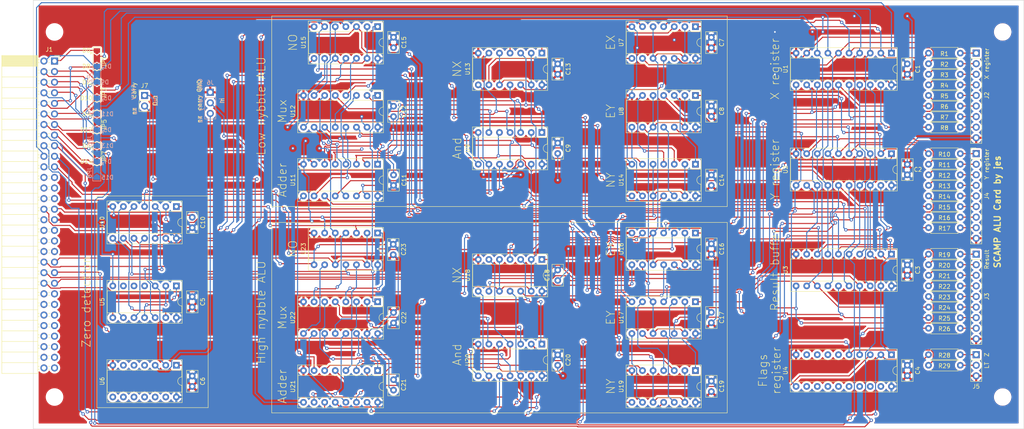
<source format=kicad_pcb>
(kicad_pcb (version 20171130) (host pcbnew 5.1.5+dfsg1-2build2)
  (layers (0 F.Cu signal) (31 B.Cu signal) (34 B.Paste user) (35 F.Paste user) (36 B.SilkS user) (37 F.SilkS user) (38 B.Mask user) (39 F.Mask user) (44 Edge.Cuts user))
  (net 0 "")
  (net 1 VCC)
  (net 2 GND)
  (net 3 D0)
  (net 4 D1)
  (net 5 D2)
  (net 6 D3)
  (net 7 D4)
  (net 8 D5)
  (net 9 D6)
  (net 10 D7)
  (net 11 D8)
  (net 12 D9)
  (net 13 D10)
  (net 14 D11)
  (net 15 D12)
  (net 16 D13)
  (net 17 D14)
  (net 18 D15)
  (net 19 Z)
  (net 20 LT)
  (net 21 ~EO~)
  (net 22 ~XI~)
  (net 23 ~YI~)
  (net 24 /~AI~)
  (net 25 /MO)
  (net 26 /MI)
  (net 27 /DO)
  (net 28 /DI)
  (net 29 "Net-(J1-Pad27)")
  (net 30 /~RESET~)
  (net 31 CLK)
  (net 32 "Net-(J1-Pad32)")
  (net 33 "Net-(J1-Pad33)")
  (net 34 "Net-(J1-Pad34)")
  (net 35 "Net-(J1-Pad35)")
  (net 36 "Net-(J1-Pad36)")
  (net 37 "Net-(J1-Pad37)")
  (net 38 "Net-(J1-Pad38)")
  (net 39 NO)
  (net 40 F)
  (net 41 NY)
  (net 42 EY)
  (net 43 NX)
  (net 44 EX)
  (net 45 /A15)
  (net 46 /A14)
  (net 47 /A13)
  (net 48 /A12)
  (net 49 /A11)
  (net 50 /A10)
  (net 51 /A9)
  (net 52 /A8)
  (net 53 /A7)
  (net 54 /A6)
  (net 55 /A5)
  (net 56 /A4)
  (net 57 /A3)
  (net 58 /A2)
  (net 59 /A1)
  (net 60 /A0)
  (net 61 "Net-(J2-Pad1)")
  (net 62 "Net-(J2-Pad2)")
  (net 63 "Net-(J2-Pad3)")
  (net 64 "Net-(J2-Pad4)")
  (net 65 "Net-(J2-Pad5)")
  (net 66 "Net-(J2-Pad6)")
  (net 67 "Net-(J2-Pad7)")
  (net 68 "Net-(J2-Pad8)")
  (net 69 "Net-(J3-Pad8)")
  (net 70 "Net-(J3-Pad7)")
  (net 71 "Net-(J3-Pad6)")
  (net 72 "Net-(J3-Pad5)")
  (net 73 "Net-(J3-Pad4)")
  (net 74 "Net-(J3-Pad3)")
  (net 75 "Net-(J3-Pad2)")
  (net 76 "Net-(J3-Pad1)")
  (net 77 "Net-(J4-Pad1)")
  (net 78 "Net-(J4-Pad2)")
  (net 79 "Net-(J4-Pad3)")
  (net 80 "Net-(J4-Pad4)")
  (net 81 "Net-(J4-Pad5)")
  (net 82 "Net-(J4-Pad6)")
  (net 83 "Net-(J4-Pad7)")
  (net 84 "Net-(J4-Pad8)")
  (net 85 "Net-(J5-Pad2)")
  (net 86 "Net-(J5-Pad1)")
  (net 87 carry_in)
  (net 88 nz2)
  (net 89 carry_out)
  (net 90 nz1)
  (net 91 D0h)
  (net 92 D1h)
  (net 93 D2h)
  (net 94 D3h)
  (net 95 D4h)
  (net 96 D5h)
  (net 97 D6h)
  (net 98 D7h)
  (net 99 X0)
  (net 100 X1)
  (net 101 X2)
  (net 102 X3)
  (net 103 X4)
  (net 104 X5)
  (net 105 X6)
  (net 106 X7)
  (net 107 Y0)
  (net 108 Y1)
  (net 109 Y2)
  (net 110 Y3)
  (net 111 Y4)
  (net 112 Y5)
  (net 113 Y6)
  (net 114 Y7)
  (net 115 E0)
  (net 116 E1)
  (net 117 E2)
  (net 118 E3)
  (net 119 E4)
  (net 120 E5)
  (net 121 E6)
  (net 122 E7)
  (net 123 "Net-(U4-Pad19)")
  (net 124 "Net-(U4-Pad9)")
  (net 125 "Net-(U4-Pad18)")
  (net 126 "Net-(U4-Pad8)")
  (net 127 "Net-(U4-Pad17)")
  (net 128 "Net-(U4-Pad7)")
  (net 129 "Net-(U4-Pad16)")
  (net 130 "Net-(U4-Pad6)")
  (net 131 "Net-(U4-Pad15)")
  (net 132 "Net-(U4-Pad14)")
  (net 133 "Net-(U4-Pad13)")
  (net 134 Z_new)
  (net 135 "Net-(U4-Pad12)")
  (net 136 "Net-(U5-Pad1)")
  (net 137 "Net-(U5-Pad11)")
  (net 138 "Net-(U10-Pad8)")
  (net 139 "Net-(U10-Pad11)")
  (net 140 "Net-(U10-Pad3)")
  (net 141 "Net-(U10-Pad6)")
  (net 142 "Net-(U13-Pad4)")
  (net 143 "Net-(U13-Pad12)")
  (net 144 "Net-(U13-Pad1)")
  (net 145 "Net-(U13-Pad9)")
  (net 146 "Net-(U14-Pad9)")
  (net 147 "Net-(U14-Pad1)")
  (net 148 "Net-(U14-Pad12)")
  (net 149 "Net-(U14-Pad4)")
  (net 150 "Net-(U11-Pad11)")
  (net 151 "Net-(U12-Pad5)")
  (net 152 "Net-(U11-Pad12)")
  (net 153 "Net-(U11-Pad2)")
  (net 154 "Net-(U12-Pad14)")
  (net 155 "Net-(U11-Pad3)")
  (net 156 "Net-(U11-Pad15)")
  (net 157 "Net-(U12-Pad2)")
  (net 158 "Net-(U11-Pad14)")
  (net 159 "Net-(U11-Pad6)")
  (net 160 "Net-(U12-Pad11)")
  (net 161 "Net-(U11-Pad5)")
  (net 162 "Net-(U11-Pad13)")
  (net 163 "Net-(U11-Pad4)")
  (net 164 "Net-(U11-Pad10)")
  (net 165 /aluhigh/C_in)
  (net 166 "Net-(U11-Pad1)")
  (net 167 "Net-(U12-Pad9)")
  (net 168 "Net-(U12-Pad4)")
  (net 169 "Net-(U12-Pad12)")
  (net 170 "Net-(U12-Pad7)")
  (net 171 "Net-(U16-Pad6)")
  (net 172 "Net-(U16-Pad11)")
  (net 173 "Net-(U16-Pad3)")
  (net 174 "Net-(U16-Pad8)")
  (net 175 "Net-(U17-Pad8)")
  (net 176 "Net-(U17-Pad3)")
  (net 177 "Net-(U17-Pad11)")
  (net 178 "Net-(U17-Pad6)")
  (net 179 "Net-(U18-Pad6)")
  (net 180 "Net-(U18-Pad11)")
  (net 181 "Net-(U18-Pad3)")
  (net 182 "Net-(U18-Pad8)")
  (net 183 "Net-(U19-Pad6)")
  (net 184 "Net-(U19-Pad11)")
  (net 185 "Net-(U19-Pad3)")
  (net 186 "Net-(U19-Pad8)")
  (net 187 "Net-(U20-Pad8)")
  (net 188 "Net-(U20-Pad3)")
  (net 189 "Net-(U20-Pad11)")
  (net 190 "Net-(U20-Pad6)")
  (net 191 "Net-(U21-Pad13)")
  (net 192 "Net-(U21-Pad4)")
  (net 193 "Net-(U21-Pad10)")
  (net 194 "Net-(U21-Pad1)")
  (net 195 "Net-(U22-Pad9)")
  (net 196 "Net-(U22-Pad4)")
  (net 197 "Net-(U22-Pad12)")
  (net 198 "Net-(U22-Pad7)")
  (module Capacitor_THT:C_Disc_D5.0mm_W2.5mm_P2.50mm (layer F.Cu) (at 115.5 103 90)
    (fp_text reference C23 (at 1.25 2.5 90) (layer F.SilkS))
    (fp_text value C)
    (pad 2 thru_hole circle (at 2.5 0 90) (size 1.6 1.6) (drill 0.8) (layers *.Cu *.Mask) (net 1 VCC))
    (pad 1 thru_hole circle (at 0 0 90) (size 1.6 1.6) (drill 0.8) (layers *.Cu *.Mask) (net 2 GND))
  )
  (module Capacitor_THT:C_Disc_D5.0mm_W2.5mm_P2.50mm (layer F.Cu) (at 115.57 116.88 270)
    (fp_text reference C22 (at 1.25 -2.5 90) (layer F.SilkS))
    (fp_text value C)
    (pad 2 thru_hole circle (at 2.5 0 270) (size 1.6 1.6) (drill 0.8) (layers *.Cu *.Mask) (net 1 VCC))
    (pad 1 thru_hole circle (at 0 0 270) (size 1.6 1.6) (drill 0.8) (layers *.Cu *.Mask) (net 2 GND))
  )
  (module MountingHole:MountingHole_3.2mm_M3 (layer F.Cu) (at 261.62 137.16)
    (fp_text reference REF** hide)
    (fp_text value MountingHole_3.2mm_M3)
    (pad 1 np_thru_hole circle (at 0 0) (size 3.2 3.2) (drill 3.2) (layers *.Cu *.Mask))
  )
  (module MountingHole:MountingHole_3.2mm_M3 (layer F.Cu) (at 261.62 49.53)
    (fp_text reference REF** hide)
    (fp_text value MountingHole_3.2mm_M3)
    (pad 1 np_thru_hole circle (at 0 0) (size 3.2 3.2) (drill 3.2) (layers *.Cu *.Mask))
  )
  (module MountingHole:MountingHole_3.2mm_M3 (layer F.Cu) (at 34.29 137.16)
    (fp_text reference REF** hide)
    (fp_text value MountingHole_3.2mm_M3)
    (pad 1 np_thru_hole circle (at 0 0) (size 3.2 3.2) (drill 3.2) (layers *.Cu *.Mask))
  )
  (module MountingHole:MountingHole_3.2mm_M3 (layer F.Cu) (at 34.29 49.53)
    (fp_text reference REF** hide)
    (fp_text value MountingHole_3.2mm_M3)
    (pad 1 np_thru_hole circle (at 0 0) (size 3.2 3.2) (drill 3.2) (layers *.Cu *.Mask))
  )
  (module Capacitor_THT:C_Disc_D5.0mm_W2.5mm_P2.50mm (layer F.Cu) (at 238.76 57.19 270)
    (fp_text reference C1 (at 1.25 -2.5 90) (layer F.SilkS))
    (fp_text value C)
    (pad 1 thru_hole circle (at 0 0 270) (size 1.6 1.6) (drill 0.8) (layers *.Cu *.Mask) (net 1 VCC))
    (pad 2 thru_hole circle (at 2.5 0 270) (size 1.6 1.6) (drill 0.8) (layers *.Cu *.Mask) (net 2 GND))
  )
  (module Capacitor_THT:C_Disc_D5.0mm_W2.5mm_P2.50mm (layer F.Cu) (at 238.76 83.82 90)
    (fp_text reference C2 (at 1.25 2.54 180) (layer F.SilkS))
    (fp_text value C)
    (pad 2 thru_hole circle (at 2.5 0 90) (size 1.6 1.6) (drill 0.8) (layers *.Cu *.Mask) (net 2 GND))
    (pad 1 thru_hole circle (at 0 0 90) (size 1.6 1.6) (drill 0.8) (layers *.Cu *.Mask) (net 1 VCC))
  )
  (module Capacitor_THT:C_Disc_D5.0mm_W2.5mm_P2.50mm (layer F.Cu) (at 238.76 105.45 270)
    (fp_text reference C3 (at 1.25 -2.5 90) (layer F.SilkS))
    (fp_text value C)
    (pad 1 thru_hole circle (at 0 0 270) (size 1.6 1.6) (drill 0.8) (layers *.Cu *.Mask) (net 1 VCC))
    (pad 2 thru_hole circle (at 2.5 0 270) (size 1.6 1.6) (drill 0.8) (layers *.Cu *.Mask) (net 2 GND))
  )
  (module Capacitor_THT:C_Disc_D5.0mm_W2.5mm_P2.50mm (layer F.Cu) (at 238.76 129.54 270)
    (fp_text reference C4 (at 1.25 -2.5 90) (layer F.SilkS))
    (fp_text value C)
    (pad 1 thru_hole circle (at 0 0 270) (size 1.6 1.6) (drill 0.8) (layers *.Cu *.Mask) (net 1 VCC))
    (pad 2 thru_hole circle (at 2.5 0 270) (size 1.6 1.6) (drill 0.8) (layers *.Cu *.Mask) (net 2 GND))
  )
  (module Capacitor_THT:C_Disc_D5.0mm_W2.5mm_P2.50mm (layer F.Cu) (at 67.31 113.07 270)
    (fp_text reference C5 (at 1.25 -2.5 90) (layer F.SilkS))
    (fp_text value C)
    (pad 2 thru_hole circle (at 2.5 0 270) (size 1.6 1.6) (drill 0.8) (layers *.Cu *.Mask) (net 2 GND))
    (pad 1 thru_hole circle (at 0 0 270) (size 1.6 1.6) (drill 0.8) (layers *.Cu *.Mask) (net 1 VCC))
  )
  (module Capacitor_THT:C_Disc_D5.0mm_W2.5mm_P2.50mm (layer F.Cu) (at 67.31 132.12 270)
    (fp_text reference C6 (at 1.25 -2.5 90) (layer F.SilkS))
    (fp_text value C)
    (pad 1 thru_hole circle (at 0 0 270) (size 1.6 1.6) (drill 0.8) (layers *.Cu *.Mask) (net 1 VCC))
    (pad 2 thru_hole circle (at 2.5 0 270) (size 1.6 1.6) (drill 0.8) (layers *.Cu *.Mask) (net 2 GND))
  )
  (module Capacitor_THT:C_Disc_D5.0mm_W2.5mm_P2.50mm (layer F.Cu) (at 191.77 50.84 270)
    (fp_text reference C7 (at 1.25 -2.5 90) (layer F.SilkS))
    (fp_text value C)
    (pad 2 thru_hole circle (at 2.5 0 270) (size 1.6 1.6) (drill 0.8) (layers *.Cu *.Mask) (net 2 GND))
    (pad 1 thru_hole circle (at 0 0 270) (size 1.6 1.6) (drill 0.8) (layers *.Cu *.Mask) (net 1 VCC))
  )
  (module Capacitor_THT:C_Disc_D5.0mm_W2.5mm_P2.50mm (layer F.Cu) (at 191.77 67.31 270)
    (fp_text reference C8 (at 1.25 -2.5 90) (layer F.SilkS))
    (fp_text value C)
    (pad 2 thru_hole circle (at 2.5 0 270) (size 1.6 1.6) (drill 0.8) (layers *.Cu *.Mask) (net 2 GND))
    (pad 1 thru_hole circle (at 0 0 270) (size 1.6 1.6) (drill 0.8) (layers *.Cu *.Mask) (net 1 VCC))
  )
  (module Capacitor_THT:C_Disc_D5.0mm_W2.5mm_P2.50mm (layer F.Cu) (at 154.94 76.2 270)
    (fp_text reference C9 (at 1.25 -2.5 90) (layer F.SilkS))
    (fp_text value C)
    (pad 1 thru_hole circle (at 0 0 270) (size 1.6 1.6) (drill 0.8) (layers *.Cu *.Mask) (net 1 VCC))
    (pad 2 thru_hole circle (at 2.5 0 270) (size 1.6 1.6) (drill 0.8) (layers *.Cu *.Mask) (net 2 GND))
  )
  (module Capacitor_THT:C_Disc_D5.0mm_W2.5mm_P2.50mm (layer F.Cu) (at 67.31 96.52 90)
    (fp_text reference C10 (at 1.25 2.54 90) (layer F.SilkS))
    (fp_text value C)
    (pad 2 thru_hole circle (at 2.5 0 90) (size 1.6 1.6) (drill 0.8) (layers *.Cu *.Mask) (net 2 GND))
    (pad 1 thru_hole circle (at 0 0 90) (size 1.6 1.6) (drill 0.8) (layers *.Cu *.Mask) (net 1 VCC))
  )
  (module Capacitor_THT:C_Disc_D5.0mm_W2.5mm_P2.50mm (layer F.Cu) (at 115.57 86.36 90)
    (fp_text reference C11 (at 1.25 2.54 90) (layer F.SilkS))
    (fp_text value C)
    (pad 1 thru_hole circle (at 0 0 90) (size 1.6 1.6) (drill 0.8) (layers *.Cu *.Mask) (net 1 VCC))
    (pad 2 thru_hole circle (at 2.5 0 90) (size 1.6 1.6) (drill 0.8) (layers *.Cu *.Mask) (net 2 GND))
  )
  (module Capacitor_THT:C_Disc_D5.0mm_W2.5mm_P2.50mm (layer F.Cu) (at 115.57 67.35 270)
    (fp_text reference C12 (at 1.25 -2.5 90) (layer F.SilkS))
    (fp_text value C)
    (pad 2 thru_hole circle (at 2.5 0 270) (size 1.6 1.6) (drill 0.8) (layers *.Cu *.Mask) (net 2 GND))
    (pad 1 thru_hole circle (at 0 0 270) (size 1.6 1.6) (drill 0.8) (layers *.Cu *.Mask) (net 1 VCC))
  )
  (module Capacitor_THT:C_Disc_D5.0mm_W2.5mm_P2.50mm (layer F.Cu) (at 154.94 57.19 270)
    (fp_text reference C13 (at 1.25 -2.5 90) (layer F.SilkS))
    (fp_text value C)
    (pad 1 thru_hole circle (at 0 0 270) (size 1.6 1.6) (drill 0.8) (layers *.Cu *.Mask) (net 1 VCC))
    (pad 2 thru_hole circle (at 2.5 0 270) (size 1.6 1.6) (drill 0.8) (layers *.Cu *.Mask) (net 2 GND))
  )
  (module Capacitor_THT:C_Disc_D5.0mm_W2.5mm_P2.50mm (layer F.Cu) (at 191.77 83.86 270)
    (fp_text reference C14 (at 1.25 -2.5 90) (layer F.SilkS))
    (fp_text value C)
    (pad 1 thru_hole circle (at 0 0 270) (size 1.6 1.6) (drill 0.8) (layers *.Cu *.Mask) (net 1 VCC))
    (pad 2 thru_hole circle (at 2.5 0 270) (size 1.6 1.6) (drill 0.8) (layers *.Cu *.Mask) (net 2 GND))
  )
  (module Capacitor_THT:C_Disc_D5.0mm_W2.5mm_P2.50mm (layer F.Cu) (at 115.57 50.8 270)
    (fp_text reference C15 (at 1.25 -2.5 90) (layer F.SilkS))
    (fp_text value C)
    (pad 2 thru_hole circle (at 2.5 0 270) (size 1.6 1.6) (drill 0.8) (layers *.Cu *.Mask) (net 2 GND))
    (pad 1 thru_hole circle (at 0 0 270) (size 1.6 1.6) (drill 0.8) (layers *.Cu *.Mask) (net 1 VCC))
  )
  (module Capacitor_THT:C_Disc_D5.0mm_W2.5mm_P2.50mm (layer F.Cu) (at 191.77 100.37 270)
    (fp_text reference C16 (at 1.25 -2.5 90) (layer F.SilkS))
    (fp_text value C)
    (pad 1 thru_hole circle (at 0 0 270) (size 1.6 1.6) (drill 0.8) (layers *.Cu *.Mask) (net 1 VCC))
    (pad 2 thru_hole circle (at 2.5 0 270) (size 1.6 1.6) (drill 0.8) (layers *.Cu *.Mask) (net 2 GND))
  )
  (module Capacitor_THT:C_Disc_D5.0mm_W2.5mm_P2.50mm (layer F.Cu) (at 191.77 116.84 270)
    (fp_text reference C17 (at 1.25 -2.5 90) (layer F.SilkS))
    (fp_text value C)
    (pad 2 thru_hole circle (at 2.5 0 270) (size 1.6 1.6) (drill 0.8) (layers *.Cu *.Mask) (net 2 GND))
    (pad 1 thru_hole circle (at 0 0 270) (size 1.6 1.6) (drill 0.8) (layers *.Cu *.Mask) (net 1 VCC))
  )
  (module Capacitor_THT:C_Disc_D5.0mm_W2.5mm_P2.50mm (layer F.Cu) (at 154.94 106.68 270)
    (fp_text reference C18 (at 1.27 2.54 90) (layer F.SilkS))
    (fp_text value C)
    (pad 1 thru_hole circle (at 0 0 270) (size 1.6 1.6) (drill 0.8) (layers *.Cu *.Mask) (net 1 VCC))
    (pad 2 thru_hole circle (at 2.5 0 270) (size 1.6 1.6) (drill 0.8) (layers *.Cu *.Mask) (net 2 GND))
  )
  (module Capacitor_THT:C_Disc_D5.0mm_W2.5mm_P2.50mm (layer F.Cu) (at 191.77 133.35 270)
    (fp_text reference C19 (at 1.25 -2.5 90) (layer F.SilkS))
    (fp_text value C)
    (pad 2 thru_hole circle (at 2.5 0 270) (size 1.6 1.6) (drill 0.8) (layers *.Cu *.Mask) (net 2 GND))
    (pad 1 thru_hole circle (at 0 0 270) (size 1.6 1.6) (drill 0.8) (layers *.Cu *.Mask) (net 1 VCC))
  )
  (module Capacitor_THT:C_Disc_D5.0mm_W2.5mm_P2.50mm (layer F.Cu) (at 154.94 129.54 90)
    (fp_text reference C20 (at 1.25 2.5 90) (layer F.SilkS))
    (fp_text value C)
    (pad 2 thru_hole circle (at 2.5 0 90) (size 1.6 1.6) (drill 0.8) (layers *.Cu *.Mask) (net 1 VCC))
    (pad 1 thru_hole circle (at 0 0 90) (size 1.6 1.6) (drill 0.8) (layers *.Cu *.Mask) (net 2 GND))
  )
  (module Capacitor_THT:C_Disc_D5.0mm_W2.5mm_P2.50mm (layer F.Cu) (at 115.57 135.5 90)
    (fp_text reference C21 (at 1.25 2.43 90) (layer F.SilkS))
    (fp_text value C)
    (pad 1 thru_hole circle (at 0 0 90) (size 1.6 1.6) (drill 0.8) (layers *.Cu *.Mask) (net 2 GND))
    (pad 2 thru_hole circle (at 2.5 0 90) (size 1.6 1.6) (drill 0.8) (layers *.Cu *.Mask) (net 1 VCC))
  )
  (module Connector_PinSocket_2.54mm:PinSocket_2x30_P2.54mm_Horizontal (layer F.Cu) (at 34.29 56.515)
    (fp_text reference J1 (at -1.27 -2.77) (layer F.SilkS))
    (fp_text value Conn_02x30_Counter_Clockwise)
    (pad 1 thru_hole rect (at 0 0) (size 1.7 1.7) (drill 1) (layers *.Cu *.Mask) (net 3 D0))
    (pad 2 thru_hole oval (at -2.54 0) (size 1.7 1.7) (drill 1) (layers *.Cu *.Mask) (net 4 D1))
    (pad 3 thru_hole oval (at 0 2.54) (size 1.7 1.7) (drill 1) (layers *.Cu *.Mask) (net 5 D2))
    (pad 4 thru_hole oval (at -2.54 2.54) (size 1.7 1.7) (drill 1) (layers *.Cu *.Mask) (net 6 D3))
    (pad 5 thru_hole oval (at 0 5.08) (size 1.7 1.7) (drill 1) (layers *.Cu *.Mask) (net 7 D4))
    (pad 6 thru_hole oval (at -2.54 5.08) (size 1.7 1.7) (drill 1) (layers *.Cu *.Mask) (net 8 D5))
    (pad 7 thru_hole oval (at 0 7.62) (size 1.7 1.7) (drill 1) (layers *.Cu *.Mask) (net 9 D6))
    (pad 8 thru_hole oval (at -2.54 7.62) (size 1.7 1.7) (drill 1) (layers *.Cu *.Mask) (net 10 D7))
    (pad 9 thru_hole oval (at 0 10.16) (size 1.7 1.7) (drill 1) (layers *.Cu *.Mask) (net 11 D8))
    (pad 10 thru_hole oval (at -2.54 10.16) (size 1.7 1.7) (drill 1) (layers *.Cu *.Mask) (net 12 D9))
    (pad 11 thru_hole oval (at 0 12.7) (size 1.7 1.7) (drill 1) (layers *.Cu *.Mask) (net 13 D10))
    (pad 12 thru_hole oval (at -2.54 12.7) (size 1.7 1.7) (drill 1) (layers *.Cu *.Mask) (net 14 D11))
    (pad 13 thru_hole oval (at 0 15.24) (size 1.7 1.7) (drill 1) (layers *.Cu *.Mask) (net 15 D12))
    (pad 14 thru_hole oval (at -2.54 15.24) (size 1.7 1.7) (drill 1) (layers *.Cu *.Mask) (net 16 D13))
    (pad 15 thru_hole oval (at 0 17.78) (size 1.7 1.7) (drill 1) (layers *.Cu *.Mask) (net 17 D14))
    (pad 16 thru_hole oval (at -2.54 17.78) (size 1.7 1.7) (drill 1) (layers *.Cu *.Mask) (net 18 D15))
    (pad 17 thru_hole oval (at 0 20.32) (size 1.7 1.7) (drill 1) (layers *.Cu *.Mask) (net 19 Z))
    (pad 18 thru_hole oval (at -2.54 20.32) (size 1.7 1.7) (drill 1) (layers *.Cu *.Mask) (net 20 LT))
    (pad 19 thru_hole oval (at 0 22.86) (size 1.7 1.7) (drill 1) (layers *.Cu *.Mask) (net 21 ~EO~))
    (pad 20 thru_hole oval (at -2.54 22.86) (size 1.7 1.7) (drill 1) (layers *.Cu *.Mask) (net 22 ~XI~))
    (pad 21 thru_hole oval (at 0 25.4) (size 1.7 1.7) (drill 1) (layers *.Cu *.Mask) (net 23 ~YI~))
    (pad 22 thru_hole oval (at -2.54 25.4) (size 1.7 1.7) (drill 1) (layers *.Cu *.Mask) (net 24 /~AI~))
    (pad 23 thru_hole oval (at 0 27.94) (size 1.7 1.7) (drill 1) (layers *.Cu *.Mask) (net 25 /MO))
    (pad 24 thru_hole oval (at -2.54 27.94) (size 1.7 1.7) (drill 1) (layers *.Cu *.Mask) (net 26 /MI))
    (pad 25 thru_hole oval (at 0 30.48) (size 1.7 1.7) (drill 1) (layers *.Cu *.Mask) (net 27 /DO))
    (pad 26 thru_hole oval (at -2.54 30.48) (size 1.7 1.7) (drill 1) (layers *.Cu *.Mask) (net 28 /DI))
    (pad 27 thru_hole oval (at 0 33.02) (size 1.7 1.7) (drill 1) (layers *.Cu *.Mask) (net 29 "Net-(J1-Pad27)"))
    (pad 28 thru_hole oval (at -2.54 33.02) (size 1.7 1.7) (drill 1) (layers *.Cu *.Mask) (net 30 /~RESET~))
    (pad 29 thru_hole oval (at 0 35.56) (size 1.7 1.7) (drill 1) (layers *.Cu *.Mask) (net 31 CLK))
    (pad 30 thru_hole oval (at -2.54 35.56) (size 1.7 1.7) (drill 1) (layers *.Cu *.Mask) (net 1 VCC))
    (pad 31 thru_hole oval (at 0 38.1) (size 1.7 1.7) (drill 1) (layers *.Cu *.Mask) (net 2 GND))
    (pad 32 thru_hole oval (at -2.54 38.1) (size 1.7 1.7) (drill 1) (layers *.Cu *.Mask) (net 32 "Net-(J1-Pad32)"))
    (pad 33 thru_hole oval (at 0 40.64) (size 1.7 1.7) (drill 1) (layers *.Cu *.Mask) (net 33 "Net-(J1-Pad33)"))
    (pad 34 thru_hole oval (at -2.54 40.64) (size 1.7 1.7) (drill 1) (layers *.Cu *.Mask) (net 34 "Net-(J1-Pad34)"))
    (pad 35 thru_hole oval (at 0 43.18) (size 1.7 1.7) (drill 1) (layers *.Cu *.Mask) (net 35 "Net-(J1-Pad35)"))
    (pad 36 thru_hole oval (at -2.54 43.18) (size 1.7 1.7) (drill 1) (layers *.Cu *.Mask) (net 36 "Net-(J1-Pad36)"))
    (pad 37 thru_hole oval (at 0 45.72) (size 1.7 1.7) (drill 1) (layers *.Cu *.Mask) (net 37 "Net-(J1-Pad37)"))
    (pad 38 thru_hole oval (at -2.54 45.72) (size 1.7 1.7) (drill 1) (layers *.Cu *.Mask) (net 38 "Net-(J1-Pad38)"))
    (pad 39 thru_hole oval (at 0 48.26) (size 1.7 1.7) (drill 1) (layers *.Cu *.Mask) (net 39 NO))
    (pad 40 thru_hole oval (at -2.54 48.26) (size 1.7 1.7) (drill 1) (layers *.Cu *.Mask) (net 40 F))
    (pad 41 thru_hole oval (at 0 50.8) (size 1.7 1.7) (drill 1) (layers *.Cu *.Mask) (net 41 NY))
    (pad 42 thru_hole oval (at -2.54 50.8) (size 1.7 1.7) (drill 1) (layers *.Cu *.Mask) (net 42 EY))
    (pad 43 thru_hole oval (at 0 53.34) (size 1.7 1.7) (drill 1) (layers *.Cu *.Mask) (net 43 NX))
    (pad 44 thru_hole oval (at -2.54 53.34) (size 1.7 1.7) (drill 1) (layers *.Cu *.Mask) (net 44 EX))
    (pad 45 thru_hole oval (at 0 55.88) (size 1.7 1.7) (drill 1) (layers *.Cu *.Mask) (net 45 /A15))
    (pad 46 thru_hole oval (at -2.54 55.88) (size 1.7 1.7) (drill 1) (layers *.Cu *.Mask) (net 46 /A14))
    (pad 47 thru_hole oval (at 0 58.42) (size 1.7 1.7) (drill 1) (layers *.Cu *.Mask) (net 47 /A13))
    (pad 48 thru_hole oval (at -2.54 58.42) (size 1.7 1.7) (drill 1) (layers *.Cu *.Mask) (net 48 /A12))
    (pad 49 thru_hole oval (at 0 60.96) (size 1.7 1.7) (drill 1) (layers *.Cu *.Mask) (net 49 /A11))
    (pad 50 thru_hole oval (at -2.54 60.96) (size 1.7 1.7) (drill 1) (layers *.Cu *.Mask) (net 50 /A10))
    (pad 51 thru_hole oval (at 0 63.5) (size 1.7 1.7) (drill 1) (layers *.Cu *.Mask) (net 51 /A9))
    (pad 52 thru_hole oval (at -2.54 63.5) (size 1.7 1.7) (drill 1) (layers *.Cu *.Mask) (net 52 /A8))
    (pad 53 thru_hole oval (at 0 66.04) (size 1.7 1.7) (drill 1) (layers *.Cu *.Mask) (net 53 /A7))
    (pad 54 thru_hole oval (at -2.54 66.04) (size 1.7 1.7) (drill 1) (layers *.Cu *.Mask) (net 54 /A6))
    (pad 55 thru_hole oval (at 0 68.58) (size 1.7 1.7) (drill 1) (layers *.Cu *.Mask) (net 55 /A5))
    (pad 56 thru_hole oval (at -2.54 68.58) (size 1.7 1.7) (drill 1) (layers *.Cu *.Mask) (net 56 /A4))
    (pad 57 thru_hole oval (at 0 71.12) (size 1.7 1.7) (drill 1) (layers *.Cu *.Mask) (net 57 /A3))
    (pad 58 thru_hole oval (at -2.54 71.12) (size 1.7 1.7) (drill 1) (layers *.Cu *.Mask) (net 58 /A2))
    (pad 59 thru_hole oval (at 0 73.66) (size 1.7 1.7) (drill 1) (layers *.Cu *.Mask) (net 59 /A1))
    (pad 60 thru_hole oval (at -2.54 73.66) (size 1.7 1.7) (drill 1) (layers *.Cu *.Mask) (net 60 /A0))
  )
  (module Connector_PinHeader_2.54mm:PinHeader_1x09_P2.54mm_Vertical (layer F.Cu) (at 255.27 54.61)
    (fp_text reference J2 (at 2.54 10.16 90) (layer F.SilkS))
    (fp_text value Conn_01x09_Male)
    (pad 1 thru_hole rect (at 0 0) (size 1.7 1.7) (drill 1) (layers *.Cu *.Mask) (net 61 "Net-(J2-Pad1)"))
    (pad 2 thru_hole oval (at 0 2.54) (size 1.7 1.7) (drill 1) (layers *.Cu *.Mask) (net 62 "Net-(J2-Pad2)"))
    (pad 3 thru_hole oval (at 0 5.08) (size 1.7 1.7) (drill 1) (layers *.Cu *.Mask) (net 63 "Net-(J2-Pad3)"))
    (pad 4 thru_hole oval (at 0 7.62) (size 1.7 1.7) (drill 1) (layers *.Cu *.Mask) (net 64 "Net-(J2-Pad4)"))
    (pad 5 thru_hole oval (at 0 10.16) (size 1.7 1.7) (drill 1) (layers *.Cu *.Mask) (net 65 "Net-(J2-Pad5)"))
    (pad 6 thru_hole oval (at 0 12.7) (size 1.7 1.7) (drill 1) (layers *.Cu *.Mask) (net 66 "Net-(J2-Pad6)"))
    (pad 7 thru_hole oval (at 0 15.24) (size 1.7 1.7) (drill 1) (layers *.Cu *.Mask) (net 67 "Net-(J2-Pad7)"))
    (pad 8 thru_hole oval (at 0 17.78) (size 1.7 1.7) (drill 1) (layers *.Cu *.Mask) (net 68 "Net-(J2-Pad8)"))
    (pad 9 thru_hole oval (at 0 20.32) (size 1.7 1.7) (drill 1) (layers *.Cu *.Mask) (net 2 GND))
  )
  (module Connector_PinHeader_2.54mm:PinHeader_1x09_P2.54mm_Vertical (layer F.Cu) (at 255.27 102.87)
    (fp_text reference J3 (at 2.54 10.16 90) (layer F.SilkS))
    (fp_text value Conn_01x09_Male)
    (pad 9 thru_hole oval (at 0 20.32) (size 1.7 1.7) (drill 1) (layers *.Cu *.Mask) (net 2 GND))
    (pad 8 thru_hole oval (at 0 17.78) (size 1.7 1.7) (drill 1) (layers *.Cu *.Mask) (net 69 "Net-(J3-Pad8)"))
    (pad 7 thru_hole oval (at 0 15.24) (size 1.7 1.7) (drill 1) (layers *.Cu *.Mask) (net 70 "Net-(J3-Pad7)"))
    (pad 6 thru_hole oval (at 0 12.7) (size 1.7 1.7) (drill 1) (layers *.Cu *.Mask) (net 71 "Net-(J3-Pad6)"))
    (pad 5 thru_hole oval (at 0 10.16) (size 1.7 1.7) (drill 1) (layers *.Cu *.Mask) (net 72 "Net-(J3-Pad5)"))
    (pad 4 thru_hole oval (at 0 7.62) (size 1.7 1.7) (drill 1) (layers *.Cu *.Mask) (net 73 "Net-(J3-Pad4)"))
    (pad 3 thru_hole oval (at 0 5.08) (size 1.7 1.7) (drill 1) (layers *.Cu *.Mask) (net 74 "Net-(J3-Pad3)"))
    (pad 2 thru_hole oval (at 0 2.54) (size 1.7 1.7) (drill 1) (layers *.Cu *.Mask) (net 75 "Net-(J3-Pad2)"))
    (pad 1 thru_hole rect (at 0 0) (size 1.7 1.7) (drill 1) (layers *.Cu *.Mask) (net 76 "Net-(J3-Pad1)"))
  )
  (module Connector_PinHeader_2.54mm:PinHeader_1x09_P2.54mm_Vertical (layer F.Cu) (at 255.27 78.74)
    (fp_text reference J4 (at 2.54 10.16 90) (layer F.SilkS))
    (fp_text value Conn_01x09_Male)
    (pad 1 thru_hole rect (at 0 0) (size 1.7 1.7) (drill 1) (layers *.Cu *.Mask) (net 77 "Net-(J4-Pad1)"))
    (pad 2 thru_hole oval (at 0 2.54) (size 1.7 1.7) (drill 1) (layers *.Cu *.Mask) (net 78 "Net-(J4-Pad2)"))
    (pad 3 thru_hole oval (at 0 5.08) (size 1.7 1.7) (drill 1) (layers *.Cu *.Mask) (net 79 "Net-(J4-Pad3)"))
    (pad 4 thru_hole oval (at 0 7.62) (size 1.7 1.7) (drill 1) (layers *.Cu *.Mask) (net 80 "Net-(J4-Pad4)"))
    (pad 5 thru_hole oval (at 0 10.16) (size 1.7 1.7) (drill 1) (layers *.Cu *.Mask) (net 81 "Net-(J4-Pad5)"))
    (pad 6 thru_hole oval (at 0 12.7) (size 1.7 1.7) (drill 1) (layers *.Cu *.Mask) (net 82 "Net-(J4-Pad6)"))
    (pad 7 thru_hole oval (at 0 15.24) (size 1.7 1.7) (drill 1) (layers *.Cu *.Mask) (net 83 "Net-(J4-Pad7)"))
    (pad 8 thru_hole oval (at 0 17.78) (size 1.7 1.7) (drill 1) (layers *.Cu *.Mask) (net 84 "Net-(J4-Pad8)"))
    (pad 9 thru_hole oval (at 0 20.32) (size 1.7 1.7) (drill 1) (layers *.Cu *.Mask) (net 2 GND))
  )
  (module Connector_PinHeader_2.54mm:PinHeader_1x03_P2.54mm_Vertical (layer F.Cu) (at 255.27 127)
    (fp_text reference J5 (at 0 7.62 180) (layer F.SilkS))
    (fp_text value Conn_01x03_Male)
    (pad 3 thru_hole oval (at 0 5.08) (size 1.7 1.7) (drill 1) (layers *.Cu *.Mask) (net 2 GND))
    (pad 2 thru_hole oval (at 0 2.54) (size 1.7 1.7) (drill 1) (layers *.Cu *.Mask) (net 85 "Net-(J5-Pad2)"))
    (pad 1 thru_hole rect (at 0 0) (size 1.7 1.7) (drill 1) (layers *.Cu *.Mask) (net 86 "Net-(J5-Pad1)"))
  )
  (module Connector_PinHeader_2.54mm:PinHeader_1x03_P2.54mm_Vertical (layer B.Cu) (at 71.628 64.008 180)
    (fp_text reference J6 (at 0 2.33) (layer B.SilkS) (effects (justify mirror)))
    (fp_text value Conn_01x03_Male)
    (pad 1 thru_hole rect (at 0 0 180) (size 1.7 1.7) (drill 1) (layers *.Cu *.Mask) (net 2 GND))
    (pad 2 thru_hole oval (at 0 -2.54 180) (size 1.7 1.7) (drill 1) (layers *.Cu *.Mask) (net 87 carry_in))
    (pad 3 thru_hole oval (at 0 -5.08 180) (size 1.7 1.7) (drill 1) (layers *.Cu *.Mask) (net 88 nz2))
  )
  (module Connector_PinHeader_2.54mm:PinHeader_1x02_P2.54mm_Vertical (layer F.Cu) (at 55.88 64.77)
    (fp_text reference J7 (at 0 -2.33) (layer F.SilkS))
    (fp_text value Conn_01x02_Male)
    (pad 1 thru_hole rect (at 0 0) (size 1.7 1.7) (drill 1) (layers *.Cu *.Mask) (net 89 carry_out))
    (pad 2 thru_hole oval (at 0 2.54) (size 1.7 1.7) (drill 1) (layers *.Cu *.Mask) (net 90 nz1))
  )
  (module Jumper:SolderJumper-3_P2.0mm_Open_TrianglePad1.0x1.5mm (layer F.Cu) (at 44.45 55.95 270)
    (fp_text reference JP1 (at 0.725 -1.775 90) (layer F.SilkS))
    (fp_text value SolderJumper_3_Bridged12)
    (pad 1 smd custom (at -2 0 270) (size 0.3 0.3) (layers F.Cu F.Mask) (net 3 D0) (options (clearance outline) (anchor rect)) (primitives (gr_poly (pts (xy -0.5 -0.75) (xy 0.5 -0.75) (xy 1 0) (xy 0.5 0.75) (xy -0.5 0.75)) (width 0))))
    (pad 2 smd custom (at 0 0 270) (size 0.3 0.3) (layers F.Cu) (net 91 D0h) (options (clearance outline) (anchor rect)) (primitives (gr_poly (pts (xy -1.2 -0.75) (xy 1.2 -0.75) (xy 0.7 0) (xy 1.2 0.75) (xy -1.2 0.75) (xy -0.7 0)) (width 0))))
    (pad 3 smd custom (at 2 0 90) (size 0.3 0.3) (layers F.Cu F.Mask) (net 11 D8) (options (clearance outline) (anchor rect)) (primitives (gr_poly (pts (xy -0.5 -0.75) (xy 0.5 -0.75) (xy 1 0) (xy 0.5 0.75) (xy -0.5 0.75)) (width 0))))
  )
  (module Jumper:SolderJumper-3_P2.0mm_Open_TrianglePad1.0x1.5mm (layer B.Cu) (at 44.45 59.69 270)
    (fp_text reference JP2 (at 0.725 1.775 270) (layer B.SilkS) (effects (justify mirror)))
    (fp_text value SolderJumper_3_Bridged12)
    (pad 3 smd custom (at 2 0 90) (size 0.3 0.3) (layers B.Cu B.Mask) (net 12 D9) (options (clearance outline) (anchor rect)) (primitives (gr_poly (pts (xy -0.5 0.75) (xy 0.5 0.75) (xy 1 0) (xy 0.5 -0.75) (xy -0.5 -0.75)) (width 0))))
    (pad 2 smd custom (at 0 0 270) (size 0.3 0.3) (layers B.Cu) (net 92 D1h) (options (clearance outline) (anchor rect)) (primitives (gr_poly (pts (xy -1.2 0.75) (xy 1.2 0.75) (xy 0.7 0) (xy 1.2 -0.75) (xy -1.2 -0.75) (xy -0.7 0)) (width 0))))
    (pad 1 smd custom (at -2 0 270) (size 0.3 0.3) (layers B.Cu B.Mask) (net 4 D1) (options (clearance outline) (anchor rect)) (primitives (gr_poly (pts (xy -0.5 0.75) (xy 0.5 0.75) (xy 1 0) (xy 0.5 -0.75) (xy -0.5 -0.75)) (width 0))))
  )
  (module Jumper:SolderJumper-3_P2.0mm_Open_TrianglePad1.0x1.5mm (layer F.Cu) (at 44.45 63.5 270)
    (fp_text reference JP3 (at 0.725 -1.775 90) (layer F.SilkS))
    (fp_text value SolderJumper_3_Bridged12)
    (pad 1 smd custom (at -2 0 270) (size 0.3 0.3) (layers F.Cu F.Mask) (net 5 D2) (options (clearance outline) (anchor rect)) (primitives (gr_poly (pts (xy -0.5 -0.75) (xy 0.5 -0.75) (xy 1 0) (xy 0.5 0.75) (xy -0.5 0.75)) (width 0))))
    (pad 2 smd custom (at 0 0 270) (size 0.3 0.3) (layers F.Cu) (net 93 D2h) (options (clearance outline) (anchor rect)) (primitives (gr_poly (pts (xy -1.2 -0.75) (xy 1.2 -0.75) (xy 0.7 0) (xy 1.2 0.75) (xy -1.2 0.75) (xy -0.7 0)) (width 0))))
    (pad 3 smd custom (at 2 0 90) (size 0.3 0.3) (layers F.Cu F.Mask) (net 13 D10) (options (clearance outline) (anchor rect)) (primitives (gr_poly (pts (xy -0.5 -0.75) (xy 0.5 -0.75) (xy 1 0) (xy 0.5 0.75) (xy -0.5 0.75)) (width 0))))
  )
  (module Jumper:SolderJumper-3_P2.0mm_Open_TrianglePad1.0x1.5mm (layer B.Cu) (at 44.45 67.31 270)
    (fp_text reference JP4 (at 0.725 1.775 270) (layer B.SilkS) (effects (justify mirror)))
    (fp_text value SolderJumper_3_Bridged12)
    (pad 3 smd custom (at 2 0 90) (size 0.3 0.3) (layers B.Cu B.Mask) (net 14 D11) (options (clearance outline) (anchor rect)) (primitives (gr_poly (pts (xy -0.5 0.75) (xy 0.5 0.75) (xy 1 0) (xy 0.5 -0.75) (xy -0.5 -0.75)) (width 0))))
    (pad 2 smd custom (at 0 0 270) (size 0.3 0.3) (layers B.Cu) (net 94 D3h) (options (clearance outline) (anchor rect)) (primitives (gr_poly (pts (xy -1.2 0.75) (xy 1.2 0.75) (xy 0.7 0) (xy 1.2 -0.75) (xy -1.2 -0.75) (xy -0.7 0)) (width 0))))
    (pad 1 smd custom (at -2 0 270) (size 0.3 0.3) (layers B.Cu B.Mask) (net 6 D3) (options (clearance outline) (anchor rect)) (primitives (gr_poly (pts (xy -0.5 0.75) (xy 0.5 0.75) (xy 1 0) (xy 0.5 -0.75) (xy -0.5 -0.75)) (width 0))))
  )
  (module Jumper:SolderJumper-3_P2.0mm_Open_TrianglePad1.0x1.5mm (layer F.Cu) (at 44.45 71.12 270)
    (fp_text reference JP5 (at 0.725 -1.775 90) (layer F.SilkS))
    (fp_text value SolderJumper_3_Bridged12)
    (pad 1 smd custom (at -2 0 270) (size 0.3 0.3) (layers F.Cu F.Mask) (net 7 D4) (options (clearance outline) (anchor rect)) (primitives (gr_poly (pts (xy -0.5 -0.75) (xy 0.5 -0.75) (xy 1 0) (xy 0.5 0.75) (xy -0.5 0.75)) (width 0))))
    (pad 2 smd custom (at 0 0 270) (size 0.3 0.3) (layers F.Cu) (net 95 D4h) (options (clearance outline) (anchor rect)) (primitives (gr_poly (pts (xy -1.2 -0.75) (xy 1.2 -0.75) (xy 0.7 0) (xy 1.2 0.75) (xy -1.2 0.75) (xy -0.7 0)) (width 0))))
    (pad 3 smd custom (at 2 0 90) (size 0.3 0.3) (layers F.Cu F.Mask) (net 15 D12) (options (clearance outline) (anchor rect)) (primitives (gr_poly (pts (xy -0.5 -0.75) (xy 0.5 -0.75) (xy 1 0) (xy 0.5 0.75) (xy -0.5 0.75)) (width 0))))
  )
  (module Jumper:SolderJumper-3_P2.0mm_Open_TrianglePad1.0x1.5mm (layer B.Cu) (at 44.45 74.93 270)
    (fp_text reference JP6 (at 0.725 1.775 270) (layer B.SilkS) (effects (justify mirror)))
    (fp_text value SolderJumper_3_Bridged12)
    (pad 3 smd custom (at 2 0 90) (size 0.3 0.3) (layers B.Cu B.Mask) (net 16 D13) (options (clearance outline) (anchor rect)) (primitives (gr_poly (pts (xy -0.5 0.75) (xy 0.5 0.75) (xy 1 0) (xy 0.5 -0.75) (xy -0.5 -0.75)) (width 0))))
    (pad 2 smd custom (at 0 0 270) (size 0.3 0.3) (layers B.Cu) (net 96 D5h) (options (clearance outline) (anchor rect)) (primitives (gr_poly (pts (xy -1.2 0.75) (xy 1.2 0.75) (xy 0.7 0) (xy 1.2 -0.75) (xy -1.2 -0.75) (xy -0.7 0)) (width 0))))
    (pad 1 smd custom (at -2 0 270) (size 0.3 0.3) (layers B.Cu B.Mask) (net 8 D5) (options (clearance outline) (anchor rect)) (primitives (gr_poly (pts (xy -0.5 0.75) (xy 0.5 0.75) (xy 1 0) (xy 0.5 -0.75) (xy -0.5 -0.75)) (width 0))))
  )
  (module Jumper:SolderJumper-3_P2.0mm_Open_TrianglePad1.0x1.5mm (layer F.Cu) (at 44.45 78.74 270)
    (fp_text reference JP7 (at 0.725 -1.775 90) (layer F.SilkS))
    (fp_text value SolderJumper_3_Bridged12)
    (pad 1 smd custom (at -2 0 270) (size 0.3 0.3) (layers F.Cu F.Mask) (net 9 D6) (options (clearance outline) (anchor rect)) (primitives (gr_poly (pts (xy -0.5 -0.75) (xy 0.5 -0.75) (xy 1 0) (xy 0.5 0.75) (xy -0.5 0.75)) (width 0))))
    (pad 2 smd custom (at 0 0 270) (size 0.3 0.3) (layers F.Cu) (net 97 D6h) (options (clearance outline) (anchor rect)) (primitives (gr_poly (pts (xy -1.2 -0.75) (xy 1.2 -0.75) (xy 0.7 0) (xy 1.2 0.75) (xy -1.2 0.75) (xy -0.7 0)) (width 0))))
    (pad 3 smd custom (at 2 0 90) (size 0.3 0.3) (layers F.Cu F.Mask) (net 17 D14) (options (clearance outline) (anchor rect)) (primitives (gr_poly (pts (xy -0.5 -0.75) (xy 0.5 -0.75) (xy 1 0) (xy 0.5 0.75) (xy -0.5 0.75)) (width 0))))
  )
  (module Jumper:SolderJumper-3_P2.0mm_Open_TrianglePad1.0x1.5mm (layer B.Cu) (at 44.45 82.55 270)
    (fp_text reference JP8 (at 0.725 1.775 270) (layer B.SilkS) (effects (justify mirror)))
    (fp_text value SolderJumper_3_Bridged12)
    (pad 3 smd custom (at 2 0 90) (size 0.3 0.3) (layers B.Cu B.Mask) (net 18 D15) (options (clearance outline) (anchor rect)) (primitives (gr_poly (pts (xy -0.5 0.75) (xy 0.5 0.75) (xy 1 0) (xy 0.5 -0.75) (xy -0.5 -0.75)) (width 0))))
    (pad 2 smd custom (at 0 0 270) (size 0.3 0.3) (layers B.Cu) (net 98 D7h) (options (clearance outline) (anchor rect)) (primitives (gr_poly (pts (xy -1.2 0.75) (xy 1.2 0.75) (xy 0.7 0) (xy 1.2 -0.75) (xy -1.2 -0.75) (xy -0.7 0)) (width 0))))
    (pad 1 smd custom (at -2 0 270) (size 0.3 0.3) (layers B.Cu B.Mask) (net 10 D7) (options (clearance outline) (anchor rect)) (primitives (gr_poly (pts (xy -0.5 0.75) (xy 0.5 0.75) (xy 1 0) (xy 0.5 -0.75) (xy -0.5 -0.75)) (width 0))))
  )
  (module Resistor_THT:R_Axial_DIN0207_L6.3mm_D2.5mm_P7.62mm_Horizontal (layer F.Cu) (at 243.84 54.61)
    (fp_text reference R1 (at 3.81 0.17) (layer F.SilkS))
    (fp_text value R)
    (pad 2 thru_hole oval (at 7.62 0) (size 1.6 1.6) (drill 0.8) (layers *.Cu *.Mask) (net 61 "Net-(J2-Pad1)"))
    (pad 1 thru_hole circle (at 0 0) (size 1.6 1.6) (drill 0.8) (layers *.Cu *.Mask) (net 99 X0))
  )
  (module Resistor_THT:R_Axial_DIN0207_L6.3mm_D2.5mm_P7.62mm_Horizontal (layer F.Cu) (at 243.84 57.15)
    (fp_text reference R2 (at 3.81 0.17) (layer F.SilkS))
    (fp_text value R)
    (pad 1 thru_hole circle (at 0 0) (size 1.6 1.6) (drill 0.8) (layers *.Cu *.Mask) (net 100 X1))
    (pad 2 thru_hole oval (at 7.62 0) (size 1.6 1.6) (drill 0.8) (layers *.Cu *.Mask) (net 62 "Net-(J2-Pad2)"))
  )
  (module Resistor_THT:R_Axial_DIN0207_L6.3mm_D2.5mm_P7.62mm_Horizontal (layer F.Cu) (at 243.84 59.69)
    (fp_text reference R3 (at 3.81 0.17) (layer F.SilkS))
    (fp_text value R)
    (pad 2 thru_hole oval (at 7.62 0) (size 1.6 1.6) (drill 0.8) (layers *.Cu *.Mask) (net 63 "Net-(J2-Pad3)"))
    (pad 1 thru_hole circle (at 0 0) (size 1.6 1.6) (drill 0.8) (layers *.Cu *.Mask) (net 101 X2))
  )
  (module Resistor_THT:R_Axial_DIN0207_L6.3mm_D2.5mm_P7.62mm_Horizontal (layer F.Cu) (at 243.84 62.23)
    (fp_text reference R4 (at 3.81 0.17) (layer F.SilkS))
    (fp_text value R)
    (pad 1 thru_hole circle (at 0 0) (size 1.6 1.6) (drill 0.8) (layers *.Cu *.Mask) (net 102 X3))
    (pad 2 thru_hole oval (at 7.62 0) (size 1.6 1.6) (drill 0.8) (layers *.Cu *.Mask) (net 64 "Net-(J2-Pad4)"))
  )
  (module Resistor_THT:R_Axial_DIN0207_L6.3mm_D2.5mm_P7.62mm_Horizontal (layer F.Cu) (at 243.84 64.77)
    (fp_text reference R5 (at 3.81 0.17) (layer F.SilkS))
    (fp_text value R)
    (pad 2 thru_hole oval (at 7.62 0) (size 1.6 1.6) (drill 0.8) (layers *.Cu *.Mask) (net 65 "Net-(J2-Pad5)"))
    (pad 1 thru_hole circle (at 0 0) (size 1.6 1.6) (drill 0.8) (layers *.Cu *.Mask) (net 103 X4))
  )
  (module Resistor_THT:R_Axial_DIN0207_L6.3mm_D2.5mm_P7.62mm_Horizontal (layer F.Cu) (at 243.84 67.31)
    (fp_text reference R6 (at 3.81 0.17) (layer F.SilkS))
    (fp_text value R)
    (pad 1 thru_hole circle (at 0 0) (size 1.6 1.6) (drill 0.8) (layers *.Cu *.Mask) (net 104 X5))
    (pad 2 thru_hole oval (at 7.62 0) (size 1.6 1.6) (drill 0.8) (layers *.Cu *.Mask) (net 66 "Net-(J2-Pad6)"))
  )
  (module Resistor_THT:R_Axial_DIN0207_L6.3mm_D2.5mm_P7.62mm_Horizontal (layer F.Cu) (at 243.84 69.85)
    (fp_text reference R7 (at 3.81 0.17) (layer F.SilkS))
    (fp_text value R)
    (pad 2 thru_hole oval (at 7.62 0) (size 1.6 1.6) (drill 0.8) (layers *.Cu *.Mask) (net 67 "Net-(J2-Pad7)"))
    (pad 1 thru_hole circle (at 0 0) (size 1.6 1.6) (drill 0.8) (layers *.Cu *.Mask) (net 105 X6))
  )
  (module Resistor_THT:R_Axial_DIN0207_L6.3mm_D2.5mm_P7.62mm_Horizontal (layer F.Cu) (at 243.84 72.39)
    (fp_text reference R8 (at 3.81 0.17) (layer F.SilkS))
    (fp_text value R)
    (pad 1 thru_hole circle (at 0 0) (size 1.6 1.6) (drill 0.8) (layers *.Cu *.Mask) (net 106 X7))
    (pad 2 thru_hole oval (at 7.62 0) (size 1.6 1.6) (drill 0.8) (layers *.Cu *.Mask) (net 68 "Net-(J2-Pad8)"))
  )
  (module Resistor_THT:R_Axial_DIN0207_L6.3mm_D2.5mm_P7.62mm_Horizontal (layer F.Cu) (at 243.84 78.74)
    (fp_text reference R10 (at 3.81 0.17) (layer F.SilkS))
    (fp_text value R)
    (pad 1 thru_hole circle (at 0 0) (size 1.6 1.6) (drill 0.8) (layers *.Cu *.Mask) (net 107 Y0))
    (pad 2 thru_hole oval (at 7.62 0) (size 1.6 1.6) (drill 0.8) (layers *.Cu *.Mask) (net 77 "Net-(J4-Pad1)"))
  )
  (module Resistor_THT:R_Axial_DIN0207_L6.3mm_D2.5mm_P7.62mm_Horizontal (layer F.Cu) (at 243.84 81.28)
    (fp_text reference R11 (at 3.81 0.17) (layer F.SilkS))
    (fp_text value R)
    (pad 2 thru_hole oval (at 7.62 0) (size 1.6 1.6) (drill 0.8) (layers *.Cu *.Mask) (net 78 "Net-(J4-Pad2)"))
    (pad 1 thru_hole circle (at 0 0) (size 1.6 1.6) (drill 0.8) (layers *.Cu *.Mask) (net 108 Y1))
  )
  (module Resistor_THT:R_Axial_DIN0207_L6.3mm_D2.5mm_P7.62mm_Horizontal (layer F.Cu) (at 243.84 83.82)
    (fp_text reference R12 (at 3.81 0.17) (layer F.SilkS))
    (fp_text value R)
    (pad 1 thru_hole circle (at 0 0) (size 1.6 1.6) (drill 0.8) (layers *.Cu *.Mask) (net 109 Y2))
    (pad 2 thru_hole oval (at 7.62 0) (size 1.6 1.6) (drill 0.8) (layers *.Cu *.Mask) (net 79 "Net-(J4-Pad3)"))
  )
  (module Resistor_THT:R_Axial_DIN0207_L6.3mm_D2.5mm_P7.62mm_Horizontal (layer F.Cu) (at 243.84 86.36)
    (fp_text reference R13 (at 3.81 0.17) (layer F.SilkS))
    (fp_text value R)
    (pad 2 thru_hole oval (at 7.62 0) (size 1.6 1.6) (drill 0.8) (layers *.Cu *.Mask) (net 80 "Net-(J4-Pad4)"))
    (pad 1 thru_hole circle (at 0 0) (size 1.6 1.6) (drill 0.8) (layers *.Cu *.Mask) (net 110 Y3))
  )
  (module Resistor_THT:R_Axial_DIN0207_L6.3mm_D2.5mm_P7.62mm_Horizontal (layer F.Cu) (at 243.84 88.9)
    (fp_text reference R14 (at 3.81 0.17) (layer F.SilkS))
    (fp_text value R)
    (pad 1 thru_hole circle (at 0 0) (size 1.6 1.6) (drill 0.8) (layers *.Cu *.Mask) (net 111 Y4))
    (pad 2 thru_hole oval (at 7.62 0) (size 1.6 1.6) (drill 0.8) (layers *.Cu *.Mask) (net 81 "Net-(J4-Pad5)"))
  )
  (module Resistor_THT:R_Axial_DIN0207_L6.3mm_D2.5mm_P7.62mm_Horizontal (layer F.Cu) (at 243.84 91.44)
    (fp_text reference R15 (at 3.81 0.17) (layer F.SilkS))
    (fp_text value R)
    (pad 2 thru_hole oval (at 7.62 0) (size 1.6 1.6) (drill 0.8) (layers *.Cu *.Mask) (net 82 "Net-(J4-Pad6)"))
    (pad 1 thru_hole circle (at 0 0) (size 1.6 1.6) (drill 0.8) (layers *.Cu *.Mask) (net 112 Y5))
  )
  (module Resistor_THT:R_Axial_DIN0207_L6.3mm_D2.5mm_P7.62mm_Horizontal (layer F.Cu) (at 243.84 93.98)
    (fp_text reference R16 (at 3.81 0.17) (layer F.SilkS))
    (fp_text value R)
    (pad 1 thru_hole circle (at 0 0) (size 1.6 1.6) (drill 0.8) (layers *.Cu *.Mask) (net 113 Y6))
    (pad 2 thru_hole oval (at 7.62 0) (size 1.6 1.6) (drill 0.8) (layers *.Cu *.Mask) (net 83 "Net-(J4-Pad7)"))
  )
  (module Resistor_THT:R_Axial_DIN0207_L6.3mm_D2.5mm_P7.62mm_Horizontal (layer F.Cu) (at 243.84 96.52)
    (fp_text reference R17 (at 3.81 0.17) (layer F.SilkS))
    (fp_text value R)
    (pad 2 thru_hole oval (at 7.62 0) (size 1.6 1.6) (drill 0.8) (layers *.Cu *.Mask) (net 84 "Net-(J4-Pad8)"))
    (pad 1 thru_hole circle (at 0 0) (size 1.6 1.6) (drill 0.8) (layers *.Cu *.Mask) (net 114 Y7))
  )
  (module Resistor_THT:R_Axial_DIN0207_L6.3mm_D2.5mm_P7.62mm_Horizontal (layer F.Cu) (at 243.84 102.87)
    (fp_text reference R19 (at 3.81 0.17) (layer F.SilkS))
    (fp_text value R)
    (pad 1 thru_hole circle (at 0 0) (size 1.6 1.6) (drill 0.8) (layers *.Cu *.Mask) (net 115 E0))
    (pad 2 thru_hole oval (at 7.62 0) (size 1.6 1.6) (drill 0.8) (layers *.Cu *.Mask) (net 76 "Net-(J3-Pad1)"))
  )
  (module Resistor_THT:R_Axial_DIN0207_L6.3mm_D2.5mm_P7.62mm_Horizontal (layer F.Cu) (at 243.84 105.41)
    (fp_text reference R20 (at 3.81 0.17) (layer F.SilkS))
    (fp_text value R)
    (pad 2 thru_hole oval (at 7.62 0) (size 1.6 1.6) (drill 0.8) (layers *.Cu *.Mask) (net 75 "Net-(J3-Pad2)"))
    (pad 1 thru_hole circle (at 0 0) (size 1.6 1.6) (drill 0.8) (layers *.Cu *.Mask) (net 116 E1))
  )
  (module Resistor_THT:R_Axial_DIN0207_L6.3mm_D2.5mm_P7.62mm_Horizontal (layer F.Cu) (at 243.84 107.95)
    (fp_text reference R21 (at 3.81 0.17) (layer F.SilkS))
    (fp_text value R)
    (pad 1 thru_hole circle (at 0 0) (size 1.6 1.6) (drill 0.8) (layers *.Cu *.Mask) (net 117 E2))
    (pad 2 thru_hole oval (at 7.62 0) (size 1.6 1.6) (drill 0.8) (layers *.Cu *.Mask) (net 74 "Net-(J3-Pad3)"))
  )
  (module Resistor_THT:R_Axial_DIN0207_L6.3mm_D2.5mm_P7.62mm_Horizontal (layer F.Cu) (at 243.84 110.49)
    (fp_text reference R22 (at 3.81 0.17) (layer F.SilkS))
    (fp_text value R)
    (pad 2 thru_hole oval (at 7.62 0) (size 1.6 1.6) (drill 0.8) (layers *.Cu *.Mask) (net 73 "Net-(J3-Pad4)"))
    (pad 1 thru_hole circle (at 0 0) (size 1.6 1.6) (drill 0.8) (layers *.Cu *.Mask) (net 118 E3))
  )
  (module Resistor_THT:R_Axial_DIN0207_L6.3mm_D2.5mm_P7.62mm_Horizontal (layer F.Cu) (at 243.84 113.03)
    (fp_text reference R23 (at 3.81 0.17) (layer F.SilkS))
    (fp_text value R)
    (pad 1 thru_hole circle (at 0 0) (size 1.6 1.6) (drill 0.8) (layers *.Cu *.Mask) (net 119 E4))
    (pad 2 thru_hole oval (at 7.62 0) (size 1.6 1.6) (drill 0.8) (layers *.Cu *.Mask) (net 72 "Net-(J3-Pad5)"))
  )
  (module Resistor_THT:R_Axial_DIN0207_L6.3mm_D2.5mm_P7.62mm_Horizontal (layer F.Cu) (at 243.84 115.57)
    (fp_text reference R24 (at 3.81 0.17) (layer F.SilkS))
    (fp_text value R)
    (pad 2 thru_hole oval (at 7.62 0) (size 1.6 1.6) (drill 0.8) (layers *.Cu *.Mask) (net 71 "Net-(J3-Pad6)"))
    (pad 1 thru_hole circle (at 0 0) (size 1.6 1.6) (drill 0.8) (layers *.Cu *.Mask) (net 120 E5))
  )
  (module Resistor_THT:R_Axial_DIN0207_L6.3mm_D2.5mm_P7.62mm_Horizontal (layer F.Cu) (at 243.84 118.11)
    (fp_text reference R25 (at 3.81 0.17) (layer F.SilkS))
    (fp_text value R)
    (pad 1 thru_hole circle (at 0 0) (size 1.6 1.6) (drill 0.8) (layers *.Cu *.Mask) (net 121 E6))
    (pad 2 thru_hole oval (at 7.62 0) (size 1.6 1.6) (drill 0.8) (layers *.Cu *.Mask) (net 70 "Net-(J3-Pad7)"))
  )
  (module Resistor_THT:R_Axial_DIN0207_L6.3mm_D2.5mm_P7.62mm_Horizontal (layer F.Cu) (at 243.84 120.65)
    (fp_text reference R26 (at 3.81 0.17) (layer F.SilkS))
    (fp_text value R)
    (pad 1 thru_hole circle (at 0 0) (size 1.6 1.6) (drill 0.8) (layers *.Cu *.Mask) (net 122 E7))
    (pad 2 thru_hole oval (at 7.62 0) (size 1.6 1.6) (drill 0.8) (layers *.Cu *.Mask) (net 69 "Net-(J3-Pad8)"))
  )
  (module Resistor_THT:R_Axial_DIN0207_L6.3mm_D2.5mm_P7.62mm_Horizontal (layer F.Cu) (at 243.84 127)
    (fp_text reference R28 (at 3.81 0.17) (layer F.SilkS))
    (fp_text value R)
    (pad 2 thru_hole oval (at 7.62 0) (size 1.6 1.6) (drill 0.8) (layers *.Cu *.Mask) (net 86 "Net-(J5-Pad1)"))
    (pad 1 thru_hole circle (at 0 0) (size 1.6 1.6) (drill 0.8) (layers *.Cu *.Mask) (net 19 Z))
  )
  (module Resistor_THT:R_Axial_DIN0207_L6.3mm_D2.5mm_P7.62mm_Horizontal (layer F.Cu) (at 243.84 129.54)
    (fp_text reference R29 (at 3.81 0.17) (layer F.SilkS))
    (fp_text value R)
    (pad 1 thru_hole circle (at 0 0) (size 1.6 1.6) (drill 0.8) (layers *.Cu *.Mask) (net 20 LT))
    (pad 2 thru_hole oval (at 7.62 0) (size 1.6 1.6) (drill 0.8) (layers *.Cu *.Mask) (net 85 "Net-(J5-Pad2)"))
  )
  (module Package_DIP:DIP-20_W7.62mm_Socket (layer F.Cu) (at 234.95 54.61 270)
    (fp_text reference U1 (at 3.81 25.4 90) (layer F.SilkS))
    (fp_text value 74LS377)
    (pad 1 thru_hole rect (at 0 0 270) (size 1.6 1.6) (drill 0.8) (layers *.Cu *.Mask) (net 22 ~XI~))
    (pad 11 thru_hole oval (at 7.62 22.86 270) (size 1.6 1.6) (drill 0.8) (layers *.Cu *.Mask) (net 31 CLK))
    (pad 2 thru_hole oval (at 0 2.54 270) (size 1.6 1.6) (drill 0.8) (layers *.Cu *.Mask) (net 99 X0))
    (pad 12 thru_hole oval (at 7.62 20.32 270) (size 1.6 1.6) (drill 0.8) (layers *.Cu *.Mask) (net 103 X4))
    (pad 3 thru_hole oval (at 0 5.08 270) (size 1.6 1.6) (drill 0.8) (layers *.Cu *.Mask) (net 91 D0h))
    (pad 13 thru_hole oval (at 7.62 17.78 270) (size 1.6 1.6) (drill 0.8) (layers *.Cu *.Mask) (net 95 D4h))
    (pad 4 thru_hole oval (at 0 7.62 270) (size 1.6 1.6) (drill 0.8) (layers *.Cu *.Mask) (net 92 D1h))
    (pad 14 thru_hole oval (at 7.62 15.24 270) (size 1.6 1.6) (drill 0.8) (layers *.Cu *.Mask) (net 96 D5h))
    (pad 5 thru_hole oval (at 0 10.16 270) (size 1.6 1.6) (drill 0.8) (layers *.Cu *.Mask) (net 100 X1))
    (pad 15 thru_hole oval (at 7.62 12.7 270) (size 1.6 1.6) (drill 0.8) (layers *.Cu *.Mask) (net 104 X5))
    (pad 6 thru_hole oval (at 0 12.7 270) (size 1.6 1.6) (drill 0.8) (layers *.Cu *.Mask) (net 101 X2))
    (pad 16 thru_hole oval (at 7.62 10.16 270) (size 1.6 1.6) (drill 0.8) (layers *.Cu *.Mask) (net 105 X6))
    (pad 7 thru_hole oval (at 0 15.24 270) (size 1.6 1.6) (drill 0.8) (layers *.Cu *.Mask) (net 93 D2h))
    (pad 17 thru_hole oval (at 7.62 7.62 270) (size 1.6 1.6) (drill 0.8) (layers *.Cu *.Mask) (net 97 D6h))
    (pad 8 thru_hole oval (at 0 17.78 270) (size 1.6 1.6) (drill 0.8) (layers *.Cu *.Mask) (net 94 D3h))
    (pad 18 thru_hole oval (at 7.62 5.08 270) (size 1.6 1.6) (drill 0.8) (layers *.Cu *.Mask) (net 98 D7h))
    (pad 9 thru_hole oval (at 0 20.32 270) (size 1.6 1.6) (drill 0.8) (layers *.Cu *.Mask) (net 102 X3))
    (pad 19 thru_hole oval (at 7.62 2.54 270) (size 1.6 1.6) (drill 0.8) (layers *.Cu *.Mask) (net 106 X7))
    (pad 10 thru_hole oval (at 0 22.86 270) (size 1.6 1.6) (drill 0.8) (layers *.Cu *.Mask) (net 2 GND))
    (pad 20 thru_hole oval (at 7.62 0 270) (size 1.6 1.6) (drill 0.8) (layers *.Cu *.Mask) (net 1 VCC))
  )
  (module Package_DIP:DIP-20_W7.62mm_Socket (layer F.Cu) (at 234.95 78.74 270)
    (fp_text reference U2 (at 3.81 25.4 90) (layer F.SilkS))
    (fp_text value 74LS377)
    (pad 1 thru_hole rect (at 0 0 270) (size 1.6 1.6) (drill 0.8) (layers *.Cu *.Mask) (net 23 ~YI~))
    (pad 11 thru_hole oval (at 7.62 22.86 270) (size 1.6 1.6) (drill 0.8) (layers *.Cu *.Mask) (net 31 CLK))
    (pad 2 thru_hole oval (at 0 2.54 270) (size 1.6 1.6) (drill 0.8) (layers *.Cu *.Mask) (net 107 Y0))
    (pad 12 thru_hole oval (at 7.62 20.32 270) (size 1.6 1.6) (drill 0.8) (layers *.Cu *.Mask) (net 111 Y4))
    (pad 3 thru_hole oval (at 0 5.08 270) (size 1.6 1.6) (drill 0.8) (layers *.Cu *.Mask) (net 91 D0h))
    (pad 13 thru_hole oval (at 7.62 17.78 270) (size 1.6 1.6) (drill 0.8) (layers *.Cu *.Mask) (net 95 D4h))
    (pad 4 thru_hole oval (at 0 7.62 270) (size 1.6 1.6) (drill 0.8) (layers *.Cu *.Mask) (net 92 D1h))
    (pad 14 thru_hole oval (at 7.62 15.24 270) (size 1.6 1.6) (drill 0.8) (layers *.Cu *.Mask) (net 96 D5h))
    (pad 5 thru_hole oval (at 0 10.16 270) (size 1.6 1.6) (drill 0.8) (layers *.Cu *.Mask) (net 108 Y1))
    (pad 15 thru_hole oval (at 7.62 12.7 270) (size 1.6 1.6) (drill 0.8) (layers *.Cu *.Mask) (net 112 Y5))
    (pad 6 thru_hole oval (at 0 12.7 270) (size 1.6 1.6) (drill 0.8) (layers *.Cu *.Mask) (net 109 Y2))
    (pad 16 thru_hole oval (at 7.62 10.16 270) (size 1.6 1.6) (drill 0.8) (layers *.Cu *.Mask) (net 113 Y6))
    (pad 7 thru_hole oval (at 0 15.24 270) (size 1.6 1.6) (drill 0.8) (layers *.Cu *.Mask) (net 93 D2h))
    (pad 17 thru_hole oval (at 7.62 7.62 270) (size 1.6 1.6) (drill 0.8) (layers *.Cu *.Mask) (net 97 D6h))
    (pad 8 thru_hole oval (at 0 17.78 270) (size 1.6 1.6) (drill 0.8) (layers *.Cu *.Mask) (net 94 D3h))
    (pad 18 thru_hole oval (at 7.62 5.08 270) (size 1.6 1.6) (drill 0.8) (layers *.Cu *.Mask) (net 98 D7h))
    (pad 9 thru_hole oval (at 0 20.32 270) (size 1.6 1.6) (drill 0.8) (layers *.Cu *.Mask) (net 110 Y3))
    (pad 19 thru_hole oval (at 7.62 2.54 270) (size 1.6 1.6) (drill 0.8) (layers *.Cu *.Mask) (net 114 Y7))
    (pad 10 thru_hole oval (at 0 22.86 270) (size 1.6 1.6) (drill 0.8) (layers *.Cu *.Mask) (net 2 GND))
    (pad 20 thru_hole oval (at 7.62 0 270) (size 1.6 1.6) (drill 0.8) (layers *.Cu *.Mask) (net 1 VCC))
  )
  (module Package_DIP:DIP-20_W7.62mm_Socket (layer F.Cu) (at 234.95 102.87 270)
    (fp_text reference U3 (at 3.81 25.4 90) (layer F.SilkS))
    (fp_text value 74LS244)
    (pad 1 thru_hole rect (at 0 0 270) (size 1.6 1.6) (drill 0.8) (layers *.Cu *.Mask) (net 21 ~EO~))
    (pad 11 thru_hole oval (at 7.62 22.86 270) (size 1.6 1.6) (drill 0.8) (layers *.Cu *.Mask) (net 119 E4))
    (pad 2 thru_hole oval (at 0 2.54 270) (size 1.6 1.6) (drill 0.8) (layers *.Cu *.Mask) (net 115 E0))
    (pad 12 thru_hole oval (at 7.62 20.32 270) (size 1.6 1.6) (drill 0.8) (layers *.Cu *.Mask) (net 94 D3h))
    (pad 3 thru_hole oval (at 0 5.08 270) (size 1.6 1.6) (drill 0.8) (layers *.Cu *.Mask) (net 98 D7h))
    (pad 13 thru_hole oval (at 7.62 17.78 270) (size 1.6 1.6) (drill 0.8) (layers *.Cu *.Mask) (net 120 E5))
    (pad 4 thru_hole oval (at 0 7.62 270) (size 1.6 1.6) (drill 0.8) (layers *.Cu *.Mask) (net 116 E1))
    (pad 14 thru_hole oval (at 7.62 15.24 270) (size 1.6 1.6) (drill 0.8) (layers *.Cu *.Mask) (net 93 D2h))
    (pad 5 thru_hole oval (at 0 10.16 270) (size 1.6 1.6) (drill 0.8) (layers *.Cu *.Mask) (net 97 D6h))
    (pad 15 thru_hole oval (at 7.62 12.7 270) (size 1.6 1.6) (drill 0.8) (layers *.Cu *.Mask) (net 121 E6))
    (pad 6 thru_hole oval (at 0 12.7 270) (size 1.6 1.6) (drill 0.8) (layers *.Cu *.Mask) (net 117 E2))
    (pad 16 thru_hole oval (at 7.62 10.16 270) (size 1.6 1.6) (drill 0.8) (layers *.Cu *.Mask) (net 92 D1h))
    (pad 7 thru_hole oval (at 0 15.24 270) (size 1.6 1.6) (drill 0.8) (layers *.Cu *.Mask) (net 96 D5h))
    (pad 17 thru_hole oval (at 7.62 7.62 270) (size 1.6 1.6) (drill 0.8) (layers *.Cu *.Mask) (net 122 E7))
    (pad 8 thru_hole oval (at 0 17.78 270) (size 1.6 1.6) (drill 0.8) (layers *.Cu *.Mask) (net 118 E3))
    (pad 18 thru_hole oval (at 7.62 5.08 270) (size 1.6 1.6) (drill 0.8) (layers *.Cu *.Mask) (net 91 D0h))
    (pad 9 thru_hole oval (at 0 20.32 270) (size 1.6 1.6) (drill 0.8) (layers *.Cu *.Mask) (net 95 D4h))
    (pad 19 thru_hole oval (at 7.62 2.54 270) (size 1.6 1.6) (drill 0.8) (layers *.Cu *.Mask) (net 21 ~EO~))
    (pad 10 thru_hole oval (at 0 22.86 270) (size 1.6 1.6) (drill 0.8) (layers *.Cu *.Mask) (net 2 GND))
    (pad 20 thru_hole oval (at 7.62 0 270) (size 1.6 1.6) (drill 0.8) (layers *.Cu *.Mask) (net 1 VCC))
  )
  (module Package_DIP:DIP-20_W7.62mm_Socket (layer F.Cu) (at 234.95 127 270)
    (fp_text reference U4 (at 3.81 25.4 90) (layer F.SilkS))
    (fp_text value 74LS377)
    (pad 20 thru_hole oval (at 7.62 0 270) (size 1.6 1.6) (drill 0.8) (layers *.Cu *.Mask) (net 1 VCC))
    (pad 10 thru_hole oval (at 0 22.86 270) (size 1.6 1.6) (drill 0.8) (layers *.Cu *.Mask) (net 2 GND))
    (pad 19 thru_hole oval (at 7.62 2.54 270) (size 1.6 1.6) (drill 0.8) (layers *.Cu *.Mask) (net 123 "Net-(U4-Pad19)"))
    (pad 9 thru_hole oval (at 0 20.32 270) (size 1.6 1.6) (drill 0.8) (layers *.Cu *.Mask) (net 124 "Net-(U4-Pad9)"))
    (pad 18 thru_hole oval (at 7.62 5.08 270) (size 1.6 1.6) (drill 0.8) (layers *.Cu *.Mask) (net 125 "Net-(U4-Pad18)"))
    (pad 8 thru_hole oval (at 0 17.78 270) (size 1.6 1.6) (drill 0.8) (layers *.Cu *.Mask) (net 126 "Net-(U4-Pad8)"))
    (pad 17 thru_hole oval (at 7.62 7.62 270) (size 1.6 1.6) (drill 0.8) (layers *.Cu *.Mask) (net 127 "Net-(U4-Pad17)"))
    (pad 7 thru_hole oval (at 0 15.24 270) (size 1.6 1.6) (drill 0.8) (layers *.Cu *.Mask) (net 128 "Net-(U4-Pad7)"))
    (pad 16 thru_hole oval (at 7.62 10.16 270) (size 1.6 1.6) (drill 0.8) (layers *.Cu *.Mask) (net 129 "Net-(U4-Pad16)"))
    (pad 6 thru_hole oval (at 0 12.7 270) (size 1.6 1.6) (drill 0.8) (layers *.Cu *.Mask) (net 130 "Net-(U4-Pad6)"))
    (pad 15 thru_hole oval (at 7.62 12.7 270) (size 1.6 1.6) (drill 0.8) (layers *.Cu *.Mask) (net 131 "Net-(U4-Pad15)"))
    (pad 5 thru_hole oval (at 0 10.16 270) (size 1.6 1.6) (drill 0.8) (layers *.Cu *.Mask) (net 20 LT))
    (pad 14 thru_hole oval (at 7.62 15.24 270) (size 1.6 1.6) (drill 0.8) (layers *.Cu *.Mask) (net 132 "Net-(U4-Pad14)"))
    (pad 4 thru_hole oval (at 0 7.62 270) (size 1.6 1.6) (drill 0.8) (layers *.Cu *.Mask) (net 122 E7))
    (pad 13 thru_hole oval (at 7.62 17.78 270) (size 1.6 1.6) (drill 0.8) (layers *.Cu *.Mask) (net 133 "Net-(U4-Pad13)"))
    (pad 3 thru_hole oval (at 0 5.08 270) (size 1.6 1.6) (drill 0.8) (layers *.Cu *.Mask) (net 134 Z_new))
    (pad 12 thru_hole oval (at 7.62 20.32 270) (size 1.6 1.6) (drill 0.8) (layers *.Cu *.Mask) (net 135 "Net-(U4-Pad12)"))
    (pad 2 thru_hole oval (at 0 2.54 270) (size 1.6 1.6) (drill 0.8) (layers *.Cu *.Mask) (net 19 Z))
    (pad 11 thru_hole oval (at 7.62 22.86 270) (size 1.6 1.6) (drill 0.8) (layers *.Cu *.Mask) (net 31 CLK))
    (pad 1 thru_hole rect (at 0 0 270) (size 1.6 1.6) (drill 0.8) (layers *.Cu *.Mask) (net 21 ~EO~))
  )
  (module Package_DIP:DIP-14_W7.62mm_Socket (layer F.Cu) (at 63.5 110.49 270)
    (fp_text reference U5 (at 3.81 17.78 90) (layer F.SilkS))
    (fp_text value 74LS32)
    (pad 1 thru_hole rect (at 0 0 270) (size 1.6 1.6) (drill 0.8) (layers *.Cu *.Mask) (net 136 "Net-(U5-Pad1)"))
    (pad 8 thru_hole oval (at 7.62 15.24 270) (size 1.6 1.6) (drill 0.8) (layers *.Cu *.Mask) (net 136 "Net-(U5-Pad1)"))
    (pad 2 thru_hole oval (at 0 2.54 270) (size 1.6 1.6) (drill 0.8) (layers *.Cu *.Mask) (net 137 "Net-(U5-Pad11)"))
    (pad 9 thru_hole oval (at 7.62 12.7 270) (size 1.6 1.6) (drill 0.8) (layers *.Cu *.Mask) (net 138 "Net-(U10-Pad8)"))
    (pad 3 thru_hole oval (at 0 5.08 270) (size 1.6 1.6) (drill 0.8) (layers *.Cu *.Mask) (net 90 nz1))
    (pad 10 thru_hole oval (at 7.62 10.16 270) (size 1.6 1.6) (drill 0.8) (layers *.Cu *.Mask) (net 139 "Net-(U10-Pad11)"))
    (pad 4 thru_hole oval (at 0 7.62 270) (size 1.6 1.6) (drill 0.8) (layers *.Cu *.Mask))
    (pad 11 thru_hole oval (at 7.62 7.62 270) (size 1.6 1.6) (drill 0.8) (layers *.Cu *.Mask) (net 137 "Net-(U5-Pad11)"))
    (pad 5 thru_hole oval (at 0 10.16 270) (size 1.6 1.6) (drill 0.8) (layers *.Cu *.Mask))
    (pad 12 thru_hole oval (at 7.62 5.08 270) (size 1.6 1.6) (drill 0.8) (layers *.Cu *.Mask) (net 140 "Net-(U10-Pad3)"))
    (pad 6 thru_hole oval (at 0 12.7 270) (size 1.6 1.6) (drill 0.8) (layers *.Cu *.Mask))
    (pad 13 thru_hole oval (at 7.62 2.54 270) (size 1.6 1.6) (drill 0.8) (layers *.Cu *.Mask) (net 141 "Net-(U10-Pad6)"))
    (pad 7 thru_hole oval (at 0 15.24 270) (size 1.6 1.6) (drill 0.8) (layers *.Cu *.Mask) (net 2 GND))
    (pad 14 thru_hole oval (at 7.62 0 270) (size 1.6 1.6) (drill 0.8) (layers *.Cu *.Mask) (net 1 VCC))
  )
  (module Package_DIP:DIP-14_W7.62mm_Socket (layer F.Cu) (at 63.5 129.54 270)
    (fp_text reference U6 (at 3.81 17.78 90) (layer F.SilkS))
    (fp_text value 74LS02)
    (pad 1 thru_hole rect (at 0 0 270) (size 1.6 1.6) (drill 0.8) (layers *.Cu *.Mask) (net 134 Z_new))
    (pad 8 thru_hole oval (at 7.62 15.24 270) (size 1.6 1.6) (drill 0.8) (layers *.Cu *.Mask))
    (pad 2 thru_hole oval (at 0 2.54 270) (size 1.6 1.6) (drill 0.8) (layers *.Cu *.Mask) (net 90 nz1))
    (pad 9 thru_hole oval (at 7.62 12.7 270) (size 1.6 1.6) (drill 0.8) (layers *.Cu *.Mask))
    (pad 3 thru_hole oval (at 0 5.08 270) (size 1.6 1.6) (drill 0.8) (layers *.Cu *.Mask) (net 88 nz2))
    (pad 10 thru_hole oval (at 7.62 10.16 270) (size 1.6 1.6) (drill 0.8) (layers *.Cu *.Mask))
    (pad 4 thru_hole oval (at 0 7.62 270) (size 1.6 1.6) (drill 0.8) (layers *.Cu *.Mask))
    (pad 11 thru_hole oval (at 7.62 7.62 270) (size 1.6 1.6) (drill 0.8) (layers *.Cu *.Mask))
    (pad 5 thru_hole oval (at 0 10.16 270) (size 1.6 1.6) (drill 0.8) (layers *.Cu *.Mask))
    (pad 12 thru_hole oval (at 7.62 5.08 270) (size 1.6 1.6) (drill 0.8) (layers *.Cu *.Mask))
    (pad 6 thru_hole oval (at 0 12.7 270) (size 1.6 1.6) (drill 0.8) (layers *.Cu *.Mask))
    (pad 13 thru_hole oval (at 7.62 2.54 270) (size 1.6 1.6) (drill 0.8) (layers *.Cu *.Mask))
    (pad 7 thru_hole oval (at 0 15.24 270) (size 1.6 1.6) (drill 0.8) (layers *.Cu *.Mask) (net 2 GND))
    (pad 14 thru_hole oval (at 7.62 0 270) (size 1.6 1.6) (drill 0.8) (layers *.Cu *.Mask) (net 1 VCC))
  )
  (module Package_DIP:DIP-14_W7.62mm_Socket (layer F.Cu) (at 187.96 48.26 270)
    (fp_text reference U7 (at 3.81 17.78 90) (layer F.SilkS))
    (fp_text value 74LS08)
    (pad 14 thru_hole oval (at 7.62 0 270) (size 1.6 1.6) (drill 0.8) (layers *.Cu *.Mask) (net 1 VCC))
    (pad 7 thru_hole oval (at 0 15.24 270) (size 1.6 1.6) (drill 0.8) (layers *.Cu *.Mask) (net 2 GND))
    (pad 13 thru_hole oval (at 7.62 2.54 270) (size 1.6 1.6) (drill 0.8) (layers *.Cu *.Mask) (net 44 EX))
    (pad 6 thru_hole oval (at 0 12.7 270) (size 1.6 1.6) (drill 0.8) (layers *.Cu *.Mask) (net 142 "Net-(U13-Pad4)"))
    (pad 12 thru_hole oval (at 7.62 5.08 270) (size 1.6 1.6) (drill 0.8) (layers *.Cu *.Mask) (net 102 X3))
    (pad 5 thru_hole oval (at 0 10.16 270) (size 1.6 1.6) (drill 0.8) (layers *.Cu *.Mask) (net 44 EX))
    (pad 11 thru_hole oval (at 7.62 7.62 270) (size 1.6 1.6) (drill 0.8) (layers *.Cu *.Mask) (net 143 "Net-(U13-Pad12)"))
    (pad 4 thru_hole oval (at 0 7.62 270) (size 1.6 1.6) (drill 0.8) (layers *.Cu *.Mask) (net 100 X1))
    (pad 10 thru_hole oval (at 7.62 10.16 270) (size 1.6 1.6) (drill 0.8) (layers *.Cu *.Mask) (net 44 EX))
    (pad 3 thru_hole oval (at 0 5.08 270) (size 1.6 1.6) (drill 0.8) (layers *.Cu *.Mask) (net 144 "Net-(U13-Pad1)"))
    (pad 9 thru_hole oval (at 7.62 12.7 270) (size 1.6 1.6) (drill 0.8) (layers *.Cu *.Mask) (net 101 X2))
    (pad 2 thru_hole oval (at 0 2.54 270) (size 1.6 1.6) (drill 0.8) (layers *.Cu *.Mask) (net 44 EX))
    (pad 8 thru_hole oval (at 7.62 15.24 270) (size 1.6 1.6) (drill 0.8) (layers *.Cu *.Mask) (net 145 "Net-(U13-Pad9)"))
    (pad 1 thru_hole rect (at 0 0 270) (size 1.6 1.6) (drill 0.8) (layers *.Cu *.Mask) (net 99 X0))
  )
  (module Package_DIP:DIP-14_W7.62mm_Socket (layer F.Cu) (at 187.96 64.77 270)
    (fp_text reference U8 (at 3.81 17.78 90) (layer F.SilkS))
    (fp_text value 74LS08)
    (pad 1 thru_hole rect (at 0 0 270) (size 1.6 1.6) (drill 0.8) (layers *.Cu *.Mask) (net 107 Y0))
    (pad 8 thru_hole oval (at 7.62 15.24 270) (size 1.6 1.6) (drill 0.8) (layers *.Cu *.Mask) (net 146 "Net-(U14-Pad9)"))
    (pad 2 thru_hole oval (at 0 2.54 270) (size 1.6 1.6) (drill 0.8) (layers *.Cu *.Mask) (net 42 EY))
    (pad 9 thru_hole oval (at 7.62 12.7 270) (size 1.6 1.6) (drill 0.8) (layers *.Cu *.Mask) (net 109 Y2))
    (pad 3 thru_hole oval (at 0 5.08 270) (size 1.6 1.6) (drill 0.8) (layers *.Cu *.Mask) (net 147 "Net-(U14-Pad1)"))
    (pad 10 thru_hole oval (at 7.62 10.16 270) (size 1.6 1.6) (drill 0.8) (layers *.Cu *.Mask) (net 42 EY))
    (pad 4 thru_hole oval (at 0 7.62 270) (size 1.6 1.6) (drill 0.8) (layers *.Cu *.Mask) (net 108 Y1))
    (pad 11 thru_hole oval (at 7.62 7.62 270) (size 1.6 1.6) (drill 0.8) (layers *.Cu *.Mask) (net 148 "Net-(U14-Pad12)"))
    (pad 5 thru_hole oval (at 0 10.16 270) (size 1.6 1.6) (drill 0.8) (layers *.Cu *.Mask) (net 42 EY))
    (pad 12 thru_hole oval (at 7.62 5.08 270) (size 1.6 1.6) (drill 0.8) (layers *.Cu *.Mask) (net 110 Y3))
    (pad 6 thru_hole oval (at 0 12.7 270) (size 1.6 1.6) (drill 0.8) (layers *.Cu *.Mask) (net 149 "Net-(U14-Pad4)"))
    (pad 13 thru_hole oval (at 7.62 2.54 270) (size 1.6 1.6) (drill 0.8) (layers *.Cu *.Mask) (net 42 EY))
    (pad 7 thru_hole oval (at 0 15.24 270) (size 1.6 1.6) (drill 0.8) (layers *.Cu *.Mask) (net 2 GND))
    (pad 14 thru_hole oval (at 7.62 0 270) (size 1.6 1.6) (drill 0.8) (layers *.Cu *.Mask) (net 1 VCC))
  )
  (module Package_DIP:DIP-14_W7.62mm_Socket (layer F.Cu) (at 151.13 73.66 270)
    (fp_text reference U9 (at 3.81 17.78 90) (layer F.SilkS))
    (fp_text value 74LS08)
    (pad 14 thru_hole oval (at 7.62 0 270) (size 1.6 1.6) (drill 0.8) (layers *.Cu *.Mask) (net 1 VCC))
    (pad 7 thru_hole oval (at 0 15.24 270) (size 1.6 1.6) (drill 0.8) (layers *.Cu *.Mask) (net 2 GND))
    (pad 13 thru_hole oval (at 7.62 2.54 270) (size 1.6 1.6) (drill 0.8) (layers *.Cu *.Mask) (net 150 "Net-(U11-Pad11)"))
    (pad 6 thru_hole oval (at 0 12.7 270) (size 1.6 1.6) (drill 0.8) (layers *.Cu *.Mask) (net 151 "Net-(U12-Pad5)"))
    (pad 12 thru_hole oval (at 7.62 5.08 270) (size 1.6 1.6) (drill 0.8) (layers *.Cu *.Mask) (net 152 "Net-(U11-Pad12)"))
    (pad 5 thru_hole oval (at 0 10.16 270) (size 1.6 1.6) (drill 0.8) (layers *.Cu *.Mask) (net 153 "Net-(U11-Pad2)"))
    (pad 11 thru_hole oval (at 7.62 7.62 270) (size 1.6 1.6) (drill 0.8) (layers *.Cu *.Mask) (net 154 "Net-(U12-Pad14)"))
    (pad 4 thru_hole oval (at 0 7.62 270) (size 1.6 1.6) (drill 0.8) (layers *.Cu *.Mask) (net 155 "Net-(U11-Pad3)"))
    (pad 10 thru_hole oval (at 7.62 10.16 270) (size 1.6 1.6) (drill 0.8) (layers *.Cu *.Mask) (net 156 "Net-(U11-Pad15)"))
    (pad 3 thru_hole oval (at 0 5.08 270) (size 1.6 1.6) (drill 0.8) (layers *.Cu *.Mask) (net 157 "Net-(U12-Pad2)"))
    (pad 9 thru_hole oval (at 7.62 12.7 270) (size 1.6 1.6) (drill 0.8) (layers *.Cu *.Mask) (net 158 "Net-(U11-Pad14)"))
    (pad 2 thru_hole oval (at 0 2.54 270) (size 1.6 1.6) (drill 0.8) (layers *.Cu *.Mask) (net 159 "Net-(U11-Pad6)"))
    (pad 8 thru_hole oval (at 7.62 15.24 270) (size 1.6 1.6) (drill 0.8) (layers *.Cu *.Mask) (net 160 "Net-(U12-Pad11)"))
    (pad 1 thru_hole rect (at 0 0 270) (size 1.6 1.6) (drill 0.8) (layers *.Cu *.Mask) (net 161 "Net-(U11-Pad5)"))
  )
  (module Package_DIP:DIP-14_W7.62mm_Socket (layer F.Cu) (at 63.5 91.44 270)
    (fp_text reference U10 (at 3.81 17.78 90) (layer F.SilkS))
    (fp_text value 74LS32)
    (pad 1 thru_hole rect (at 0 0 270) (size 1.6 1.6) (drill 0.8) (layers *.Cu *.Mask) (net 119 E4))
    (pad 8 thru_hole oval (at 7.62 15.24 270) (size 1.6 1.6) (drill 0.8) (layers *.Cu *.Mask) (net 138 "Net-(U10-Pad8)"))
    (pad 2 thru_hole oval (at 0 2.54 270) (size 1.6 1.6) (drill 0.8) (layers *.Cu *.Mask) (net 120 E5))
    (pad 9 thru_hole oval (at 7.62 12.7 270) (size 1.6 1.6) (drill 0.8) (layers *.Cu *.Mask) (net 115 E0))
    (pad 3 thru_hole oval (at 0 5.08 270) (size 1.6 1.6) (drill 0.8) (layers *.Cu *.Mask) (net 140 "Net-(U10-Pad3)"))
    (pad 10 thru_hole oval (at 7.62 10.16 270) (size 1.6 1.6) (drill 0.8) (layers *.Cu *.Mask) (net 116 E1))
    (pad 4 thru_hole oval (at 0 7.62 270) (size 1.6 1.6) (drill 0.8) (layers *.Cu *.Mask) (net 121 E6))
    (pad 11 thru_hole oval (at 7.62 7.62 270) (size 1.6 1.6) (drill 0.8) (layers *.Cu *.Mask) (net 139 "Net-(U10-Pad11)"))
    (pad 5 thru_hole oval (at 0 10.16 270) (size 1.6 1.6) (drill 0.8) (layers *.Cu *.Mask) (net 122 E7))
    (pad 12 thru_hole oval (at 7.62 5.08 270) (size 1.6 1.6) (drill 0.8) (layers *.Cu *.Mask) (net 117 E2))
    (pad 6 thru_hole oval (at 0 12.7 270) (size 1.6 1.6) (drill 0.8) (layers *.Cu *.Mask) (net 141 "Net-(U10-Pad6)"))
    (pad 13 thru_hole oval (at 7.62 2.54 270) (size 1.6 1.6) (drill 0.8) (layers *.Cu *.Mask) (net 118 E3))
    (pad 7 thru_hole oval (at 0 15.24 270) (size 1.6 1.6) (drill 0.8) (layers *.Cu *.Mask) (net 2 GND))
    (pad 14 thru_hole oval (at 7.62 0 270) (size 1.6 1.6) (drill 0.8) (layers *.Cu *.Mask) (net 1 VCC))
  )
  (module Package_DIP:DIP-16_W7.62mm_Socket (layer F.Cu) (at 111.76 81.28 270)
    (fp_text reference U11 (at 3.81 20.32 90) (layer F.SilkS))
    (fp_text value 74LS283)
    (pad 16 thru_hole oval (at 7.62 0 270) (size 1.6 1.6) (drill 0.8) (layers *.Cu *.Mask) (net 1 VCC))
    (pad 8 thru_hole oval (at 0 17.78 270) (size 1.6 1.6) (drill 0.8) (layers *.Cu *.Mask) (net 2 GND))
    (pad 15 thru_hole oval (at 7.62 2.54 270) (size 1.6 1.6) (drill 0.8) (layers *.Cu *.Mask) (net 156 "Net-(U11-Pad15)"))
    (pad 7 thru_hole oval (at 0 15.24 270) (size 1.6 1.6) (drill 0.8) (layers *.Cu *.Mask) (net 87 carry_in))
    (pad 14 thru_hole oval (at 7.62 5.08 270) (size 1.6 1.6) (drill 0.8) (layers *.Cu *.Mask) (net 158 "Net-(U11-Pad14)"))
    (pad 6 thru_hole oval (at 0 12.7 270) (size 1.6 1.6) (drill 0.8) (layers *.Cu *.Mask) (net 159 "Net-(U11-Pad6)"))
    (pad 13 thru_hole oval (at 7.62 7.62 270) (size 1.6 1.6) (drill 0.8) (layers *.Cu *.Mask) (net 162 "Net-(U11-Pad13)"))
    (pad 5 thru_hole oval (at 0 10.16 270) (size 1.6 1.6) (drill 0.8) (layers *.Cu *.Mask) (net 161 "Net-(U11-Pad5)"))
    (pad 12 thru_hole oval (at 7.62 10.16 270) (size 1.6 1.6) (drill 0.8) (layers *.Cu *.Mask) (net 152 "Net-(U11-Pad12)"))
    (pad 4 thru_hole oval (at 0 7.62 270) (size 1.6 1.6) (drill 0.8) (layers *.Cu *.Mask) (net 163 "Net-(U11-Pad4)"))
    (pad 11 thru_hole oval (at 7.62 12.7 270) (size 1.6 1.6) (drill 0.8) (layers *.Cu *.Mask) (net 150 "Net-(U11-Pad11)"))
    (pad 3 thru_hole oval (at 0 5.08 270) (size 1.6 1.6) (drill 0.8) (layers *.Cu *.Mask) (net 155 "Net-(U11-Pad3)"))
    (pad 10 thru_hole oval (at 7.62 15.24 270) (size 1.6 1.6) (drill 0.8) (layers *.Cu *.Mask) (net 164 "Net-(U11-Pad10)"))
    (pad 2 thru_hole oval (at 0 2.54 270) (size 1.6 1.6) (drill 0.8) (layers *.Cu *.Mask) (net 153 "Net-(U11-Pad2)"))
    (pad 9 thru_hole oval (at 7.62 17.78 270) (size 1.6 1.6) (drill 0.8) (layers *.Cu *.Mask) (net 165 /aluhigh/C_in))
    (pad 1 thru_hole rect (at 0 0 270) (size 1.6 1.6) (drill 0.8) (layers *.Cu *.Mask) (net 166 "Net-(U11-Pad1)"))
  )
  (module Package_DIP:DIP-16_W7.62mm_Socket (layer F.Cu) (at 111.76 64.77 270)
    (fp_text reference U12 (at 3.81 20.32 90) (layer F.SilkS))
    (fp_text value 74LS157)
    (pad 1 thru_hole rect (at 0 0 270) (size 1.6 1.6) (drill 0.8) (layers *.Cu *.Mask) (net 40 F))
    (pad 9 thru_hole oval (at 7.62 17.78 270) (size 1.6 1.6) (drill 0.8) (layers *.Cu *.Mask) (net 167 "Net-(U12-Pad9)"))
    (pad 2 thru_hole oval (at 0 2.54 270) (size 1.6 1.6) (drill 0.8) (layers *.Cu *.Mask) (net 157 "Net-(U12-Pad2)"))
    (pad 10 thru_hole oval (at 7.62 15.24 270) (size 1.6 1.6) (drill 0.8) (layers *.Cu *.Mask) (net 162 "Net-(U11-Pad13)"))
    (pad 3 thru_hole oval (at 0 5.08 270) (size 1.6 1.6) (drill 0.8) (layers *.Cu *.Mask) (net 163 "Net-(U11-Pad4)"))
    (pad 11 thru_hole oval (at 7.62 12.7 270) (size 1.6 1.6) (drill 0.8) (layers *.Cu *.Mask) (net 160 "Net-(U12-Pad11)"))
    (pad 4 thru_hole oval (at 0 7.62 270) (size 1.6 1.6) (drill 0.8) (layers *.Cu *.Mask) (net 168 "Net-(U12-Pad4)"))
    (pad 12 thru_hole oval (at 7.62 10.16 270) (size 1.6 1.6) (drill 0.8) (layers *.Cu *.Mask) (net 169 "Net-(U12-Pad12)"))
    (pad 5 thru_hole oval (at 0 10.16 270) (size 1.6 1.6) (drill 0.8) (layers *.Cu *.Mask) (net 151 "Net-(U12-Pad5)"))
    (pad 13 thru_hole oval (at 7.62 7.62 270) (size 1.6 1.6) (drill 0.8) (layers *.Cu *.Mask) (net 164 "Net-(U11-Pad10)"))
    (pad 6 thru_hole oval (at 0 12.7 270) (size 1.6 1.6) (drill 0.8) (layers *.Cu *.Mask) (net 166 "Net-(U11-Pad1)"))
    (pad 14 thru_hole oval (at 7.62 5.08 270) (size 1.6 1.6) (drill 0.8) (layers *.Cu *.Mask) (net 154 "Net-(U12-Pad14)"))
    (pad 7 thru_hole oval (at 0 15.24 270) (size 1.6 1.6) (drill 0.8) (layers *.Cu *.Mask) (net 170 "Net-(U12-Pad7)"))
    (pad 15 thru_hole oval (at 7.62 2.54 270) (size 1.6 1.6) (drill 0.8) (layers *.Cu *.Mask) (net 2 GND))
    (pad 8 thru_hole oval (at 0 17.78 270) (size 1.6 1.6) (drill 0.8) (layers *.Cu *.Mask) (net 2 GND))
    (pad 16 thru_hole oval (at 7.62 0 270) (size 1.6 1.6) (drill 0.8) (layers *.Cu *.Mask) (net 1 VCC))
  )
  (module Package_DIP:DIP-14_W7.62mm_Socket (layer F.Cu) (at 151.13 54.61 270)
    (fp_text reference U13 (at 3.81 17.78 90) (layer F.SilkS))
    (fp_text value 74LS86)
    (pad 1 thru_hole rect (at 0 0 270) (size 1.6 1.6) (drill 0.8) (layers *.Cu *.Mask) (net 144 "Net-(U13-Pad1)"))
    (pad 8 thru_hole oval (at 7.62 15.24 270) (size 1.6 1.6) (drill 0.8) (layers *.Cu *.Mask) (net 158 "Net-(U11-Pad14)"))
    (pad 2 thru_hole oval (at 0 2.54 270) (size 1.6 1.6) (drill 0.8) (layers *.Cu *.Mask) (net 43 NX))
    (pad 9 thru_hole oval (at 7.62 12.7 270) (size 1.6 1.6) (drill 0.8) (layers *.Cu *.Mask) (net 145 "Net-(U13-Pad9)"))
    (pad 3 thru_hole oval (at 0 5.08 270) (size 1.6 1.6) (drill 0.8) (layers *.Cu *.Mask) (net 161 "Net-(U11-Pad5)"))
    (pad 10 thru_hole oval (at 7.62 10.16 270) (size 1.6 1.6) (drill 0.8) (layers *.Cu *.Mask) (net 43 NX))
    (pad 4 thru_hole oval (at 0 7.62 270) (size 1.6 1.6) (drill 0.8) (layers *.Cu *.Mask) (net 142 "Net-(U13-Pad4)"))
    (pad 11 thru_hole oval (at 7.62 7.62 270) (size 1.6 1.6) (drill 0.8) (layers *.Cu *.Mask) (net 152 "Net-(U11-Pad12)"))
    (pad 5 thru_hole oval (at 0 10.16 270) (size 1.6 1.6) (drill 0.8) (layers *.Cu *.Mask) (net 43 NX))
    (pad 12 thru_hole oval (at 7.62 5.08 270) (size 1.6 1.6) (drill 0.8) (layers *.Cu *.Mask) (net 143 "Net-(U13-Pad12)"))
    (pad 6 thru_hole oval (at 0 12.7 270) (size 1.6 1.6) (drill 0.8) (layers *.Cu *.Mask) (net 155 "Net-(U11-Pad3)"))
    (pad 13 thru_hole oval (at 7.62 2.54 270) (size 1.6 1.6) (drill 0.8) (layers *.Cu *.Mask) (net 43 NX))
    (pad 7 thru_hole oval (at 0 15.24 270) (size 1.6 1.6) (drill 0.8) (layers *.Cu *.Mask) (net 2 GND))
    (pad 14 thru_hole oval (at 7.62 0 270) (size 1.6 1.6) (drill 0.8) (layers *.Cu *.Mask) (net 1 VCC))
  )
  (module Package_DIP:DIP-14_W7.62mm_Socket (layer F.Cu) (at 187.96 81.28 270)
    (fp_text reference U14 (at 3.81 17.78 90) (layer F.SilkS))
    (fp_text value 74LS86)
    (pad 14 thru_hole oval (at 7.62 0 270) (size 1.6 1.6) (drill 0.8) (layers *.Cu *.Mask) (net 1 VCC))
    (pad 7 thru_hole oval (at 0 15.24 270) (size 1.6 1.6) (drill 0.8) (layers *.Cu *.Mask) (net 2 GND))
    (pad 13 thru_hole oval (at 7.62 2.54 270) (size 1.6 1.6) (drill 0.8) (layers *.Cu *.Mask) (net 41 NY))
    (pad 6 thru_hole oval (at 0 12.7 270) (size 1.6 1.6) (drill 0.8) (layers *.Cu *.Mask) (net 153 "Net-(U11-Pad2)"))
    (pad 12 thru_hole oval (at 7.62 5.08 270) (size 1.6 1.6) (drill 0.8) (layers *.Cu *.Mask) (net 148 "Net-(U14-Pad12)"))
    (pad 5 thru_hole oval (at 0 10.16 270) (size 1.6 1.6) (drill 0.8) (layers *.Cu *.Mask) (net 41 NY))
    (pad 11 thru_hole oval (at 7.62 7.62 270) (size 1.6 1.6) (drill 0.8) (layers *.Cu *.Mask) (net 150 "Net-(U11-Pad11)"))
    (pad 4 thru_hole oval (at 0 7.62 270) (size 1.6 1.6) (drill 0.8) (layers *.Cu *.Mask) (net 149 "Net-(U14-Pad4)"))
    (pad 10 thru_hole oval (at 7.62 10.16 270) (size 1.6 1.6) (drill 0.8) (layers *.Cu *.Mask) (net 41 NY))
    (pad 3 thru_hole oval (at 0 5.08 270) (size 1.6 1.6) (drill 0.8) (layers *.Cu *.Mask) (net 159 "Net-(U11-Pad6)"))
    (pad 9 thru_hole oval (at 7.62 12.7 270) (size 1.6 1.6) (drill 0.8) (layers *.Cu *.Mask) (net 146 "Net-(U14-Pad9)"))
    (pad 2 thru_hole oval (at 0 2.54 270) (size 1.6 1.6) (drill 0.8) (layers *.Cu *.Mask) (net 41 NY))
    (pad 8 thru_hole oval (at 7.62 15.24 270) (size 1.6 1.6) (drill 0.8) (layers *.Cu *.Mask) (net 156 "Net-(U11-Pad15)"))
    (pad 1 thru_hole rect (at 0 0 270) (size 1.6 1.6) (drill 0.8) (layers *.Cu *.Mask) (net 147 "Net-(U14-Pad1)"))
  )
  (module Package_DIP:DIP-14_W7.62mm_Socket (layer F.Cu) (at 111.76 48.26 270)
    (fp_text reference U15 (at 3.81 17.78 90) (layer F.SilkS))
    (fp_text value 74LS86)
    (pad 1 thru_hole rect (at 0 0 270) (size 1.6 1.6) (drill 0.8) (layers *.Cu *.Mask) (net 168 "Net-(U12-Pad4)"))
    (pad 8 thru_hole oval (at 7.62 15.24 270) (size 1.6 1.6) (drill 0.8) (layers *.Cu *.Mask) (net 117 E2))
    (pad 2 thru_hole oval (at 0 2.54 270) (size 1.6 1.6) (drill 0.8) (layers *.Cu *.Mask) (net 39 NO))
    (pad 9 thru_hole oval (at 7.62 12.7 270) (size 1.6 1.6) (drill 0.8) (layers *.Cu *.Mask) (net 167 "Net-(U12-Pad9)"))
    (pad 3 thru_hole oval (at 0 5.08 270) (size 1.6 1.6) (drill 0.8) (layers *.Cu *.Mask) (net 115 E0))
    (pad 10 thru_hole oval (at 7.62 10.16 270) (size 1.6 1.6) (drill 0.8) (layers *.Cu *.Mask) (net 39 NO))
    (pad 4 thru_hole oval (at 0 7.62 270) (size 1.6 1.6) (drill 0.8) (layers *.Cu *.Mask) (net 170 "Net-(U12-Pad7)"))
    (pad 11 thru_hole oval (at 7.62 7.62 270) (size 1.6 1.6) (drill 0.8) (layers *.Cu *.Mask) (net 118 E3))
    (pad 5 thru_hole oval (at 0 10.16 270) (size 1.6 1.6) (drill 0.8) (layers *.Cu *.Mask) (net 39 NO))
    (pad 12 thru_hole oval (at 7.62 5.08 270) (size 1.6 1.6) (drill 0.8) (layers *.Cu *.Mask) (net 169 "Net-(U12-Pad12)"))
    (pad 6 thru_hole oval (at 0 12.7 270) (size 1.6 1.6) (drill 0.8) (layers *.Cu *.Mask) (net 116 E1))
    (pad 13 thru_hole oval (at 7.62 2.54 270) (size 1.6 1.6) (drill 0.8) (layers *.Cu *.Mask) (net 39 NO))
    (pad 7 thru_hole oval (at 0 15.24 270) (size 1.6 1.6) (drill 0.8) (layers *.Cu *.Mask) (net 2 GND))
    (pad 14 thru_hole oval (at 7.62 0 270) (size 1.6 1.6) (drill 0.8) (layers *.Cu *.Mask) (net 1 VCC))
  )
  (module Package_DIP:DIP-14_W7.62mm_Socket (layer F.Cu) (at 187.96 97.79 270)
    (fp_text reference U16 (at 3.81 17.78 90) (layer F.SilkS))
    (fp_text value 74LS08)
    (pad 14 thru_hole oval (at 7.62 0 270) (size 1.6 1.6) (drill 0.8) (layers *.Cu *.Mask) (net 1 VCC))
    (pad 7 thru_hole oval (at 0 15.24 270) (size 1.6 1.6) (drill 0.8) (layers *.Cu *.Mask) (net 2 GND))
    (pad 13 thru_hole oval (at 7.62 2.54 270) (size 1.6 1.6) (drill 0.8) (layers *.Cu *.Mask) (net 44 EX))
    (pad 6 thru_hole oval (at 0 12.7 270) (size 1.6 1.6) (drill 0.8) (layers *.Cu *.Mask) (net 171 "Net-(U16-Pad6)"))
    (pad 12 thru_hole oval (at 7.62 5.08 270) (size 1.6 1.6) (drill 0.8) (layers *.Cu *.Mask) (net 106 X7))
    (pad 5 thru_hole oval (at 0 10.16 270) (size 1.6 1.6) (drill 0.8) (layers *.Cu *.Mask) (net 44 EX))
    (pad 11 thru_hole oval (at 7.62 7.62 270) (size 1.6 1.6) (drill 0.8) (layers *.Cu *.Mask) (net 172 "Net-(U16-Pad11)"))
    (pad 4 thru_hole oval (at 0 7.62 270) (size 1.6 1.6) (drill 0.8) (layers *.Cu *.Mask) (net 104 X5))
    (pad 10 thru_hole oval (at 7.62 10.16 270) (size 1.6 1.6) (drill 0.8) (layers *.Cu *.Mask) (net 44 EX))
    (pad 3 thru_hole oval (at 0 5.08 270) (size 1.6 1.6) (drill 0.8) (layers *.Cu *.Mask) (net 173 "Net-(U16-Pad3)"))
    (pad 9 thru_hole oval (at 7.62 12.7 270) (size 1.6 1.6) (drill 0.8) (layers *.Cu *.Mask) (net 105 X6))
    (pad 2 thru_hole oval (at 0 2.54 270) (size 1.6 1.6) (drill 0.8) (layers *.Cu *.Mask) (net 44 EX))
    (pad 8 thru_hole oval (at 7.62 15.24 270) (size 1.6 1.6) (drill 0.8) (layers *.Cu *.Mask) (net 174 "Net-(U16-Pad8)"))
    (pad 1 thru_hole rect (at 0 0 270) (size 1.6 1.6) (drill 0.8) (layers *.Cu *.Mask) (net 103 X4))
  )
  (module Package_DIP:DIP-14_W7.62mm_Socket (layer F.Cu) (at 187.96 114.3 270)
    (fp_text reference U17 (at 3.81 17.78 90) (layer F.SilkS))
    (fp_text value 74LS08)
    (pad 1 thru_hole rect (at 0 0 270) (size 1.6 1.6) (drill 0.8) (layers *.Cu *.Mask) (net 111 Y4))
    (pad 8 thru_hole oval (at 7.62 15.24 270) (size 1.6 1.6) (drill 0.8) (layers *.Cu *.Mask) (net 175 "Net-(U17-Pad8)"))
    (pad 2 thru_hole oval (at 0 2.54 270) (size 1.6 1.6) (drill 0.8) (layers *.Cu *.Mask) (net 42 EY))
    (pad 9 thru_hole oval (at 7.62 12.7 270) (size 1.6 1.6) (drill 0.8) (layers *.Cu *.Mask) (net 113 Y6))
    (pad 3 thru_hole oval (at 0 5.08 270) (size 1.6 1.6) (drill 0.8) (layers *.Cu *.Mask) (net 176 "Net-(U17-Pad3)"))
    (pad 10 thru_hole oval (at 7.62 10.16 270) (size 1.6 1.6) (drill 0.8) (layers *.Cu *.Mask) (net 42 EY))
    (pad 4 thru_hole oval (at 0 7.62 270) (size 1.6 1.6) (drill 0.8) (layers *.Cu *.Mask) (net 112 Y5))
    (pad 11 thru_hole oval (at 7.62 7.62 270) (size 1.6 1.6) (drill 0.8) (layers *.Cu *.Mask) (net 177 "Net-(U17-Pad11)"))
    (pad 5 thru_hole oval (at 0 10.16 270) (size 1.6 1.6) (drill 0.8) (layers *.Cu *.Mask) (net 42 EY))
    (pad 12 thru_hole oval (at 7.62 5.08 270) (size 1.6 1.6) (drill 0.8) (layers *.Cu *.Mask) (net 114 Y7))
    (pad 6 thru_hole oval (at 0 12.7 270) (size 1.6 1.6) (drill 0.8) (layers *.Cu *.Mask) (net 178 "Net-(U17-Pad6)"))
    (pad 13 thru_hole oval (at 7.62 2.54 270) (size 1.6 1.6) (drill 0.8) (layers *.Cu *.Mask) (net 42 EY))
    (pad 7 thru_hole oval (at 0 15.24 270) (size 1.6 1.6) (drill 0.8) (layers *.Cu *.Mask) (net 2 GND))
    (pad 14 thru_hole oval (at 7.62 0 270) (size 1.6 1.6) (drill 0.8) (layers *.Cu *.Mask) (net 1 VCC))
  )
  (module Package_DIP:DIP-14_W7.62mm_Socket (layer F.Cu) (at 151.13 104.14 270)
    (fp_text reference U18 (at 3.81 17.78 90) (layer F.SilkS))
    (fp_text value 74LS86)
    (pad 14 thru_hole oval (at 7.62 0 270) (size 1.6 1.6) (drill 0.8) (layers *.Cu *.Mask) (net 1 VCC))
    (pad 7 thru_hole oval (at 0 15.24 270) (size 1.6 1.6) (drill 0.8) (layers *.Cu *.Mask) (net 2 GND))
    (pad 13 thru_hole oval (at 7.62 2.54 270) (size 1.6 1.6) (drill 0.8) (layers *.Cu *.Mask) (net 43 NX))
    (pad 6 thru_hole oval (at 0 12.7 270) (size 1.6 1.6) (drill 0.8) (layers *.Cu *.Mask) (net 179 "Net-(U18-Pad6)"))
    (pad 12 thru_hole oval (at 7.62 5.08 270) (size 1.6 1.6) (drill 0.8) (layers *.Cu *.Mask) (net 172 "Net-(U16-Pad11)"))
    (pad 5 thru_hole oval (at 0 10.16 270) (size 1.6 1.6) (drill 0.8) (layers *.Cu *.Mask) (net 43 NX))
    (pad 11 thru_hole oval (at 7.62 7.62 270) (size 1.6 1.6) (drill 0.8) (layers *.Cu *.Mask) (net 180 "Net-(U18-Pad11)"))
    (pad 4 thru_hole oval (at 0 7.62 270) (size 1.6 1.6) (drill 0.8) (layers *.Cu *.Mask) (net 171 "Net-(U16-Pad6)"))
    (pad 10 thru_hole oval (at 7.62 10.16 270) (size 1.6 1.6) (drill 0.8) (layers *.Cu *.Mask) (net 43 NX))
    (pad 3 thru_hole oval (at 0 5.08 270) (size 1.6 1.6) (drill 0.8) (layers *.Cu *.Mask) (net 181 "Net-(U18-Pad3)"))
    (pad 9 thru_hole oval (at 7.62 12.7 270) (size 1.6 1.6) (drill 0.8) (layers *.Cu *.Mask) (net 174 "Net-(U16-Pad8)"))
    (pad 2 thru_hole oval (at 0 2.54 270) (size 1.6 1.6) (drill 0.8) (layers *.Cu *.Mask) (net 43 NX))
    (pad 8 thru_hole oval (at 7.62 15.24 270) (size 1.6 1.6) (drill 0.8) (layers *.Cu *.Mask) (net 182 "Net-(U18-Pad8)"))
    (pad 1 thru_hole rect (at 0 0 270) (size 1.6 1.6) (drill 0.8) (layers *.Cu *.Mask) (net 173 "Net-(U16-Pad3)"))
  )
  (module Package_DIP:DIP-14_W7.62mm_Socket (layer F.Cu) (at 187.96 130.81 270)
    (fp_text reference U19 (at 3.81 17.78 90) (layer F.SilkS))
    (fp_text value 74LS86)
    (pad 14 thru_hole oval (at 7.62 0 270) (size 1.6 1.6) (drill 0.8) (layers *.Cu *.Mask) (net 1 VCC))
    (pad 7 thru_hole oval (at 0 15.24 270) (size 1.6 1.6) (drill 0.8) (layers *.Cu *.Mask) (net 2 GND))
    (pad 13 thru_hole oval (at 7.62 2.54 270) (size 1.6 1.6) (drill 0.8) (layers *.Cu *.Mask) (net 41 NY))
    (pad 6 thru_hole oval (at 0 12.7 270) (size 1.6 1.6) (drill 0.8) (layers *.Cu *.Mask) (net 183 "Net-(U19-Pad6)"))
    (pad 12 thru_hole oval (at 7.62 5.08 270) (size 1.6 1.6) (drill 0.8) (layers *.Cu *.Mask) (net 177 "Net-(U17-Pad11)"))
    (pad 5 thru_hole oval (at 0 10.16 270) (size 1.6 1.6) (drill 0.8) (layers *.Cu *.Mask) (net 41 NY))
    (pad 11 thru_hole oval (at 7.62 7.62 270) (size 1.6 1.6) (drill 0.8) (layers *.Cu *.Mask) (net 184 "Net-(U19-Pad11)"))
    (pad 4 thru_hole oval (at 0 7.62 270) (size 1.6 1.6) (drill 0.8) (layers *.Cu *.Mask) (net 178 "Net-(U17-Pad6)"))
    (pad 10 thru_hole oval (at 7.62 10.16 270) (size 1.6 1.6) (drill 0.8) (layers *.Cu *.Mask) (net 41 NY))
    (pad 3 thru_hole oval (at 0 5.08 270) (size 1.6 1.6) (drill 0.8) (layers *.Cu *.Mask) (net 185 "Net-(U19-Pad3)"))
    (pad 9 thru_hole oval (at 7.62 12.7 270) (size 1.6 1.6) (drill 0.8) (layers *.Cu *.Mask) (net 175 "Net-(U17-Pad8)"))
    (pad 2 thru_hole oval (at 0 2.54 270) (size 1.6 1.6) (drill 0.8) (layers *.Cu *.Mask) (net 41 NY))
    (pad 8 thru_hole oval (at 7.62 15.24 270) (size 1.6 1.6) (drill 0.8) (layers *.Cu *.Mask) (net 186 "Net-(U19-Pad8)"))
    (pad 1 thru_hole rect (at 0 0 270) (size 1.6 1.6) (drill 0.8) (layers *.Cu *.Mask) (net 176 "Net-(U17-Pad3)"))
  )
  (module Package_DIP:DIP-14_W7.62mm_Socket (layer F.Cu) (at 151.13 124.46 270)
    (fp_text reference U20 (at 3.81 17.78 90) (layer F.SilkS))
    (fp_text value 74LS08)
    (pad 1 thru_hole rect (at 0 0 270) (size 1.6 1.6) (drill 0.8) (layers *.Cu *.Mask) (net 181 "Net-(U18-Pad3)"))
    (pad 8 thru_hole oval (at 7.62 15.24 270) (size 1.6 1.6) (drill 0.8) (layers *.Cu *.Mask) (net 187 "Net-(U20-Pad8)"))
    (pad 2 thru_hole oval (at 0 2.54 270) (size 1.6 1.6) (drill 0.8) (layers *.Cu *.Mask) (net 185 "Net-(U19-Pad3)"))
    (pad 9 thru_hole oval (at 7.62 12.7 270) (size 1.6 1.6) (drill 0.8) (layers *.Cu *.Mask) (net 182 "Net-(U18-Pad8)"))
    (pad 3 thru_hole oval (at 0 5.08 270) (size 1.6 1.6) (drill 0.8) (layers *.Cu *.Mask) (net 188 "Net-(U20-Pad3)"))
    (pad 10 thru_hole oval (at 7.62 10.16 270) (size 1.6 1.6) (drill 0.8) (layers *.Cu *.Mask) (net 186 "Net-(U19-Pad8)"))
    (pad 4 thru_hole oval (at 0 7.62 270) (size 1.6 1.6) (drill 0.8) (layers *.Cu *.Mask) (net 179 "Net-(U18-Pad6)"))
    (pad 11 thru_hole oval (at 7.62 7.62 270) (size 1.6 1.6) (drill 0.8) (layers *.Cu *.Mask) (net 189 "Net-(U20-Pad11)"))
    (pad 5 thru_hole oval (at 0 10.16 270) (size 1.6 1.6) (drill 0.8) (layers *.Cu *.Mask) (net 183 "Net-(U19-Pad6)"))
    (pad 12 thru_hole oval (at 7.62 5.08 270) (size 1.6 1.6) (drill 0.8) (layers *.Cu *.Mask) (net 180 "Net-(U18-Pad11)"))
    (pad 6 thru_hole oval (at 0 12.7 270) (size 1.6 1.6) (drill 0.8) (layers *.Cu *.Mask) (net 190 "Net-(U20-Pad6)"))
    (pad 13 thru_hole oval (at 7.62 2.54 270) (size 1.6 1.6) (drill 0.8) (layers *.Cu *.Mask) (net 184 "Net-(U19-Pad11)"))
    (pad 7 thru_hole oval (at 0 15.24 270) (size 1.6 1.6) (drill 0.8) (layers *.Cu *.Mask) (net 2 GND))
    (pad 14 thru_hole oval (at 7.62 0 270) (size 1.6 1.6) (drill 0.8) (layers *.Cu *.Mask) (net 1 VCC))
  )
  (module Package_DIP:DIP-16_W7.62mm_Socket (layer F.Cu) (at 111.76 130.81 270)
    (fp_text reference U21 (at 3.81 20.32 90) (layer F.SilkS))
    (fp_text value 74LS283)
    (pad 16 thru_hole oval (at 7.62 0 270) (size 1.6 1.6) (drill 0.8) (layers *.Cu *.Mask) (net 1 VCC))
    (pad 8 thru_hole oval (at 0 17.78 270) (size 1.6 1.6) (drill 0.8) (layers *.Cu *.Mask) (net 2 GND))
    (pad 15 thru_hole oval (at 7.62 2.54 270) (size 1.6 1.6) (drill 0.8) (layers *.Cu *.Mask) (net 186 "Net-(U19-Pad8)"))
    (pad 7 thru_hole oval (at 0 15.24 270) (size 1.6 1.6) (drill 0.8) (layers *.Cu *.Mask) (net 165 /aluhigh/C_in))
    (pad 14 thru_hole oval (at 7.62 5.08 270) (size 1.6 1.6) (drill 0.8) (layers *.Cu *.Mask) (net 182 "Net-(U18-Pad8)"))
    (pad 6 thru_hole oval (at 0 12.7 270) (size 1.6 1.6) (drill 0.8) (layers *.Cu *.Mask) (net 185 "Net-(U19-Pad3)"))
    (pad 13 thru_hole oval (at 7.62 7.62 270) (size 1.6 1.6) (drill 0.8) (layers *.Cu *.Mask) (net 191 "Net-(U21-Pad13)"))
    (pad 5 thru_hole oval (at 0 10.16 270) (size 1.6 1.6) (drill 0.8) (layers *.Cu *.Mask) (net 181 "Net-(U18-Pad3)"))
    (pad 12 thru_hole oval (at 7.62 10.16 270) (size 1.6 1.6) (drill 0.8) (layers *.Cu *.Mask) (net 180 "Net-(U18-Pad11)"))
    (pad 4 thru_hole oval (at 0 7.62 270) (size 1.6 1.6) (drill 0.8) (layers *.Cu *.Mask) (net 192 "Net-(U21-Pad4)"))
    (pad 11 thru_hole oval (at 7.62 12.7 270) (size 1.6 1.6) (drill 0.8) (layers *.Cu *.Mask) (net 184 "Net-(U19-Pad11)"))
    (pad 3 thru_hole oval (at 0 5.08 270) (size 1.6 1.6) (drill 0.8) (layers *.Cu *.Mask) (net 179 "Net-(U18-Pad6)"))
    (pad 10 thru_hole oval (at 7.62 15.24 270) (size 1.6 1.6) (drill 0.8) (layers *.Cu *.Mask) (net 193 "Net-(U21-Pad10)"))
    (pad 2 thru_hole oval (at 0 2.54 270) (size 1.6 1.6) (drill 0.8) (layers *.Cu *.Mask) (net 183 "Net-(U19-Pad6)"))
    (pad 9 thru_hole oval (at 7.62 17.78 270) (size 1.6 1.6) (drill 0.8) (layers *.Cu *.Mask) (net 89 carry_out))
    (pad 1 thru_hole rect (at 0 0 270) (size 1.6 1.6) (drill 0.8) (layers *.Cu *.Mask) (net 194 "Net-(U21-Pad1)"))
  )
  (module Package_DIP:DIP-16_W7.62mm_Socket (layer F.Cu) (at 111.76 114.3 270)
    (fp_text reference U22 (at 3.81 20.32 90) (layer F.SilkS))
    (fp_text value 74LS157)
    (pad 1 thru_hole rect (at 0 0 270) (size 1.6 1.6) (drill 0.8) (layers *.Cu *.Mask) (net 40 F))
    (pad 9 thru_hole oval (at 7.62 17.78 270) (size 1.6 1.6) (drill 0.8) (layers *.Cu *.Mask) (net 195 "Net-(U22-Pad9)"))
    (pad 2 thru_hole oval (at 0 2.54 270) (size 1.6 1.6) (drill 0.8) (layers *.Cu *.Mask) (net 188 "Net-(U20-Pad3)"))
    (pad 10 thru_hole oval (at 7.62 15.24 270) (size 1.6 1.6) (drill 0.8) (layers *.Cu *.Mask) (net 191 "Net-(U21-Pad13)"))
    (pad 3 thru_hole oval (at 0 5.08 270) (size 1.6 1.6) (drill 0.8) (layers *.Cu *.Mask) (net 192 "Net-(U21-Pad4)"))
    (pad 11 thru_hole oval (at 7.62 12.7 270) (size 1.6 1.6) (drill 0.8) (layers *.Cu *.Mask) (net 187 "Net-(U20-Pad8)"))
    (pad 4 thru_hole oval (at 0 7.62 270) (size 1.6 1.6) (drill 0.8) (layers *.Cu *.Mask) (net 196 "Net-(U22-Pad4)"))
    (pad 12 thru_hole oval (at 7.62 10.16 270) (size 1.6 1.6) (drill 0.8) (layers *.Cu *.Mask) (net 197 "Net-(U22-Pad12)"))
    (pad 5 thru_hole oval (at 0 10.16 270) (size 1.6 1.6) (drill 0.8) (layers *.Cu *.Mask) (net 190 "Net-(U20-Pad6)"))
    (pad 13 thru_hole oval (at 7.62 7.62 270) (size 1.6 1.6) (drill 0.8) (layers *.Cu *.Mask) (net 193 "Net-(U21-Pad10)"))
    (pad 6 thru_hole oval (at 0 12.7 270) (size 1.6 1.6) (drill 0.8) (layers *.Cu *.Mask) (net 194 "Net-(U21-Pad1)"))
    (pad 14 thru_hole oval (at 7.62 5.08 270) (size 1.6 1.6) (drill 0.8) (layers *.Cu *.Mask) (net 189 "Net-(U20-Pad11)"))
    (pad 7 thru_hole oval (at 0 15.24 270) (size 1.6 1.6) (drill 0.8) (layers *.Cu *.Mask) (net 198 "Net-(U22-Pad7)"))
    (pad 15 thru_hole oval (at 7.62 2.54 270) (size 1.6 1.6) (drill 0.8) (layers *.Cu *.Mask) (net 2 GND))
    (pad 8 thru_hole oval (at 0 17.78 270) (size 1.6 1.6) (drill 0.8) (layers *.Cu *.Mask) (net 2 GND))
    (pad 16 thru_hole oval (at 7.62 0 270) (size 1.6 1.6) (drill 0.8) (layers *.Cu *.Mask) (net 1 VCC))
  )
  (module Package_DIP:DIP-14_W7.62mm_Socket (layer F.Cu) (at 111.76 97.79 270)
    (fp_text reference U23 (at 3.81 17.78 90) (layer F.SilkS))
    (fp_text value 74LS86)
    (pad 14 thru_hole oval (at 7.62 0 270) (size 1.6 1.6) (drill 0.8) (layers *.Cu *.Mask) (net 1 VCC))
    (pad 7 thru_hole oval (at 0 15.24 270) (size 1.6 1.6) (drill 0.8) (layers *.Cu *.Mask) (net 2 GND))
    (pad 13 thru_hole oval (at 7.62 2.54 270) (size 1.6 1.6) (drill 0.8) (layers *.Cu *.Mask) (net 39 NO))
    (pad 6 thru_hole oval (at 0 12.7 270) (size 1.6 1.6) (drill 0.8) (layers *.Cu *.Mask) (net 120 E5))
    (pad 12 thru_hole oval (at 7.62 5.08 270) (size 1.6 1.6) (drill 0.8) (layers *.Cu *.Mask) (net 197 "Net-(U22-Pad12)"))
    (pad 5 thru_hole oval (at 0 10.16 270) (size 1.6 1.6) (drill 0.8) (layers *.Cu *.Mask) (net 39 NO))
    (pad 11 thru_hole oval (at 7.62 7.62 270) (size 1.6 1.6) (drill 0.8) (layers *.Cu *.Mask) (net 122 E7))
    (pad 4 thru_hole oval (at 0 7.62 270) (size 1.6 1.6) (drill 0.8) (layers *.Cu *.Mask) (net 198 "Net-(U22-Pad7)"))
    (pad 10 thru_hole oval (at 7.62 10.16 270) (size 1.6 1.6) (drill 0.8) (layers *.Cu *.Mask) (net 39 NO))
    (pad 3 thru_hole oval (at 0 5.08 270) (size 1.6 1.6) (drill 0.8) (layers *.Cu *.Mask) (net 119 E4))
    (pad 9 thru_hole oval (at 7.62 12.7 270) (size 1.6 1.6) (drill 0.8) (layers *.Cu *.Mask) (net 195 "Net-(U22-Pad9)"))
    (pad 2 thru_hole oval (at 0 2.54 270) (size 1.6 1.6) (drill 0.8) (layers *.Cu *.Mask) (net 39 NO))
    (pad 8 thru_hole oval (at 7.62 15.24 270) (size 1.6 1.6) (drill 0.8) (layers *.Cu *.Mask) (net 121 E6))
    (pad 1 thru_hole rect (at 0 0 270) (size 1.6 1.6) (drill 0.8) (layers *.Cu *.Mask) (net 196 "Net-(U22-Pad4)"))
  )
  (gr_text Out (at 58.5 66 90) (layer B.SilkS) (effects (font (size 1 1)) (justify mirror)))
  (gr_text carry (at 53 64 90) (layer B.SilkS) (effects (font (size 1 1)) (justify mirror)))
  (gr_text nz (at 53.5 68.5 90) (layer B.SilkS) (effects (font (size 1 1)) (justify mirror)))
  (gr_text GND (at 69 62.5 90) (layer F.SilkS) (effects (font (size 1 1))))
  (gr_text In (at 74.5 66 90) (layer F.SilkS) (effects (font (size 1 1))))
  (gr_text carry (at 69 66.5 90) (layer F.SilkS) (effects (font (size 1 1))))
  (gr_text nz (at 69 70.5 90) (layer F.SilkS) (effects (font (size 1 1))))
  (gr_line (start 44.45 139.7) (end 71.12 139.7) (layer F.SilkS) (width 0.12))
  (gr_line (start 44.45 139.7) (end 44.45 88.9) (layer F.SilkS) (width 0.12))
  (gr_line (start 71.12 88.9) (end 71.12 139.7) (layer F.SilkS) (width 0.12))
  (gr_line (start 44.45 88.9) (end 71.12 88.9) (layer F.SilkS) (width 0.12))
  (gr_text "Zero detection" (at 41.91 114.3 90) (layer F.SilkS) (effects (font (size 2 2))))
  (gr_text EX (at 167.64 101.6 90) (layer F.SilkS) (effects (font (size 2 2))))
  (gr_text Mux (at 88.9 118.11 90) (layer F.SilkS) (effects (font (size 2 2))))
  (gr_text NO (at 91.44 101.6 90) (layer F.SilkS) (effects (font (size 2 2))))
  (gr_text NY (at 167.64 134.62 90) (layer F.SilkS) (effects (font (size 2 2))))
  (gr_text Adder (at 88.9 134.62 90) (layer F.SilkS) (effects (font (size 2 2))))
  (gr_text And (at 130.81 127 90) (layer F.SilkS) (effects (font (size 2 2))))
  (gr_text NX (at 130.81 107.95 90) (layer F.SilkS) (effects (font (size 2 2))))
  (gr_text "High nybble ALU" (at 83.82 116.84 90) (layer F.SilkS) (effects (font (size 2 2))))
  (gr_text EY (at 167.64 118.11 90) (layer F.SilkS) (effects (font (size 2 2))))
  (gr_text "Low nybble ALU" (at 83.82 67.31 90) (layer F.SilkS) (effects (font (size 2 2))))
  (gr_text And (at 130.81 77.47 90) (layer F.SilkS) (effects (font (size 2 2))))
  (gr_text Adder (at 88.9 85.09 90) (layer F.SilkS) (effects (font (size 2 2))))
  (gr_text Mux (at 88.9 68.58 90) (layer F.SilkS) (effects (font (size 2 2))))
  (gr_text NO (at 91.44 52.07 90) (layer F.SilkS) (effects (font (size 2 2))))
  (gr_text NX (at 130.81 58.42 90) (layer F.SilkS) (effects (font (size 2 2))))
  (gr_text NY (at 167.64 85.09 90) (layer F.SilkS) (effects (font (size 2 2))))
  (gr_text EY (at 167.64 68.58 90) (layer F.SilkS) (effects (font (size 2 2))))
  (gr_text EX (at 167.64 52.07 90) (layer F.SilkS) (effects (font (size 2 2))))
  (gr_line (start 86.36 95.25) (end 195.58 95.25) (layer F.SilkS) (width 0.12))
  (gr_line (start 86.36 140.97) (end 86.36 95.25) (layer F.SilkS) (width 0.12))
  (gr_line (start 195.58 140.97) (end 86.36 140.97) (layer F.SilkS) (width 0.12))
  (gr_line (start 195.58 95.25) (end 195.58 140.97) (layer F.SilkS) (width 0.12))
  (gr_line (start 86.36 91.44) (end 86.36 45.72) (layer F.SilkS) (width 0.12))
  (gr_line (start 195.58 91.44) (end 86.36 91.44) (layer F.SilkS) (width 0.12))
  (gr_line (start 195.58 45.72) (end 195.58 91.44) (layer F.SilkS) (width 0.12))
  (gr_line (start 86.36 45.72) (end 195.58 45.72) (layer F.SilkS) (width 0.12))
  (gr_text "Flags\nregister" (at 205.74 130.81 90) (layer F.SilkS) (effects (font (size 2 2))))
  (gr_text "Result buffer" (at 207.01 106.68 90) (layer F.SilkS) (effects (font (size 2 2))))
  (gr_text "Y register" (at 207.01 82.55 90) (layer F.SilkS) (effects (font (size 2 2))))
  (gr_text "X register" (at 207.01 58.42 90) (layer F.SilkS) (effects (font (size 2 2))))
  (gr_text D15 (at 46.99 84.455) (layer B.SilkS) (effects (font (size 1 1)) (justify mirror)))
  (gr_text D7 (at 46.99 80.645) (layer B.SilkS) (effects (font (size 1 1)) (justify mirror)))
  (gr_text D13 (at 46.99 76.835) (layer B.SilkS) (effects (font (size 1 1)) (justify mirror)))
  (gr_text D5 (at 46.99 73.025) (layer B.SilkS) (effects (font (size 1 1)) (justify mirror)))
  (gr_text D11 (at 46.99 69.215) (layer B.SilkS) (effects (font (size 1 1)) (justify mirror)))
  (gr_text D3 (at 46.99 65.405) (layer B.SilkS) (effects (font (size 1 1)) (justify mirror)))
  (gr_text D9 (at 46.355 61.595) (layer B.SilkS) (effects (font (size 1 1)) (justify mirror)))
  (gr_text D1 (at 46.99 57.785) (layer B.SilkS) (effects (font (size 1 1)) (justify mirror)))
  (gr_text D14 (at 41.91 80.645) (layer F.SilkS) (effects (font (size 1 1))))
  (gr_text D6 (at 41.91 76.835) (layer F.SilkS) (effects (font (size 1 1))))
  (gr_text D12 (at 41.91 73.025) (layer F.SilkS) (effects (font (size 1 1))))
  (gr_text D4 (at 41.91 69.215) (layer F.SilkS) (effects (font (size 1 1))))
  (gr_text D10 (at 41.91 65.405) (layer F.SilkS) (effects (font (size 1 1))))
  (gr_text D2 (at 41.91 61.595) (layer F.SilkS) (effects (font (size 1 1))))
  (gr_text D8 (at 41.91 57.785) (layer F.SilkS) (effects (font (size 1 1))))
  (gr_text D0 (at 41.91 53.975) (layer F.SilkS) (effects (font (size 1 1))))
  (gr_text GND (at 69.215 62.23 90) (layer B.SilkS) (effects (font (size 1 1)) (justify mirror)))
  (gr_text nz (at 69.215 70.485 90) (layer B.SilkS) (effects (font (size 1 1)) (justify mirror)))
  (gr_text carry (at 69.215 66.675 90) (layer B.SilkS) (effects (font (size 1 1)) (justify mirror)))
  (gr_text nz (at 53.34 68.58 90) (layer F.SilkS) (effects (font (size 1 1))))
  (gr_text carry (at 53.34 63.5 90) (layer F.SilkS) (effects (font (size 1 1))))
  (gr_text In (at 74.295 66.04 90) (layer B.SilkS) (effects (font (size 1 1)) (justify mirror)))
  (gr_text Out (at 58.42 66.04 90) (layer F.SilkS) (effects (font (size 1 1))))
  (gr_text LT (at 257.81 129.54 90) (layer F.SilkS) (effects (font (size 1 1))))
  (gr_text Z (at 257.81 127 90) (layer F.SilkS) (effects (font (size 1 1))))
  (gr_text Result (at 257.81 104.14 90) (layer F.SilkS) (effects (font (size 1 1))))
  (gr_text "Y register" (at 257.81 81.28 90) (layer F.SilkS) (effects (font (size 1 1))))
  (gr_text "X register" (at 257.81 57.15 90) (layer F.SilkS) (effects (font (size 1 1))))
  (gr_text "SCAMP ALU Card by jes" (at 260.35 92.71 90) (layer F.SilkS) (effects (font (size 1.5 1.5) (thickness 0.3))))
  (gr_line (start 266.7 41.91) (end 266.7 144.78) (layer Edge.Cuts) (width 0.1))
  (gr_line (start 29.21 41.91) (end 266.7 41.91) (layer Edge.Cuts) (width 0.1))
  (gr_line (start 29.21 144.78) (end 29.21 41.91) (layer Edge.Cuts) (width 0.1))
  (gr_line (start 266.7 144.78) (end 29.21 144.78) (layer Edge.Cuts) (width 0.1))
  (via (at 62.23 97.20501) (size 0.8) (drill 0.4) (layers F.Cu B.Cu) (net 1))
  (segment (start 63.5 99.06) (end 62.23 97.79) (width 0.25) (layer B.Cu) (net 1))
  (segment (start 62.23 97.79) (end 62.23 97.770695) (width 0.25) (layer B.Cu) (net 1))
  (segment (start 62.23 97.770695) (end 62.23 97.20501) (width 0.25) (layer B.Cu) (net 1))
  (segment (start 111.76 105.41) (end 111.76 101.6) (width 0.25) (layer B.Cu) (net 1))
  (via (at 111.76 101.6) (size 0.8) (drill 0.4) (layers F.Cu B.Cu) (net 1))
  (segment (start 111.76 101.6) (end 114.34 101.6) (width 0.25) (layer F.Cu) (net 1))
  (segment (start 61.664315 97.20501) (end 62.23 97.20501) (width 0.25) (layer F.Cu) (net 1))
  (segment (start 39.20501 97.20501) (end 61.664315 97.20501) (width 0.25) (layer F.Cu) (net 1))
  (segment (start 37.979999 95.979999) (end 39.20501 97.20501) (width 0.25) (layer F.Cu) (net 1))
  (segment (start 32.925001 94.989003) (end 33.915997 95.979999) (width 0.25) (layer F.Cu) (net 1))
  (segment (start 32.925001 93.250001) (end 32.925001 94.989003) (width 0.25) (layer F.Cu) (net 1))
  (segment (start 33.915997 95.979999) (end 37.979999 95.979999) (width 0.25) (layer F.Cu) (net 1))
  (segment (start 31.75 92.075) (end 32.925001 93.250001) (width 0.25) (layer F.Cu) (net 1))
  (segment (start 67.31 96.48) (end 67.31 96.52) (width 0.25) (layer B.Cu) (net 1))
  (segment (start 59.65 96.48) (end 58.42 95.25) (width 0.25) (layer F.Cu) (net 1))
  (via (at 58.42 95.25) (size 0.8) (drill 0.4) (layers F.Cu B.Cu) (net 1))
  (segment (start 67.31 96.48) (end 59.65 96.48) (width 0.25) (layer F.Cu) (net 1))
  (segment (start 114.34 101.6) (end 115.57 100.37) (width 0.25) (layer F.Cu) (net 1))
  (segment (start 111.76 71.16) (end 115.57 67.35) (width 0.25) (layer B.Cu) (net 1))
  (segment (start 111.76 72.39) (end 111.76 71.16) (width 0.25) (layer B.Cu) (net 1))
  (segment (start 113.03 121.92) (end 115.57 119.38) (width 0.25) (layer B.Cu) (net 1))
  (segment (start 111.76 121.92) (end 113.03 121.92) (width 0.25) (layer B.Cu) (net 1))
  (via (at 207.01 59.69) (size 0.8) (drill 0.4) (layers F.Cu B.Cu) (net 1))
  (segment (start 232.41 59.69) (end 207.01 59.69) (width 0.25) (layer F.Cu) (net 1))
  (segment (start 234.95 62.23) (end 232.41 59.69) (width 0.25) (layer F.Cu) (net 1))
  (via (at 207.01 49.53) (size 0.8) (drill 0.4) (layers F.Cu B.Cu) (net 1))
  (segment (start 207.01 59.69) (end 207.01 49.53) (width 0.25) (layer B.Cu) (net 1))
  (segment (start 239.885001 46.845001) (end 238.76 45.72) (width 0.25) (layer B.Cu) (net 2))
  (via (at 238.76 45.72) (size 0.8) (drill 0.4) (layers F.Cu B.Cu) (net 2))
  (segment (start 239.885001 58.564999) (end 239.885001 46.845001) (width 0.25) (layer B.Cu) (net 2))
  (segment (start 238.76 59.69) (end 239.885001 58.564999) (width 0.25) (layer B.Cu) (net 2))
  (via (at 226.06 45.72) (size 0.8) (drill 0.4) (layers F.Cu B.Cu) (net 2))
  (segment (start 238.76 45.72) (end 226.06 45.72) (width 0.25) (layer F.Cu) (net 2))
  (via (at 218.5 46) (size 0.8) (drill 0.4) (layers F.Cu B.Cu) (net 2))
  (segment (start 218.78 45.72) (end 218.5 46) (width 0.25) (layer F.Cu) (net 2))
  (segment (start 226.06 45.72) (end 218.78 45.72) (width 0.25) (layer F.Cu) (net 2))
  (via (at 218.5 49.5) (size 0.8) (drill 0.4) (layers F.Cu B.Cu) (net 2))
  (segment (start 218.5 46) (end 218.5 49.5) (width 0.25) (layer B.Cu) (net 2))
  (via (at 216 49.5) (size 0.8) (drill 0.4) (layers F.Cu B.Cu) (net 2))
  (segment (start 218.5 49.5) (end 216 49.5) (width 0.25) (layer F.Cu) (net 2))
  (segment (start 34.665001 94.485001) (end 37.594999 94.485001) (width 0.25) (layer F.Cu) (net 2))
  (via (at 48.26 102.87) (size 0.8) (drill 0.4) (layers F.Cu B.Cu) (net 2))
  (segment (start 48.26 110.49) (end 48.26 102.87) (width 0.25) (layer B.Cu) (net 2))
  (segment (start 238.76 77.47) (end 241.3 74.93) (width 0.25) (layer B.Cu) (net 2))
  (segment (start 238.76 81.32) (end 238.76 77.47) (width 0.25) (layer B.Cu) (net 2))
  (segment (start 192.569999 103.629999) (end 191.77 102.83) (width 0.25) (layer B.Cu) (net 2))
  (segment (start 192.895001 103.955001) (end 192.569999 103.629999) (width 0.25) (layer B.Cu) (net 2))
  (segment (start 192.895001 118.254999) (end 192.895001 103.955001) (width 0.25) (layer B.Cu) (net 2))
  (segment (start 191.77 119.38) (end 192.895001 118.254999) (width 0.25) (layer B.Cu) (net 2))
  (segment (start 109.22 121.92) (end 109.22 123.19) (width 0.25) (layer B.Cu) (net 2))
  (segment (start 114.770001 135.090001) (end 115.57 135.89) (width 0.25) (layer B.Cu) (net 2))
  (segment (start 114.444999 134.764999) (end 114.770001 135.090001) (width 0.25) (layer B.Cu) (net 2))
  (segment (start 114.444999 128.414999) (end 114.444999 134.764999) (width 0.25) (layer B.Cu) (net 2))
  (segment (start 109.22 123.19) (end 114.444999 128.414999) (width 0.25) (layer B.Cu) (net 2))
  (via (at 90.17 72.39) (size 0.8) (drill 0.4) (layers F.Cu B.Cu) (net 2))
  (segment (start 92.71 69.85) (end 90.17 72.39) (width 0.25) (layer B.Cu) (net 2))
  (segment (start 92.71 64.77) (end 92.71 69.85) (width 0.25) (layer B.Cu) (net 2))
  (via (at 107.95 69.85) (size 0.8) (drill 0.4) (layers F.Cu B.Cu) (net 2))
  (segment (start 107.95 69.85) (end 114.3 69.85) (width 0.25) (layer F.Cu) (net 2))
  (segment (start 154.94 78.74) (end 154.94 85.09) (width 0.25) (layer B.Cu) (net 2))
  (via (at 154.94 85.09) (size 0.8) (drill 0.4) (layers F.Cu B.Cu) (net 2))
  (segment (start 135.89 79.614998) (end 137.16 80.884998) (width 0.25) (layer B.Cu) (net 2))
  (segment (start 135.89 73.66) (end 135.89 79.614998) (width 0.25) (layer B.Cu) (net 2))
  (via (at 137.16 83.82) (size 0.8) (drill 0.4) (layers F.Cu B.Cu) (net 2))
  (segment (start 137.16 80.884998) (end 137.16 83.82) (width 0.25) (layer B.Cu) (net 2))
  (via (at 142.24 83.82) (size 0.8) (drill 0.4) (layers F.Cu B.Cu) (net 2))
  (segment (start 137.16 83.82) (end 142.24 83.82) (width 0.25) (layer F.Cu) (net 2))
  (via (at 146.05 83.82) (size 0.8) (drill 0.4) (layers F.Cu B.Cu) (net 2))
  (segment (start 142.24 83.82) (end 146.05 83.82) (width 0.25) (layer B.Cu) (net 2))
  (segment (start 171.920001 65.569999) (end 172.72 64.77) (width 0.25) (layer B.Cu) (net 2))
  (segment (start 171.594999 65.895001) (end 171.920001 65.569999) (width 0.25) (layer B.Cu) (net 2))
  (segment (start 171.594999 80.154999) (end 171.594999 65.895001) (width 0.25) (layer B.Cu) (net 2))
  (segment (start 172.72 81.28) (end 171.594999 80.154999) (width 0.25) (layer B.Cu) (net 2))
  (via (at 156.21 132.08) (size 0.8) (drill 0.4) (layers F.Cu B.Cu) (net 2))
  (segment (start 154.94 130.81) (end 156.21 132.08) (width 0.25) (layer B.Cu) (net 2))
  (segment (start 154.94 129.54) (end 154.94 130.81) (width 0.25) (layer B.Cu) (net 2))
  (segment (start 157.48 130.81) (end 172.72 130.81) (width 0.25) (layer F.Cu) (net 2))
  (segment (start 156.21 132.08) (end 157.48 130.81) (width 0.25) (layer F.Cu) (net 2))
  (via (at 157.48 101.6) (size 0.8) (drill 0.4) (layers F.Cu B.Cu) (net 2))
  (segment (start 157.48 106.64) (end 157.48 101.6) (width 0.25) (layer B.Cu) (net 2))
  (segment (start 154.94 109.18) (end 157.48 106.64) (width 0.25) (layer B.Cu) (net 2))
  (via (at 167.64 100.33) (size 0.8) (drill 0.4) (layers F.Cu B.Cu) (net 2))
  (segment (start 157.48 101.6) (end 166.37 101.6) (width 0.25) (layer F.Cu) (net 2))
  (segment (start 166.37 101.6) (end 167.64 100.33) (width 0.25) (layer F.Cu) (net 2))
  (via (at 167.64 97.79) (size 0.8) (drill 0.4) (layers F.Cu B.Cu) (net 2))
  (segment (start 167.64 100.33) (end 167.64 97.79) (width 0.25) (layer B.Cu) (net 2))
  (segment (start 167.64 97.79) (end 172.72 97.79) (width 0.25) (layer F.Cu) (net 2))
  (via (at 170.18 104.14) (size 0.8) (drill 0.4) (layers F.Cu B.Cu) (net 2))
  (segment (start 170.18 111.76) (end 170.18 104.14) (width 0.25) (layer B.Cu) (net 2))
  (segment (start 172.72 114.3) (end 170.18 111.76) (width 0.25) (layer B.Cu) (net 2))
  (via (at 167.64 102.87) (size 0.8) (drill 0.4) (layers F.Cu B.Cu) (net 2))
  (segment (start 168.91 104.14) (end 167.64 102.87) (width 0.25) (layer F.Cu) (net 2))
  (segment (start 170.18 104.14) (end 168.91 104.14) (width 0.25) (layer F.Cu) (net 2))
  (segment (start 167.64 102.87) (end 167.64 100.33) (width 0.25) (layer B.Cu) (net 2))
  (segment (start 47.514999 94.485001) (end 48.5 93.5) (width 0.25) (layer F.Cu) (net 2))
  (via (at 48.5 93.5) (size 0.8) (drill 0.4) (layers F.Cu B.Cu) (net 2))
  (segment (start 48.5 91.68) (end 48.26 91.44) (width 0.25) (layer B.Cu) (net 2))
  (segment (start 48.5 93.5) (end 48.5 91.68) (width 0.25) (layer B.Cu) (net 2))
  (segment (start 241.3 74.93) (end 255.27 74.93) (width 0.25) (layer B.Cu) (net 2))
  (via (at 96 95) (size 0.8) (drill 0.4) (layers F.Cu B.Cu) (net 2))
  (segment (start 172.72 63.63863) (end 173.845001 62.513629) (width 0.25) (layer B.Cu) (net 2))
  (segment (start 172.72 64.77) (end 172.72 63.63863) (width 0.25) (layer B.Cu) (net 2))
  (via (at 173.99 53.34) (size 0.8) (drill 0.4) (layers F.Cu B.Cu) (net 2))
  (segment (start 173.845001 53.484999) (end 173.99 53.34) (width 0.25) (layer B.Cu) (net 2))
  (segment (start 173.845001 62.513629) (end 173.845001 53.484999) (width 0.25) (layer B.Cu) (net 2))
  (via (at 182.88 51.435) (size 0.8) (drill 0.4) (layers F.Cu B.Cu) (net 2))
  (segment (start 175.895 51.435) (end 182.88 51.435) (width 0.25) (layer F.Cu) (net 2))
  (segment (start 173.99 53.34) (end 175.895 51.435) (width 0.25) (layer F.Cu) (net 2))
  (segment (start 173.99 49.53) (end 173.99 53.34) (width 0.25) (layer B.Cu) (net 2))
  (segment (start 172.72 48.26) (end 173.99 49.53) (width 0.25) (layer B.Cu) (net 2))
  (via (at 45.72 95.25) (size 0.8) (drill 0.4) (layers F.Cu B.Cu) (net 2))
  (segment (start 45.214999 94.744999) (end 45.72 95.25) (width 0.25) (layer F.Cu) (net 2))
  (segment (start 45.214999 94.485001) (end 45.214999 94.744999) (width 0.25) (layer F.Cu) (net 2))
  (segment (start 37.594999 94.485001) (end 45.214999 94.485001) (width 0.25) (layer F.Cu) (net 2))
  (segment (start 45.214999 94.485001) (end 47.514999 94.485001) (width 0.25) (layer F.Cu) (net 2))
  (segment (start 45.72 95.25) (end 45.72 102.87) (width 0.25) (layer B.Cu) (net 2))
  (segment (start 45.72 102.87) (end 48.26 102.87) (width 0.25) (layer B.Cu) (net 2))
  (via (at 97.79 77.47) (size 0.8) (drill 0.4) (layers F.Cu B.Cu) (net 2))
  (via (at 91.44 77.47) (size 0.8) (drill 0.4) (layers F.Cu B.Cu) (net 2))
  (segment (start 97.79 77.47) (end 91.44 77.47) (width 0.25) (layer F.Cu) (net 2))
  (via (at 94.488 75.692) (size 0.8) (drill 0.4) (layers F.Cu B.Cu) (net 2))
  (segment (start 94.088001 76.091999) (end 94.488 75.692) (width 0.25) (layer B.Cu) (net 2))
  (segment (start 95.25 84.31496) (end 94.088001 83.152961) (width 0.25) (layer B.Cu) (net 2))
  (segment (start 94.088001 83.152961) (end 94.088001 76.091999) (width 0.25) (layer B.Cu) (net 2))
  (segment (start 99.319976 77.47) (end 99.749998 77.900022) (width 0.25) (layer B.Cu) (net 2))
  (segment (start 97.79 77.47) (end 99.319976 77.47) (width 0.25) (layer B.Cu) (net 2))
  (via (at 99.749998 77.900022) (size 0.8) (drill 0.4) (layers F.Cu B.Cu) (net 2))
  (via (at 107.95 77.625032) (size 0.8) (drill 0.4) (layers F.Cu B.Cu) (net 2))
  (segment (start 99.749998 77.900022) (end 107.67501 77.900022) (width 0.25) (layer F.Cu) (net 2))
  (segment (start 107.67501 77.900022) (end 107.95 77.625032) (width 0.25) (layer F.Cu) (net 2))
  (segment (start 107.95 71.12) (end 109.22 72.39) (width 0.25) (layer B.Cu) (net 2))
  (segment (start 107.95 69.85) (end 107.95 71.12) (width 0.25) (layer B.Cu) (net 2))
  (segment (start 95.25 84.31496) (end 95.25 92.25) (width 0.25) (layer B.Cu) (net 2))
  (via (at 102.690503 75.135988) (size 0.8) (drill 0.4) (layers F.Cu B.Cu) (net 2))
  (segment (start 102.87 75.14701) (end 102.701525 75.14701) (width 0.25) (layer B.Cu) (net 2))
  (segment (start 102.701525 75.14701) (end 102.690503 75.135988) (width 0.25) (layer B.Cu) (net 2))
  (segment (start 94.488 75.692) (end 95.044012 75.135988) (width 0.25) (layer F.Cu) (net 2))
  (segment (start 102.124818 75.135988) (end 102.690503 75.135988) (width 0.25) (layer F.Cu) (net 2))
  (segment (start 95.044012 75.135988) (end 102.124818 75.135988) (width 0.25) (layer F.Cu) (net 2))
  (segment (start 115.57 81.28) (end 115.57 83.86) (width 0.25) (layer B.Cu) (net 2))
  (segment (start 114.3 80.01) (end 115.57 81.28) (width 0.25) (layer B.Cu) (net 2))
  (segment (start 114.3 69.85) (end 115.57 69.85) (width 0.25) (layer F.Cu) (net 2))
  (segment (start 114.3 76.7) (end 114.3 80.01) (width 0.25) (layer B.Cu) (net 2))
  (segment (start 115.57 75.43) (end 114.3 76.7) (width 0.25) (layer B.Cu) (net 2))
  (via (at 115.5 73) (size 0.8) (drill 0.4) (layers F.Cu B.Cu) (net 2))
  (segment (start 115.5 73) (end 115.57 75.43) (width 0.25) (layer B.Cu) (net 2))
  (segment (start 116.695001 115.754999) (end 115.57 116.88) (width 0.25) (layer B.Cu) (net 2))
  (segment (start 116.695001 103.995001) (end 116.695001 115.754999) (width 0.25) (layer B.Cu) (net 2))
  (segment (start 115.57 102.87) (end 116.695001 103.995001) (width 0.25) (layer B.Cu) (net 2))
  (segment (start 114.770001 117.679999) (end 115.57 116.88) (width 0.25) (layer B.Cu) (net 2))
  (segment (start 109.22 121.92) (end 110.345001 120.794999) (width 0.25) (layer B.Cu) (net 2))
  (segment (start 110.345001 120.794999) (end 111.655001 120.794999) (width 0.25) (layer B.Cu) (net 2))
  (segment (start 111.655001 120.794999) (end 114.770001 117.679999) (width 0.25) (layer B.Cu) (net 2))
  (segment (start 66.79 93.5) (end 67.31 94.02) (width 0.25) (layer F.Cu) (net 2))
  (segment (start 48.5 93.5) (end 66.79 93.5) (width 0.25) (layer F.Cu) (net 2))
  (segment (start 92.71 64.77) (end 93.98 64.77) (width 0.25) (layer B.Cu) (net 2))
  (segment (start 95.600001 92.600001) (end 95.25 92.25) (width 0.25) (layer B.Cu) (net 2))
  (segment (start 95.600001 94.600001) (end 95.600001 92.600001) (width 0.25) (layer B.Cu) (net 2))
  (segment (start 96 95) (end 95.600001 94.600001) (width 0.25) (layer B.Cu) (net 2))
  (segment (start 115.5 69.92) (end 115.57 69.85) (width 0.25) (layer B.Cu) (net 2))
  (segment (start 115.5 73) (end 115.5 69.92) (width 0.25) (layer B.Cu) (net 2))
  (segment (start 43.7 53.95) (end 44.45 53.95) (width 0.25) (layer F.Cu) (net 3))
  (segment (start 38.200002 53.95) (end 43.7 53.95) (width 0.25) (layer F.Cu) (net 3))
  (segment (start 35.765001 56.385001) (end 38.200002 53.95) (width 0.25) (layer F.Cu) (net 3))
  (segment (start 34.665001 56.385001) (end 35.765001 56.385001) (width 0.25) (layer F.Cu) (net 3))
  (segment (start 32.975 55.535002) (end 32.125001 56.385001) (width 0.25) (layer B.Cu) (net 4))
  (segment (start 33.300002 55.21) (end 32.975 55.535002) (width 0.25) (layer B.Cu) (net 4))
  (segment (start 41.22 55.21) (end 33.300002 55.21) (width 0.25) (layer B.Cu) (net 4))
  (segment (start 43.7 57.69) (end 41.22 55.21) (width 0.25) (layer B.Cu) (net 4))
  (segment (start 44.45 57.69) (end 43.7 57.69) (width 0.25) (layer B.Cu) (net 4))
  (segment (start 41.875001 58.925001) (end 44.45 61.5) (width 0.25) (layer F.Cu) (net 5))
  (segment (start 34.665001 58.925001) (end 41.875001 58.925001) (width 0.25) (layer F.Cu) (net 5))
  (via (at 41.91 60.96) (size 0.8) (drill 0.4) (layers F.Cu B.Cu) (net 6))
  (segment (start 41.91 60.96) (end 41.91 62.77) (width 0.25) (layer B.Cu) (net 6))
  (segment (start 41.91 62.77) (end 44.45 65.31) (width 0.25) (layer B.Cu) (net 6))
  (segment (start 41.510001 60.560001) (end 41.91 60.96) (width 0.25) (layer F.Cu) (net 6))
  (segment (start 32.925001 60.230001) (end 41.180001 60.230001) (width 0.25) (layer F.Cu) (net 6))
  (segment (start 41.180001 60.230001) (end 41.510001 60.560001) (width 0.25) (layer F.Cu) (net 6))
  (segment (start 31.75 59.055) (end 32.925001 60.230001) (width 0.25) (layer F.Cu) (net 6))
  (via (at 40.64 62.23) (size 0.8) (drill 0.4) (layers F.Cu B.Cu) (net 7))
  (segment (start 39.875001 61.465001) (end 40.64 62.23) (width 0.25) (layer F.Cu) (net 7))
  (segment (start 34.665001 61.465001) (end 39.875001 61.465001) (width 0.25) (layer F.Cu) (net 7))
  (via (at 42.15266 68.82266) (size 0.8) (drill 0.4) (layers F.Cu B.Cu) (net 7))
  (segment (start 42.15266 68.256975) (end 42.15266 68.82266) (width 0.25) (layer B.Cu) (net 7))
  (segment (start 40.64 62.23) (end 42.15266 63.74266) (width 0.25) (layer B.Cu) (net 7))
  (segment (start 42.15266 63.74266) (end 42.15266 68.256975) (width 0.25) (layer B.Cu) (net 7))
  (segment (start 44.45 69.12) (end 42.45 69.12) (width 0.25) (layer F.Cu) (net 7))
  (segment (start 42.45 69.12) (end 42.15266 68.82266) (width 0.25) (layer F.Cu) (net 7))
  (via (at 40.64 63.5) (size 0.8) (drill 0.4) (layers F.Cu B.Cu) (net 8))
  (segment (start 40.64 68.577179) (end 42.05817 69.995349) (width 0.25) (layer B.Cu) (net 8))
  (segment (start 43.95 72.43) (end 44.45 72.93) (width 0.25) (layer B.Cu) (net 8))
  (segment (start 43.95 72.259053) (end 43.95 72.43) (width 0.25) (layer B.Cu) (net 8))
  (segment (start 40.64 63.5) (end 40.64 68.577179) (width 0.25) (layer B.Cu) (net 8))
  (segment (start 42.05817 70.367223) (end 43.95 72.259053) (width 0.25) (layer B.Cu) (net 8))
  (segment (start 42.05817 69.995349) (end 42.05817 70.367223) (width 0.25) (layer B.Cu) (net 8))
  (segment (start 40.240001 63.100001) (end 40.64 63.5) (width 0.25) (layer F.Cu) (net 8))
  (segment (start 39.910001 62.770001) (end 40.240001 63.100001) (width 0.25) (layer F.Cu) (net 8))
  (segment (start 32.925001 62.770001) (end 39.910001 62.770001) (width 0.25) (layer F.Cu) (net 8))
  (segment (start 31.75 61.595) (end 32.925001 62.770001) (width 0.25) (layer F.Cu) (net 8))
  (via (at 39.37 64.77) (size 0.8) (drill 0.4) (layers F.Cu B.Cu) (net 9))
  (segment (start 38.605001 64.005001) (end 39.37 64.77) (width 0.25) (layer F.Cu) (net 9))
  (segment (start 34.665001 64.005001) (end 38.605001 64.005001) (width 0.25) (layer F.Cu) (net 9))
  (via (at 41.91 76.2) (size 0.8) (drill 0.4) (layers F.Cu B.Cu) (net 9))
  (segment (start 43.91 76.2) (end 44.45 76.74) (width 0.25) (layer F.Cu) (net 9))
  (segment (start 41.91 76.2) (end 43.91 76.2) (width 0.25) (layer F.Cu) (net 9))
  (segment (start 41.91 75.634315) (end 41.91 76.2) (width 0.25) (layer B.Cu) (net 9))
  (segment (start 41.91 70.855463) (end 41.91 75.634315) (width 0.25) (layer B.Cu) (net 9))
  (segment (start 39.37 67.94359) (end 41.608159 70.181749) (width 0.25) (layer B.Cu) (net 9))
  (segment (start 41.608159 70.181749) (end 41.608159 70.553623) (width 0.25) (layer B.Cu) (net 9))
  (segment (start 41.608159 70.553623) (end 41.91 70.855463) (width 0.25) (layer B.Cu) (net 9))
  (segment (start 39.37 64.77) (end 39.37 67.94359) (width 0.25) (layer B.Cu) (net 9))
  (segment (start 43.95 80.05) (end 44.45 80.55) (width 0.25) (layer B.Cu) (net 10))
  (segment (start 41.184999 77.284999) (end 43.95 80.05) (width 0.25) (layer B.Cu) (net 10))
  (segment (start 41.184999 70.766874) (end 41.184999 77.284999) (width 0.25) (layer B.Cu) (net 10))
  (segment (start 41.158148 70.740023) (end 41.184999 70.766874) (width 0.25) (layer B.Cu) (net 10))
  (segment (start 41.158148 70.368148) (end 41.158148 70.740023) (width 0.25) (layer B.Cu) (net 10))
  (segment (start 36.100001 65.310001) (end 41.158148 70.368148) (width 0.25) (layer B.Cu) (net 10))
  (segment (start 32.925001 65.310001) (end 36.100001 65.310001) (width 0.25) (layer B.Cu) (net 10))
  (segment (start 31.75 64.135) (end 32.925001 65.310001) (width 0.25) (layer B.Cu) (net 10))
  (via (at 38.1 66.04) (size 0.8) (drill 0.4) (layers F.Cu B.Cu) (net 11))
  (via (at 38.1 58.199991) (size 0.8) (drill 0.4) (layers F.Cu B.Cu) (net 11))
  (segment (start 44.45 57.95) (end 38.349991 57.95) (width 0.25) (layer F.Cu) (net 11))
  (segment (start 38.1 66.04) (end 38.1 58.199991) (width 0.25) (layer B.Cu) (net 11))
  (segment (start 38.349991 57.95) (end 38.1 58.199991) (width 0.25) (layer F.Cu) (net 11))
  (segment (start 38.1 66.04) (end 35.170002 66.04) (width 0.25) (layer F.Cu) (net 11))
  (segment (start 35.170002 66.04) (end 34.665001 66.545001) (width 0.25) (layer F.Cu) (net 11))
  (via (at 42.783172 62.399221) (size 0.8) (drill 0.4) (layers F.Cu B.Cu) (net 12))
  (segment (start 43.492393 61.69) (end 42.783172 62.399221) (width 0.25) (layer B.Cu) (net 12))
  (segment (start 44.45 61.69) (end 43.492393 61.69) (width 0.25) (layer B.Cu) (net 12))
  (segment (start 37.462391 67.720002) (end 42.783172 62.399221) (width 0.25) (layer F.Cu) (net 12))
  (segment (start 37.332392 67.850001) (end 37.462391 67.720002) (width 0.25) (layer F.Cu) (net 12))
  (segment (start 33.430001 67.850001) (end 37.332392 67.850001) (width 0.25) (layer F.Cu) (net 12))
  (segment (start 32.125001 66.545001) (end 33.430001 67.850001) (width 0.25) (layer F.Cu) (net 12))
  (segment (start 40.864999 69.085001) (end 44.45 65.5) (width 0.25) (layer F.Cu) (net 13))
  (segment (start 34.665001 69.085001) (end 40.864999 69.085001) (width 0.25) (layer F.Cu) (net 13))
  (via (at 42.783172 70.019221) (size 0.8) (drill 0.4) (layers F.Cu B.Cu) (net 14))
  (segment (start 43.492393 69.31) (end 42.783172 70.019221) (width 0.25) (layer B.Cu) (net 14))
  (segment (start 44.45 69.31) (end 43.492393 69.31) (width 0.25) (layer B.Cu) (net 14))
  (segment (start 32.975 69.935) (end 32.125001 69.085001) (width 0.25) (layer F.Cu) (net 14))
  (segment (start 33.45922 70.41922) (end 32.975 69.935) (width 0.25) (layer F.Cu) (net 14))
  (segment (start 42.383173 70.41922) (end 33.45922 70.41922) (width 0.25) (layer F.Cu) (net 14))
  (segment (start 42.783172 70.019221) (end 42.383173 70.41922) (width 0.25) (layer F.Cu) (net 14))
  (segment (start 36.16 73.12) (end 44.45 73.12) (width 0.25) (layer F.Cu) (net 15))
  (segment (start 34.665001 71.625001) (end 36.16 73.12) (width 0.25) (layer F.Cu) (net 15))
  (segment (start 43.492393 76.93) (end 42.783172 77.639221) (width 0.25) (layer B.Cu) (net 16))
  (segment (start 44.45 76.93) (end 43.492393 76.93) (width 0.25) (layer B.Cu) (net 16))
  (via (at 42.5 77.5) (size 0.8) (drill 0.4) (layers F.Cu B.Cu) (net 16))
  (segment (start 42.639221 77.639221) (end 42.5 77.5) (width 0.25) (layer B.Cu) (net 16))
  (segment (start 42.783172 77.639221) (end 42.639221 77.639221) (width 0.25) (layer B.Cu) (net 16))
  (segment (start 32.975 72.475) (end 32.125001 71.625001) (width 0.25) (layer F.Cu) (net 16))
  (segment (start 33.49 72.99) (end 32.975 72.475) (width 0.25) (layer F.Cu) (net 16))
  (segment (start 35.229002 72.99) (end 33.49 72.99) (width 0.25) (layer F.Cu) (net 16))
  (segment (start 39.739002 77.5) (end 35.229002 72.99) (width 0.25) (layer F.Cu) (net 16))
  (segment (start 42.5 77.5) (end 39.739002 77.5) (width 0.25) (layer F.Cu) (net 16))
  (segment (start 44.45 80.74) (end 42.85235 80.74) (width 0.25) (layer F.Cu) (net 17))
  (segment (start 42.85235 80.74) (end 42.38101 80.26866) (width 0.25) (layer F.Cu) (net 17))
  (segment (start 40.76866 80.26866) (end 34.665001 74.165001) (width 0.25) (layer F.Cu) (net 17))
  (segment (start 42.38101 80.26866) (end 40.76866 80.26866) (width 0.25) (layer F.Cu) (net 17))
  (segment (start 32.125001 74.165001) (end 33.49 75.53) (width 0.25) (layer B.Cu) (net 18))
  (segment (start 42.64 84.55) (end 44.45 84.55) (width 0.25) (layer B.Cu) (net 18))
  (segment (start 36.16 78.07) (end 42.64 84.55) (width 0.25) (layer B.Cu) (net 18))
  (segment (start 36.16 76.965998) (end 36.16 78.07) (width 0.25) (layer B.Cu) (net 18))
  (segment (start 34.724002 75.53) (end 36.16 76.965998) (width 0.25) (layer B.Cu) (net 18))
  (segment (start 33.49 75.53) (end 34.724002 75.53) (width 0.25) (layer B.Cu) (net 18))
  (segment (start 243.040001 127.799999) (end 243.84 127) (width 0.25) (layer F.Cu) (net 19))
  (segment (start 242.714999 128.125001) (end 243.040001 127.799999) (width 0.25) (layer F.Cu) (net 19))
  (segment (start 233.535001 128.125001) (end 242.714999 128.125001) (width 0.25) (layer F.Cu) (net 19))
  (segment (start 232.41 127) (end 233.535001 128.125001) (width 0.25) (layer F.Cu) (net 19))
  (via (at 41.656 85.852) (size 0.8) (drill 0.4) (layers F.Cu B.Cu) (net 19))
  (segment (start 41.656 140.208) (end 42.164 140.716) (width 0.25) (layer B.Cu) (net 19))
  (segment (start 41.656 85.852) (end 41.656 140.208) (width 0.25) (layer B.Cu) (net 19))
  (via (at 231.14 141.224) (size 0.8) (drill 0.4) (layers F.Cu B.Cu) (net 19))
  (segment (start 231.14 128.27) (end 232.41 127) (width 0.25) (layer B.Cu) (net 19))
  (segment (start 231.14 141.224) (end 231.14 128.27) (width 0.25) (layer B.Cu) (net 19))
  (segment (start 160.92268 141.457001) (end 230.341314 141.457001) (width 0.25) (layer F.Cu) (net 19))
  (segment (start 230.341314 141.457001) (end 230.574315 141.224) (width 0.25) (layer F.Cu) (net 19))
  (segment (start 230.574315 141.224) (end 231.14 141.224) (width 0.25) (layer F.Cu) (net 19))
  (segment (start 41.656 83.696) (end 41.656 85.852) (width 0.25) (layer F.Cu) (net 19))
  (segment (start 34.665001 76.705001) (end 41.656 83.696) (width 0.25) (layer F.Cu) (net 19))
  (via (at 42.164 140.716) (size 0.8) (drill 0.4) (layers F.Cu B.Cu) (net 19))
  (segment (start 42.164 140.716) (end 96.52 140.716) (width 0.25) (layer F.Cu) (net 19))
  (segment (start 96.52 140.716) (end 98.552 142.748) (width 0.25) (layer F.Cu) (net 19))
  (segment (start 159.631681 142.748) (end 160.92268 141.457001) (width 0.25) (layer F.Cu) (net 19))
  (segment (start 98.552 142.748) (end 159.631681 142.748) (width 0.25) (layer F.Cu) (net 19))
  (segment (start 244.639999 128.740001) (end 243.84 129.54) (width 0.25) (layer F.Cu) (net 20))
  (segment (start 244.965001 128.414999) (end 244.639999 128.740001) (width 0.25) (layer F.Cu) (net 20))
  (segment (start 244.965001 126.459999) (end 244.965001 128.414999) (width 0.25) (layer F.Cu) (net 20))
  (segment (start 244.380001 125.874999) (end 244.965001 126.459999) (width 0.25) (layer F.Cu) (net 20))
  (segment (start 225.915001 125.874999) (end 244.380001 125.874999) (width 0.25) (layer F.Cu) (net 20))
  (segment (start 224.79 127) (end 225.915001 125.874999) (width 0.25) (layer F.Cu) (net 20))
  (via (at 224.028 123.952) (size 0.8) (drill 0.4) (layers F.Cu B.Cu) (net 20))
  (segment (start 224.79 124.714) (end 224.028 123.952) (width 0.25) (layer B.Cu) (net 20))
  (segment (start 224.79 127) (end 224.79 124.714) (width 0.25) (layer B.Cu) (net 20))
  (segment (start 224.028 123.952) (end 177.530587 123.952) (width 0.25) (layer F.Cu) (net 20))
  (via (at 161.036 123.952) (size 0.8) (drill 0.4) (layers F.Cu B.Cu) (net 20))
  (segment (start 177.530587 123.952) (end 161.036 123.952) (width 0.25) (layer F.Cu) (net 20))
  (segment (start 161.036 123.952) (end 161.036 142.369) (width 0.25) (layer B.Cu) (net 20))
  (segment (start 161.036 142.369) (end 160.287034 143.117966) (width 0.25) (layer B.Cu) (net 20))
  (segment (start 38.368 91.868) (end 40.132 91.868) (width 0.25) (layer B.Cu) (net 20))
  (segment (start 37 90.5) (end 38.368 91.868) (width 0.25) (layer B.Cu) (net 20))
  (segment (start 40.132 140.208) (end 41.148 141.224) (width 0.25) (layer B.Cu) (net 20))
  (segment (start 37 84.920998) (end 37 90.5) (width 0.25) (layer B.Cu) (net 20))
  (segment (start 35.229002 83.15) (end 37 84.920998) (width 0.25) (layer B.Cu) (net 20))
  (segment (start 40.132 91.868) (end 40.132 140.208) (width 0.25) (layer B.Cu) (net 20))
  (via (at 41.148 141.224) (size 0.8) (drill 0.4) (layers F.Cu B.Cu) (net 20))
  (segment (start 41.148 141.224) (end 42.45271 142.52871) (width 0.25) (layer F.Cu) (net 20))
  (segment (start 42.45271 142.52871) (end 44.119099 142.52871) (width 0.25) (layer F.Cu) (net 20))
  (segment (start 44.119099 142.52871) (end 44.338389 142.748) (width 0.25) (layer F.Cu) (net 20))
  (segment (start 44.338389 142.748) (end 97.91559 142.748) (width 0.25) (layer F.Cu) (net 20))
  (segment (start 97.91559 142.748) (end 98.3656 143.198011) (width 0.25) (layer F.Cu) (net 20))
  (segment (start 160.206989 143.198011) (end 160.287034 143.117966) (width 0.25) (layer F.Cu) (net 20))
  (via (at 160.287034 143.117966) (size 0.8) (drill 0.4) (layers F.Cu B.Cu) (net 20))
  (segment (start 98.3656 143.198011) (end 160.206989 143.198011) (width 0.25) (layer F.Cu) (net 20))
  (segment (start 33.785998 83.15) (end 35.229002 83.15) (width 0.25) (layer B.Cu) (net 20))
  (segment (start 32.925001 82.289003) (end 33.785998 83.15) (width 0.25) (layer B.Cu) (net 20))
  (segment (start 32.925001 78.010001) (end 32.925001 82.289003) (width 0.25) (layer B.Cu) (net 20))
  (segment (start 31.75 76.835) (end 32.925001 78.010001) (width 0.25) (layer B.Cu) (net 20))
  (segment (start 232.41 124.46) (end 234.95 127) (width 0.25) (layer B.Cu) (net 21))
  (segment (start 232.41 110.49) (end 232.41 124.46) (width 0.25) (layer B.Cu) (net 21))
  (segment (start 232.41 105.41) (end 234.95 102.87) (width 0.25) (layer B.Cu) (net 21))
  (segment (start 232.41 110.49) (end 232.41 105.41) (width 0.25) (layer B.Cu) (net 21))
  (via (at 89.408 91.948) (size 0.8) (drill 0.4) (layers F.Cu B.Cu) (net 21))
  (via (at 90.424 102.616) (size 0.8) (drill 0.4) (layers F.Cu B.Cu) (net 21))
  (segment (start 90.424 92.964) (end 90.424 102.616) (width 0.25) (layer B.Cu) (net 21))
  (segment (start 89.408 91.948) (end 90.424 92.964) (width 0.25) (layer B.Cu) (net 21))
  (via (at 234.696 99.568) (size 0.8) (drill 0.4) (layers F.Cu B.Cu) (net 21))
  (segment (start 234.696 102.616) (end 234.95 102.87) (width 0.25) (layer B.Cu) (net 21))
  (segment (start 234.696 99.568) (end 234.696 102.616) (width 0.25) (layer B.Cu) (net 21))
  (segment (start 167.988002 99.604998) (end 168.4854 100.102396) (width 0.25) (layer F.Cu) (net 21))
  (segment (start 233.767314 99.204999) (end 234.130315 99.568) (width 0.25) (layer F.Cu) (net 21))
  (segment (start 167.291998 99.604998) (end 167.988002 99.604998) (width 0.25) (layer F.Cu) (net 21))
  (segment (start 190.332602 100.102396) (end 191.229999 99.204999) (width 0.25) (layer F.Cu) (net 21))
  (segment (start 234.130315 99.568) (end 234.696 99.568) (width 0.25) (layer F.Cu) (net 21))
  (segment (start 191.229999 99.204999) (end 233.767314 99.204999) (width 0.25) (layer F.Cu) (net 21))
  (segment (start 166.7946 100.102396) (end 167.291998 99.604998) (width 0.25) (layer F.Cu) (net 21))
  (segment (start 150.631602 100.102396) (end 166.7946 100.102396) (width 0.25) (layer F.Cu) (net 21))
  (segment (start 114.831411 101.744999) (end 148.988999 101.744999) (width 0.25) (layer F.Cu) (net 21))
  (segment (start 168.4854 100.102396) (end 190.332602 100.102396) (width 0.25) (layer F.Cu) (net 21))
  (segment (start 148.988999 101.744999) (end 150.631602 100.102396) (width 0.25) (layer F.Cu) (net 21))
  (segment (start 113.96041 102.616) (end 114.831411 101.744999) (width 0.25) (layer F.Cu) (net 21))
  (segment (start 90.424 102.616) (end 113.96041 102.616) (width 0.25) (layer F.Cu) (net 21))
  (via (at 37.72501 89.916842) (size 0.8) (drill 0.4) (layers F.Cu B.Cu) (net 21))
  (segment (start 89.408 91.948) (end 87.376842 89.916842) (width 0.25) (layer F.Cu) (net 21))
  (segment (start 34.665001 79.245001) (end 37.72501 82.30501) (width 0.25) (layer B.Cu) (net 21))
  (segment (start 37.72501 82.30501) (end 37.72501 89.351157) (width 0.25) (layer B.Cu) (net 21))
  (segment (start 37.72501 89.351157) (end 37.72501 89.916842) (width 0.25) (layer B.Cu) (net 21))
  (segment (start 87.376842 89.916842) (end 37.72501 89.916842) (width 0.25) (layer F.Cu) (net 21))
  (segment (start 234.95 44.958) (end 233.68 43.688) (width 0.25) (layer B.Cu) (net 22))
  (segment (start 234.95 54.61) (end 234.95 44.958) (width 0.25) (layer B.Cu) (net 22))
  (segment (start 29.972 77.092) (end 32.125001 79.245001) (width 0.25) (layer B.Cu) (net 22))
  (segment (start 29.972 43.688) (end 29.972 77.092) (width 0.25) (layer B.Cu) (net 22))
  (segment (start 233.68 43.688) (end 233.68 43.68) (width 0.25) (layer B.Cu) (net 22))
  (segment (start 233.68 43.68) (end 232.5 42.5) (width 0.25) (layer B.Cu) (net 22))
  (segment (start 31.16 42.5) (end 29.972 43.688) (width 0.25) (layer B.Cu) (net 22))
  (segment (start 232.5 42.5) (end 31.16 42.5) (width 0.25) (layer B.Cu) (net 22))
  (via (at 207.5 91) (size 0.8) (drill 0.4) (layers F.Cu B.Cu) (net 23))
  (via (at 209 81.5) (size 0.8) (drill 0.4) (layers F.Cu B.Cu) (net 23))
  (segment (start 207.5 83) (end 209 81.5) (width 0.25) (layer B.Cu) (net 23))
  (segment (start 207.5 91) (end 207.5 83) (width 0.25) (layer B.Cu) (net 23))
  (segment (start 234.5 79.19) (end 234.95 78.74) (width 0.25) (layer B.Cu) (net 23))
  (segment (start 41 88.5) (end 38.5 86) (width 0.25) (layer F.Cu) (net 23))
  (segment (start 49 88.5) (end 41 88.5) (width 0.25) (layer F.Cu) (net 23))
  (segment (start 38.5 85.62) (end 38.5 86) (width 0.25) (layer F.Cu) (net 23))
  (segment (start 34.665001 81.785001) (end 38.5 85.62) (width 0.25) (layer F.Cu) (net 23))
  (segment (start 206.934315 91) (end 207.5 91) (width 0.25) (layer F.Cu) (net 23))
  (segment (start 187.5 91) (end 206.934315 91) (width 0.25) (layer F.Cu) (net 23))
  (segment (start 122.110036 92) (end 186.499999 92) (width 0.25) (layer F.Cu) (net 23))
  (segment (start 121.760002 91.649966) (end 122.110036 92) (width 0.25) (layer F.Cu) (net 23))
  (segment (start 121.063998 91.649966) (end 121.760002 91.649966) (width 0.25) (layer F.Cu) (net 23))
  (segment (start 120.713964 92) (end 121.063998 91.649966) (width 0.25) (layer F.Cu) (net 23))
  (segment (start 91 92) (end 120.713964 92) (width 0.25) (layer F.Cu) (net 23))
  (segment (start 186.499999 92) (end 187.5 91) (width 0.25) (layer F.Cu) (net 23))
  (segment (start 87.5 88.5) (end 91 92) (width 0.25) (layer F.Cu) (net 23))
  (segment (start 49.042012 88.5) (end 87.5 88.5) (width 0.25) (layer F.Cu) (net 23))
  (segment (start 234.95 79.79) (end 234.95 78.74) (width 0.25) (layer F.Cu) (net 23))
  (segment (start 233.74 81) (end 234.95 79.79) (width 0.25) (layer F.Cu) (net 23))
  (segment (start 209.5 81) (end 233.74 81) (width 0.25) (layer F.Cu) (net 23))
  (segment (start 209 81.5) (end 209.5 81) (width 0.25) (layer F.Cu) (net 23))
  (via (at 211.836 92.456) (size 0.8) (drill 0.4) (layers F.Cu B.Cu) (net 31))
  (segment (start 211.836 86.614) (end 212.09 86.36) (width 0.25) (layer B.Cu) (net 31))
  (segment (start 211.836 92.456) (end 211.836 86.614) (width 0.25) (layer B.Cu) (net 31))
  (segment (start 212.09 77.074998) (end 212.09 63.36137) (width 0.25) (layer B.Cu) (net 31))
  (segment (start 213.215001 78.199999) (end 212.09 77.074998) (width 0.25) (layer B.Cu) (net 31))
  (segment (start 212.09 63.36137) (end 212.09 62.23) (width 0.25) (layer B.Cu) (net 31))
  (segment (start 213.215001 85.234999) (end 213.215001 78.199999) (width 0.25) (layer B.Cu) (net 31))
  (segment (start 212.09 86.36) (end 213.215001 85.234999) (width 0.25) (layer B.Cu) (net 31))
  (segment (start 34.665001 91.945001) (end 35.867082 91.945001) (width 0.25) (layer F.Cu) (net 31))
  (segment (start 211.270315 92.456) (end 211.836 92.456) (width 0.25) (layer F.Cu) (net 31))
  (segment (start 118.786986 92.795) (end 119.031998 92.549988) (width 0.25) (layer F.Cu) (net 31))
  (segment (start 187.622 92.456) (end 211.270315 92.456) (width 0.25) (layer F.Cu) (net 31))
  (segment (start 170.372801 92.900022) (end 187.177978 92.900022) (width 0.25) (layer F.Cu) (net 31))
  (segment (start 35.867082 91.945001) (end 36.697079 92.774998) (width 0.25) (layer F.Cu) (net 31))
  (segment (start 187.177978 92.900022) (end 187.622 92.456) (width 0.25) (layer F.Cu) (net 31))
  (segment (start 170.172845 93.099978) (end 170.372801 92.900022) (width 0.25) (layer F.Cu) (net 31))
  (segment (start 119.031998 92.549988) (end 120.163974 92.549988) (width 0.25) (layer F.Cu) (net 31))
  (segment (start 48.848002 92.774998) (end 48.868004 92.795) (width 0.25) (layer F.Cu) (net 31))
  (segment (start 48.868004 92.795) (end 118.786986 92.795) (width 0.25) (layer F.Cu) (net 31))
  (segment (start 120.713964 93.099978) (end 170.172845 93.099978) (width 0.25) (layer F.Cu) (net 31))
  (segment (start 36.697079 92.774998) (end 48.848002 92.774998) (width 0.25) (layer F.Cu) (net 31))
  (segment (start 120.163974 92.549988) (end 120.713964 93.099978) (width 0.25) (layer F.Cu) (net 31))
  (segment (start 210.964999 133.494999) (end 210.964999 93.327001) (width 0.25) (layer B.Cu) (net 31))
  (segment (start 210.964999 93.327001) (end 211.836 92.456) (width 0.25) (layer B.Cu) (net 31))
  (segment (start 212.09 134.62) (end 210.964999 133.494999) (width 0.25) (layer B.Cu) (net 31))
  (segment (start 101.6 97.79) (end 101.6 105.41) (width 0.25) (layer B.Cu) (net 39))
  (segment (start 108.420001 104.610001) (end 109.22 105.41) (width 0.25) (layer F.Cu) (net 39))
  (segment (start 108.094999 104.284999) (end 108.420001 104.610001) (width 0.25) (layer F.Cu) (net 39))
  (segment (start 102.725001 104.284999) (end 108.094999 104.284999) (width 0.25) (layer F.Cu) (net 39))
  (segment (start 101.6 105.41) (end 102.725001 104.284999) (width 0.25) (layer F.Cu) (net 39))
  (segment (start 109.22 105.41) (end 109.22 97.79) (width 0.25) (layer B.Cu) (net 39))
  (segment (start 100.800001 104.610001) (end 101.6 105.41) (width 0.25) (layer F.Cu) (net 39))
  (segment (start 99.985002 103.795002) (end 100.800001 104.610001) (width 0.25) (layer F.Cu) (net 39))
  (segment (start 35.515 103.795002) (end 99.985002 103.795002) (width 0.25) (layer F.Cu) (net 39))
  (segment (start 34.665001 104.645001) (end 35.515 103.795002) (width 0.25) (layer F.Cu) (net 39))
  (segment (start 109.22 48.26) (end 109.22 55.88) (width 0.25) (layer B.Cu) (net 39))
  (segment (start 101.6 48.26) (end 101.6 55.88) (width 0.25) (layer B.Cu) (net 39))
  (segment (start 108.420001 56.679999) (end 109.22 55.88) (width 0.25) (layer F.Cu) (net 39))
  (segment (start 108.094999 57.005001) (end 108.420001 56.679999) (width 0.25) (layer F.Cu) (net 39))
  (segment (start 102.725001 57.005001) (end 108.094999 57.005001) (width 0.25) (layer F.Cu) (net 39))
  (segment (start 101.6 55.88) (end 102.725001 57.005001) (width 0.25) (layer F.Cu) (net 39))
  (segment (start 100.474999 57.005001) (end 100.474999 75.401995) (width 0.25) (layer B.Cu) (net 39))
  (segment (start 100.725002 76.348002) (end 100.474999 76.598005) (width 0.25) (layer B.Cu) (net 39))
  (segment (start 100.725002 75.651998) (end 100.725002 76.348002) (width 0.25) (layer B.Cu) (net 39))
  (segment (start 100.474999 76.598005) (end 100.474999 96.664999) (width 0.25) (layer B.Cu) (net 39))
  (segment (start 101.6 55.88) (end 100.474999 57.005001) (width 0.25) (layer B.Cu) (net 39))
  (segment (start 100.474999 96.664999) (end 100.800001 96.990001) (width 0.25) (layer B.Cu) (net 39))
  (segment (start 100.474999 75.401995) (end 100.725002 75.651998) (width 0.25) (layer B.Cu) (net 39))
  (segment (start 100.800001 96.990001) (end 101.6 97.79) (width 0.25) (layer B.Cu) (net 39))
  (segment (start 110.71 114.3) (end 111.76 114.3) (width 0.25) (layer B.Cu) (net 40))
  (segment (start 110.584979 114.174979) (end 110.71 114.3) (width 0.25) (layer B.Cu) (net 40))
  (via (at 110.584979 107.028979) (size 0.8) (drill 0.4) (layers F.Cu B.Cu) (net 40))
  (segment (start 110.584979 107.028979) (end 110.584979 114.174979) (width 0.25) (layer B.Cu) (net 40))
  (segment (start 110.18498 106.62898) (end 110.584979 107.028979) (width 0.25) (layer F.Cu) (net 40))
  (segment (start 104.572985 106.62898) (end 110.18498 106.62898) (width 0.25) (layer F.Cu) (net 40))
  (segment (start 104.172986 107.028979) (end 104.572985 106.62898) (width 0.25) (layer F.Cu) (net 40))
  (segment (start 63.028975 107.028979) (end 104.172986 107.028979) (width 0.25) (layer F.Cu) (net 40))
  (segment (start 61.819998 105.820002) (end 63.028975 107.028979) (width 0.25) (layer F.Cu) (net 40))
  (segment (start 35.784998 105.820002) (end 61.819998 105.820002) (width 0.25) (layer F.Cu) (net 40))
  (segment (start 35.654999 105.950001) (end 35.784998 105.820002) (width 0.25) (layer F.Cu) (net 40))
  (segment (start 33.430001 105.950001) (end 35.654999 105.950001) (width 0.25) (layer F.Cu) (net 40))
  (segment (start 32.125001 104.645001) (end 33.430001 105.950001) (width 0.25) (layer F.Cu) (net 40))
  (segment (start 110.71 64.77) (end 111.76 64.77) (width 0.25) (layer B.Cu) (net 40))
  (segment (start 110.634999 72.640003) (end 110.634999 64.845001) (width 0.25) (layer B.Cu) (net 40))
  (segment (start 110 73.275002) (end 110.634999 72.640003) (width 0.25) (layer B.Cu) (net 40))
  (segment (start 110.49 78.01) (end 110 77.52) (width 0.25) (layer B.Cu) (net 40))
  (segment (start 110.49 102.87) (end 110.49 78.01) (width 0.25) (layer B.Cu) (net 40))
  (segment (start 110.345001 103.014999) (end 110.49 102.87) (width 0.25) (layer B.Cu) (net 40))
  (segment (start 110.345001 105.773001) (end 110.345001 103.014999) (width 0.25) (layer B.Cu) (net 40))
  (segment (start 110 77.52) (end 110 73.275002) (width 0.25) (layer B.Cu) (net 40))
  (segment (start 110.584979 106.012979) (end 110.345001 105.773001) (width 0.25) (layer B.Cu) (net 40))
  (segment (start 110.584979 107.028979) (end 110.584979 106.012979) (width 0.25) (layer B.Cu) (net 40))
  (segment (start 110.634999 64.845001) (end 110.71 64.77) (width 0.25) (layer B.Cu) (net 40))
  (segment (start 185.42 130.81) (end 185.42 138.43) (width 0.25) (layer B.Cu) (net 41))
  (segment (start 178.599999 137.630001) (end 177.8 138.43) (width 0.25) (layer F.Cu) (net 41))
  (segment (start 178.925001 137.304999) (end 178.599999 137.630001) (width 0.25) (layer F.Cu) (net 41))
  (segment (start 184.294999 137.304999) (end 178.925001 137.304999) (width 0.25) (layer F.Cu) (net 41))
  (segment (start 185.42 138.43) (end 184.294999 137.304999) (width 0.25) (layer F.Cu) (net 41))
  (segment (start 177.8 138.43) (end 177.8 130.81) (width 0.25) (layer B.Cu) (net 41))
  (segment (start 185.42 81.28) (end 185.42 88.9) (width 0.25) (layer B.Cu) (net 41))
  (segment (start 178.599999 88.100001) (end 177.8 88.9) (width 0.25) (layer F.Cu) (net 41))
  (segment (start 178.925001 87.774999) (end 178.599999 88.100001) (width 0.25) (layer F.Cu) (net 41))
  (segment (start 184.294999 87.774999) (end 178.925001 87.774999) (width 0.25) (layer F.Cu) (net 41))
  (segment (start 185.42 88.9) (end 184.294999 87.774999) (width 0.25) (layer F.Cu) (net 41))
  (segment (start 177.8 88.9) (end 177.8 81.28) (width 0.25) (layer B.Cu) (net 41))
  (via (at 169.672 127) (size 0.8) (drill 0.4) (layers F.Cu B.Cu) (net 41))
  (via (at 177.292 127.508) (size 0.8) (drill 0.4) (layers F.Cu B.Cu) (net 41))
  (segment (start 176.784 127) (end 177.292 127.508) (width 0.25) (layer F.Cu) (net 41))
  (segment (start 169.672 127) (end 176.784 127) (width 0.25) (layer F.Cu) (net 41))
  (segment (start 177.8 128.016) (end 177.8 130.81) (width 0.25) (layer B.Cu) (net 41))
  (segment (start 177.292 127.508) (end 177.8 128.016) (width 0.25) (layer B.Cu) (net 41))
  (via (at 170.516963 93.818282) (size 0.8) (drill 0.4) (layers F.Cu B.Cu) (net 41))
  (via (at 46.736 120.904) (size 0.8) (drill 0.4) (layers F.Cu B.Cu) (net 41))
  (segment (start 48.877001 123.045001) (end 113.901001 123.045001) (width 0.25) (layer F.Cu) (net 41))
  (segment (start 46.736 120.904) (end 48.877001 123.045001) (width 0.25) (layer F.Cu) (net 41))
  (segment (start 114.010002 122.936) (end 169.672 122.936) (width 0.25) (layer F.Cu) (net 41))
  (segment (start 113.901001 123.045001) (end 114.010002 122.936) (width 0.25) (layer F.Cu) (net 41))
  (via (at 169.672 122.936) (size 0.8) (drill 0.4) (layers F.Cu B.Cu) (net 41))
  (segment (start 169.672 127) (end 169.672 122.936) (width 0.25) (layer B.Cu) (net 41))
  (segment (start 46.736 120.904) (end 45.21666 119.38466) (width 0.25) (layer B.Cu) (net 41))
  (segment (start 45.21666 119.38466) (end 45.21666 107.634992) (width 0.25) (layer B.Cu) (net 41))
  (via (at 45.21666 107.634992) (size 0.8) (drill 0.4) (layers F.Cu B.Cu) (net 41))
  (segment (start 44.766669 107.185001) (end 45.21666 107.634992) (width 0.25) (layer F.Cu) (net 41))
  (segment (start 34.665001 107.185001) (end 44.766669 107.185001) (width 0.25) (layer F.Cu) (net 41))
  (via (at 178.036994 93.625032) (size 0.8) (drill 0.4) (layers F.Cu B.Cu) (net 41))
  (segment (start 177.8 88.9) (end 177.8 93.388038) (width 0.25) (layer B.Cu) (net 41))
  (segment (start 177.843744 93.818282) (end 178.036994 93.625032) (width 0.25) (layer F.Cu) (net 41))
  (segment (start 177.8 93.388038) (end 178.036994 93.625032) (width 0.25) (layer B.Cu) (net 41))
  (segment (start 170.516963 93.818282) (end 177.843744 93.818282) (width 0.25) (layer F.Cu) (net 41))
  (segment (start 169.672 122.936) (end 169.272001 122.536001) (width 0.25) (layer B.Cu) (net 41))
  (segment (start 169.272001 122.536001) (end 169.272001 95.063244) (width 0.25) (layer B.Cu) (net 41))
  (segment (start 169.272001 95.063244) (end 170.116964 94.218281) (width 0.25) (layer B.Cu) (net 41))
  (segment (start 170.116964 94.218281) (end 170.516963 93.818282) (width 0.25) (layer B.Cu) (net 41))
  (segment (start 177.8 121.92) (end 177.8 114.3) (width 0.25) (layer B.Cu) (net 42))
  (segment (start 185.42 121.92) (end 185.42 114.3) (width 0.25) (layer B.Cu) (net 42))
  (segment (start 178.599999 121.120001) (end 177.8 121.92) (width 0.25) (layer F.Cu) (net 42))
  (segment (start 178.925001 120.794999) (end 178.599999 121.120001) (width 0.25) (layer F.Cu) (net 42))
  (segment (start 184.294999 120.794999) (end 178.925001 120.794999) (width 0.25) (layer F.Cu) (net 42))
  (segment (start 185.42 121.92) (end 184.294999 120.794999) (width 0.25) (layer F.Cu) (net 42))
  (segment (start 177.8 64.77) (end 177.8 72.39) (width 0.25) (layer B.Cu) (net 42))
  (segment (start 185.42 72.39) (end 185.42 64.77) (width 0.25) (layer B.Cu) (net 42))
  (segment (start 178.599999 71.590001) (end 177.8 72.39) (width 0.25) (layer F.Cu) (net 42))
  (segment (start 178.925001 71.264999) (end 178.599999 71.590001) (width 0.25) (layer F.Cu) (net 42))
  (segment (start 184.294999 71.264999) (end 178.925001 71.264999) (width 0.25) (layer F.Cu) (net 42))
  (segment (start 185.42 72.39) (end 184.294999 71.264999) (width 0.25) (layer F.Cu) (net 42))
  (segment (start 177.000001 113.500001) (end 177.8 114.3) (width 0.25) (layer B.Cu) (net 42))
  (segment (start 176.674999 113.174999) (end 177.000001 113.500001) (width 0.25) (layer B.Cu) (net 42))
  (segment (start 177.8 72.39) (end 176.674999 73.515001) (width 0.25) (layer B.Cu) (net 42))
  (via (at 176.674999 109.837001) (size 0.8) (drill 0.4) (layers F.Cu B.Cu) (net 42))
  (segment (start 176.674999 109.837001) (end 176.674999 113.174999) (width 0.25) (layer B.Cu) (net 42))
  (segment (start 176.674999 73.515001) (end 176.674999 109.837001) (width 0.25) (layer B.Cu) (net 42))
  (segment (start 157.988 109.22) (end 176.057998 109.22) (width 0.25) (layer F.Cu) (net 42))
  (segment (start 156.822999 108.054999) (end 157.988 109.22) (width 0.25) (layer F.Cu) (net 42))
  (segment (start 153.742998 108.712) (end 154.399999 108.054999) (width 0.25) (layer F.Cu) (net 42))
  (segment (start 32.125001 107.185001) (end 33.430001 108.490001) (width 0.25) (layer F.Cu) (net 42))
  (segment (start 33.430001 108.490001) (end 35.654999 108.490001) (width 0.25) (layer F.Cu) (net 42))
  (segment (start 35.654999 108.490001) (end 35.720009 108.424991) (width 0.25) (layer F.Cu) (net 42))
  (segment (start 176.057998 109.22) (end 176.275 109.437002) (width 0.25) (layer F.Cu) (net 42))
  (segment (start 35.720009 108.424991) (end 119.729402 108.424991) (width 0.25) (layer F.Cu) (net 42))
  (segment (start 120.01641 108.712) (end 153.742998 108.712) (width 0.25) (layer F.Cu) (net 42))
  (segment (start 176.275 109.437002) (end 176.674999 109.837001) (width 0.25) (layer F.Cu) (net 42))
  (segment (start 154.399999 108.054999) (end 156.822999 108.054999) (width 0.25) (layer F.Cu) (net 42))
  (segment (start 119.729402 108.424991) (end 120.01641 108.712) (width 0.25) (layer F.Cu) (net 42))
  (segment (start 148.59 55.74137) (end 148.59 62.23) (width 0.25) (layer B.Cu) (net 43))
  (segment (start 148.59 54.61) (end 148.59 55.74137) (width 0.25) (layer B.Cu) (net 43))
  (segment (start 140.97 54.61) (end 140.97 62.23) (width 0.25) (layer B.Cu) (net 43))
  (segment (start 147.790001 61.430001) (end 148.59 62.23) (width 0.25) (layer F.Cu) (net 43))
  (segment (start 147.464999 61.104999) (end 147.790001 61.430001) (width 0.25) (layer F.Cu) (net 43))
  (segment (start 142.095001 61.104999) (end 147.464999 61.104999) (width 0.25) (layer F.Cu) (net 43))
  (segment (start 140.97 62.23) (end 142.095001 61.104999) (width 0.25) (layer F.Cu) (net 43))
  (segment (start 140.97 104.14) (end 140.97 111.76) (width 0.25) (layer B.Cu) (net 43))
  (segment (start 148.59 104.14) (end 148.59 111.76) (width 0.25) (layer B.Cu) (net 43))
  (segment (start 142.095001 110.634999) (end 141.769999 110.960001) (width 0.25) (layer F.Cu) (net 43))
  (segment (start 147.464999 110.634999) (end 142.095001 110.634999) (width 0.25) (layer F.Cu) (net 43))
  (segment (start 141.769999 110.960001) (end 140.97 111.76) (width 0.25) (layer F.Cu) (net 43))
  (segment (start 148.59 111.76) (end 147.464999 110.634999) (width 0.25) (layer F.Cu) (net 43))
  (segment (start 149.389999 103.340001) (end 148.59 104.14) (width 0.25) (layer B.Cu) (net 43))
  (segment (start 149.715001 103.014999) (end 149.389999 103.340001) (width 0.25) (layer B.Cu) (net 43))
  (segment (start 149.715001 72.310001) (end 149.715001 103.014999) (width 0.25) (layer B.Cu) (net 43))
  (segment (start 148.59 71.185) (end 149.715001 72.310001) (width 0.25) (layer B.Cu) (net 43))
  (segment (start 148.59 62.23) (end 148.59 71.185) (width 0.25) (layer B.Cu) (net 43))
  (segment (start 140.170001 110.960001) (end 140.97 111.76) (width 0.25) (layer F.Cu) (net 43))
  (segment (start 139.844999 110.634999) (end 140.170001 110.960001) (width 0.25) (layer F.Cu) (net 43))
  (segment (start 35.05641 109.725001) (end 35.906409 108.875002) (width 0.25) (layer F.Cu) (net 43))
  (segment (start 121.302999 110.634999) (end 139.844999 110.634999) (width 0.25) (layer F.Cu) (net 43))
  (segment (start 35.906409 108.875002) (end 119.543002 108.875002) (width 0.25) (layer F.Cu) (net 43))
  (segment (start 119.543002 108.875002) (end 121.302999 110.634999) (width 0.25) (layer F.Cu) (net 43))
  (segment (start 34.665001 109.725001) (end 35.05641 109.725001) (width 0.25) (layer F.Cu) (net 43))
  (segment (start 177.8 55.88) (end 177.8 48.26) (width 0.25) (layer B.Cu) (net 44))
  (segment (start 185.42 55.88) (end 185.42 48.26) (width 0.25) (layer B.Cu) (net 44))
  (segment (start 184.620001 55.080001) (end 185.42 55.88) (width 0.25) (layer F.Cu) (net 44))
  (segment (start 184.294999 54.754999) (end 184.620001 55.080001) (width 0.25) (layer F.Cu) (net 44))
  (segment (start 178.925001 54.754999) (end 184.294999 54.754999) (width 0.25) (layer F.Cu) (net 44))
  (segment (start 177.8 55.88) (end 178.925001 54.754999) (width 0.25) (layer F.Cu) (net 44))
  (segment (start 185.42 105.41) (end 185.42 97.79) (width 0.25) (layer B.Cu) (net 44))
  (segment (start 177.8 97.79) (end 177.8 105.41) (width 0.25) (layer B.Cu) (net 44))
  (segment (start 184.620001 104.610001) (end 185.42 105.41) (width 0.25) (layer F.Cu) (net 44))
  (segment (start 184.294999 104.284999) (end 184.620001 104.610001) (width 0.25) (layer F.Cu) (net 44))
  (segment (start 178.925001 104.284999) (end 184.294999 104.284999) (width 0.25) (layer F.Cu) (net 44))
  (segment (start 177.8 105.41) (end 178.925001 104.284999) (width 0.25) (layer F.Cu) (net 44))
  (segment (start 178.599999 96.990001) (end 177.8 97.79) (width 0.25) (layer B.Cu) (net 44))
  (segment (start 178.925001 96.664999) (end 178.599999 96.990001) (width 0.25) (layer B.Cu) (net 44))
  (segment (start 178.925001 57.005001) (end 178.925001 96.664999) (width 0.25) (layer B.Cu) (net 44))
  (segment (start 177.8 55.88) (end 178.925001 57.005001) (width 0.25) (layer B.Cu) (net 44))
  (via (at 132.588 112.268) (size 0.8) (drill 0.4) (layers F.Cu B.Cu) (net 44))
  (via (at 133.096 98.552) (size 0.8) (drill 0.4) (layers F.Cu B.Cu) (net 44))
  (segment (start 132.588 99.06) (end 133.096 98.552) (width 0.25) (layer B.Cu) (net 44))
  (segment (start 132.588 112.268) (end 132.588 99.06) (width 0.25) (layer B.Cu) (net 44))
  (segment (start 168.360802 98.704976) (end 168.607825 98.951999) (width 0.25) (layer F.Cu) (net 44))
  (segment (start 168.607825 98.951999) (end 173.143676 98.951999) (width 0.25) (layer F.Cu) (net 44))
  (segment (start 133.096 98.552) (end 133.495999 98.951999) (width 0.25) (layer F.Cu) (net 44))
  (segment (start 173.143676 98.951999) (end 173.443291 98.652384) (width 0.25) (layer F.Cu) (net 44))
  (segment (start 173.443291 98.652384) (end 174.139295 98.652384) (width 0.25) (layer F.Cu) (net 44))
  (segment (start 133.495999 98.951999) (end 166.672175 98.951999) (width 0.25) (layer F.Cu) (net 44))
  (segment (start 174.139295 98.652384) (end 174.43891 98.951999) (width 0.25) (layer F.Cu) (net 44))
  (segment (start 174.43891 98.951999) (end 176.638001 98.951999) (width 0.25) (layer F.Cu) (net 44))
  (segment (start 166.672175 98.951999) (end 166.919198 98.704976) (width 0.25) (layer F.Cu) (net 44))
  (segment (start 176.638001 98.951999) (end 177.000001 98.589999) (width 0.25) (layer F.Cu) (net 44))
  (segment (start 177.000001 98.589999) (end 177.8 97.79) (width 0.25) (layer F.Cu) (net 44))
  (segment (start 166.919198 98.704976) (end 168.360802 98.704976) (width 0.25) (layer F.Cu) (net 44))
  (segment (start 118.074002 112.268) (end 132.588 112.268) (width 0.25) (layer F.Cu) (net 44))
  (segment (start 48.009997 111.904999) (end 117.711001 111.904999) (width 0.25) (layer F.Cu) (net 44))
  (segment (start 35.784998 110.900002) (end 47.005 110.900002) (width 0.25) (layer F.Cu) (net 44))
  (segment (start 47.005 110.900002) (end 48.009997 111.904999) (width 0.25) (layer F.Cu) (net 44))
  (segment (start 35.654999 111.030001) (end 35.784998 110.900002) (width 0.25) (layer F.Cu) (net 44))
  (segment (start 33.430001 111.030001) (end 35.654999 111.030001) (width 0.25) (layer F.Cu) (net 44))
  (segment (start 117.711001 111.904999) (end 118.074002 112.268) (width 0.25) (layer F.Cu) (net 44))
  (segment (start 32.125001 109.725001) (end 33.430001 111.030001) (width 0.25) (layer F.Cu) (net 44))
  (segment (start 251.46 54.61) (end 255.27 54.61) (width 0.25) (layer F.Cu) (net 61))
  (segment (start 251.46 57.15) (end 255.27 57.15) (width 0.25) (layer F.Cu) (net 62))
  (segment (start 251.46 59.69) (end 255.27 59.69) (width 0.25) (layer F.Cu) (net 63))
  (segment (start 251.46 62.23) (end 255.27 62.23) (width 0.25) (layer F.Cu) (net 64))
  (segment (start 251.46 64.77) (end 255.27 64.77) (width 0.25) (layer F.Cu) (net 65))
  (segment (start 251.46 67.31) (end 255.27 67.31) (width 0.25) (layer F.Cu) (net 66))
  (segment (start 251.46 69.85) (end 255.27 69.85) (width 0.25) (layer F.Cu) (net 67))
  (segment (start 251.46 72.39) (end 255.27 72.39) (width 0.25) (layer F.Cu) (net 68))
  (segment (start 251.46 120.65) (end 255.27 120.65) (width 0.25) (layer F.Cu) (net 69))
  (segment (start 251.46 118.11) (end 255.27 118.11) (width 0.25) (layer F.Cu) (net 70))
  (segment (start 251.46 115.57) (end 255.27 115.57) (width 0.25) (layer F.Cu) (net 71))
  (segment (start 251.46 113.03) (end 255.27 113.03) (width 0.25) (layer F.Cu) (net 72))
  (segment (start 251.46 110.49) (end 255.27 110.49) (width 0.25) (layer F.Cu) (net 73))
  (segment (start 251.46 107.95) (end 255.27 107.95) (width 0.25) (layer F.Cu) (net 74))
  (segment (start 251.46 105.41) (end 255.27 105.41) (width 0.25) (layer F.Cu) (net 75))
  (segment (start 251.46 102.87) (end 255.27 102.87) (width 0.25) (layer F.Cu) (net 76))
  (segment (start 251.46 78.74) (end 255.27 78.74) (width 0.25) (layer F.Cu) (net 77))
  (segment (start 251.46 81.28) (end 255.27 81.28) (width 0.25) (layer F.Cu) (net 78))
  (segment (start 251.46 83.82) (end 255.27 83.82) (width 0.25) (layer F.Cu) (net 79))
  (segment (start 251.46 86.36) (end 255.27 86.36) (width 0.25) (layer F.Cu) (net 80))
  (segment (start 251.46 88.9) (end 255.27 88.9) (width 0.25) (layer F.Cu) (net 81))
  (segment (start 251.46 91.44) (end 255.27 91.44) (width 0.25) (layer F.Cu) (net 82))
  (segment (start 251.46 93.98) (end 255.27 93.98) (width 0.25) (layer F.Cu) (net 83))
  (segment (start 251.46 96.52) (end 255.27 96.52) (width 0.25) (layer F.Cu) (net 84))
  (segment (start 251.46 129.54) (end 255.27 129.54) (width 0.25) (layer F.Cu) (net 85))
  (segment (start 251.46 127) (end 255.27 127) (width 0.25) (layer F.Cu) (net 86))
  (segment (start 94.996 79.756) (end 96.52 81.28) (width 0.25) (layer F.Cu) (net 87))
  (segment (start 83.316 79.756) (end 94.996 79.756) (width 0.25) (layer F.Cu) (net 87))
  (segment (start 83.316 79.756) (end 83.086 79.756) (width 0.25) (layer F.Cu) (net 87))
  (via (at 74.9 74.53) (size 0.8) (drill 0.4) (layers F.Cu B.Cu) (net 87))
  (segment (start 77.86 74.53) (end 74.9 74.53) (width 0.25) (layer F.Cu) (net 87))
  (segment (start 83.086 79.756) (end 77.86 74.53) (width 0.25) (layer F.Cu) (net 87))
  (segment (start 74.9 69.82) (end 71.628 66.548) (width 0.25) (layer B.Cu) (net 87))
  (segment (start 74.9 74.53) (end 74.9 69.82) (width 0.25) (layer B.Cu) (net 87))
  (via (at 71.628 69.088) (size 0.8) (drill 0.4) (layers F.Cu B.Cu) (net 88))
  (segment (start 71.628 125.476) (end 71.628 69.088) (width 0.25) (layer B.Cu) (net 88))
  (segment (start 70.612 126.492) (end 71.628 125.476) (width 0.25) (layer B.Cu) (net 88))
  (segment (start 62.374999 128.479999) (end 64.362998 126.492) (width 0.25) (layer B.Cu) (net 88))
  (segment (start 62.374999 129.790003) (end 62.374999 128.479999) (width 0.25) (layer B.Cu) (net 88))
  (segment (start 61.500001 130.665001) (end 62.374999 129.790003) (width 0.25) (layer B.Cu) (net 88))
  (segment (start 59.545001 130.665001) (end 61.500001 130.665001) (width 0.25) (layer B.Cu) (net 88))
  (segment (start 64.362998 126.492) (end 70.612 126.492) (width 0.25) (layer B.Cu) (net 88))
  (segment (start 58.42 129.54) (end 59.545001 130.665001) (width 0.25) (layer B.Cu) (net 88))
  (via (at 57.912 84.836) (size 0.8) (drill 0.4) (layers F.Cu B.Cu) (net 89))
  (segment (start 57.912 65.702) (end 57.912 84.836) (width 0.25) (layer B.Cu) (net 89))
  (segment (start 56.98 64.77) (end 57.912 65.702) (width 0.25) (layer B.Cu) (net 89))
  (segment (start 55.88 64.77) (end 56.98 64.77) (width 0.25) (layer B.Cu) (net 89))
  (via (at 82.804 84.836) (size 0.8) (drill 0.4) (layers F.Cu B.Cu) (net 89))
  (segment (start 57.912 84.836) (end 82.804 84.836) (width 0.25) (layer F.Cu) (net 89))
  (segment (start 84.582 138.43) (end 93.98 138.43) (width 0.25) (layer B.Cu) (net 89))
  (segment (start 82.404001 136.252001) (end 84.582 138.43) (width 0.25) (layer B.Cu) (net 89))
  (segment (start 82.404001 85.235999) (end 82.404001 136.252001) (width 0.25) (layer B.Cu) (net 89))
  (segment (start 82.804 84.836) (end 82.404001 85.235999) (width 0.25) (layer B.Cu) (net 89))
  (segment (start 60.160001 128.740001) (end 60.96 129.54) (width 0.25) (layer B.Cu) (net 90))
  (segment (start 59.545001 128.125001) (end 60.160001 128.740001) (width 0.25) (layer B.Cu) (net 90))
  (segment (start 59.545001 111.615001) (end 59.545001 128.125001) (width 0.25) (layer B.Cu) (net 90))
  (segment (start 58.42 110.49) (end 59.545001 111.615001) (width 0.25) (layer B.Cu) (net 90))
  (segment (start 57.113002 68.543002) (end 57.113002 88.740002) (width 0.25) (layer B.Cu) (net 90))
  (segment (start 55.88 67.31) (end 57.113002 68.543002) (width 0.25) (layer B.Cu) (net 90))
  (segment (start 57.113002 88.740002) (end 57.005001 88.848003) (width 0.25) (layer B.Cu) (net 90))
  (segment (start 57.005001 88.848003) (end 57.005001 109.075001) (width 0.25) (layer B.Cu) (net 90))
  (segment (start 57.620001 109.690001) (end 58.42 110.49) (width 0.25) (layer B.Cu) (net 90))
  (segment (start 57.005001 109.075001) (end 57.620001 109.690001) (width 0.25) (layer B.Cu) (net 90))
  (segment (start 229.070001 77.940001) (end 229.87 78.74) (width 0.25) (layer B.Cu) (net 91))
  (segment (start 228.744999 77.614999) (end 229.070001 77.940001) (width 0.25) (layer B.Cu) (net 91))
  (segment (start 228.744999 55.735001) (end 228.744999 77.614999) (width 0.25) (layer B.Cu) (net 91))
  (segment (start 229.87 54.61) (end 228.744999 55.735001) (width 0.25) (layer B.Cu) (net 91))
  (via (at 46.228 55.372) (size 0.8) (drill 0.4) (layers F.Cu B.Cu) (net 91))
  (segment (start 229.87 54.61) (end 229.87 44.37) (width 0.25) (layer B.Cu) (net 91))
  (segment (start 229.87 44.37) (end 229.5 44) (width 0.25) (layer B.Cu) (net 91))
  (segment (start 229.5 44) (end 46.932 44) (width 0.25) (layer B.Cu) (net 91))
  (segment (start 46.932 44) (end 46.228 44.704) (width 0.25) (layer B.Cu) (net 91))
  (segment (start 46.228 44.704) (end 46.228 55.372) (width 0.25) (layer B.Cu) (net 91))
  (segment (start 46.228 55.372) (end 45.028 55.372) (width 0.25) (layer F.Cu) (net 91))
  (segment (start 45.028 55.372) (end 44.45 55.95) (width 0.25) (layer F.Cu) (net 91))
  (segment (start 228.744999 109.364999) (end 229.070001 109.690001) (width 0.25) (layer B.Cu) (net 91))
  (segment (start 228.744999 91.019997) (end 229.325001 91.599999) (width 0.25) (layer B.Cu) (net 91))
  (segment (start 229.87 84.694998) (end 228.744999 85.819999) (width 0.25) (layer B.Cu) (net 91))
  (segment (start 229.325001 91.599999) (end 229.325001 101.511409) (width 0.25) (layer B.Cu) (net 91))
  (segment (start 229.070001 109.690001) (end 229.87 110.49) (width 0.25) (layer B.Cu) (net 91))
  (segment (start 228.744999 85.819999) (end 228.744999 91.019997) (width 0.25) (layer B.Cu) (net 91))
  (segment (start 229.87 78.74) (end 229.87 84.694998) (width 0.25) (layer B.Cu) (net 91))
  (segment (start 229.325001 101.511409) (end 228.744999 102.091411) (width 0.25) (layer B.Cu) (net 91))
  (segment (start 228.744999 102.091411) (end 228.744999 109.364999) (width 0.25) (layer B.Cu) (net 91))
  (segment (start 227.33 53.47863) (end 227.584 53.22463) (width 0.25) (layer B.Cu) (net 92))
  (segment (start 227.33 54.61) (end 227.33 53.47863) (width 0.25) (layer B.Cu) (net 92))
  (segment (start 226.204999 55.735001) (end 226.204999 77.614999) (width 0.25) (layer B.Cu) (net 92))
  (segment (start 227.33 54.61) (end 226.204999 55.735001) (width 0.25) (layer B.Cu) (net 92))
  (segment (start 226.204999 77.614999) (end 226.530001 77.940001) (width 0.25) (layer B.Cu) (net 92))
  (segment (start 226.530001 77.940001) (end 227.33 78.74) (width 0.25) (layer B.Cu) (net 92))
  (segment (start 227.33 78.74) (end 226.204999 79.865001) (width 0.25) (layer B.Cu) (net 92))
  (segment (start 226.204999 79.865001) (end 226.204999 93.616999) (width 0.25) (layer B.Cu) (net 92))
  (segment (start 226.204999 93.616999) (end 226.06 93.761998) (width 0.25) (layer B.Cu) (net 92))
  (segment (start 223.990001 109.690001) (end 224.79 110.49) (width 0.25) (layer B.Cu) (net 92))
  (segment (start 223.664999 109.364999) (end 223.990001 109.690001) (width 0.25) (layer B.Cu) (net 92))
  (segment (start 223.664999 102.329999) (end 223.664999 109.364999) (width 0.25) (layer B.Cu) (net 92))
  (segment (start 226.06 99.934998) (end 223.664999 102.329999) (width 0.25) (layer B.Cu) (net 92))
  (segment (start 226.06 93.761998) (end 226.06 99.934998) (width 0.25) (layer B.Cu) (net 92))
  (segment (start 47.752 56.388) (end 44.45 59.69) (width 0.25) (layer B.Cu) (net 92))
  (segment (start 47.752 46.736) (end 47.752 56.388) (width 0.25) (layer B.Cu) (net 92))
  (segment (start 227.584 53.22463) (end 227.584 46.084) (width 0.25) (layer B.Cu) (net 92))
  (segment (start 227.584 46.084) (end 226 44.5) (width 0.25) (layer B.Cu) (net 92))
  (segment (start 49.988 44.5) (end 47.752 46.736) (width 0.25) (layer B.Cu) (net 92))
  (segment (start 226 44.5) (end 49.988 44.5) (width 0.25) (layer B.Cu) (net 92))
  (via (at 49.276 62.992) (size 0.8) (drill 0.4) (layers F.Cu B.Cu) (net 93))
  (segment (start 50.292 61.976) (end 49.276 62.992) (width 0.25) (layer B.Cu) (net 93))
  (segment (start 50.292 46.228) (end 50.292 61.976) (width 0.25) (layer B.Cu) (net 93))
  (segment (start 48.768 63.5) (end 44.45 63.5) (width 0.25) (layer F.Cu) (net 93))
  (segment (start 49.276 62.992) (end 48.768 63.5) (width 0.25) (layer F.Cu) (net 93))
  (segment (start 220.835001 77.614999) (end 220.509999 77.940001) (width 0.25) (layer B.Cu) (net 93))
  (segment (start 220.835001 67.984005) (end 220.835001 77.614999) (width 0.25) (layer B.Cu) (net 93))
  (segment (start 220.509999 77.940001) (end 219.71 78.74) (width 0.25) (layer B.Cu) (net 93))
  (segment (start 220.835001 67.143995) (end 220.762998 67.215998) (width 0.25) (layer B.Cu) (net 93))
  (segment (start 219.71 54.61) (end 220.835001 55.735001) (width 0.25) (layer B.Cu) (net 93))
  (segment (start 220.762998 67.215998) (end 220.762998 67.912002) (width 0.25) (layer B.Cu) (net 93))
  (segment (start 220.835001 55.735001) (end 220.835001 67.143995) (width 0.25) (layer B.Cu) (net 93))
  (segment (start 220.762998 67.912002) (end 220.835001 67.984005) (width 0.25) (layer B.Cu) (net 93))
  (segment (start 220.835001 109.364999) (end 220.509999 109.690001) (width 0.25) (layer B.Cu) (net 93))
  (segment (start 220.509999 109.690001) (end 219.71 110.49) (width 0.25) (layer B.Cu) (net 93))
  (segment (start 220.835001 95.734339) (end 220.835001 109.364999) (width 0.25) (layer B.Cu) (net 93))
  (segment (start 219.71 78.74) (end 220.835001 79.865001) (width 0.25) (layer B.Cu) (net 93))
  (segment (start 220.835001 79.865001) (end 220.835001 92.415584) (width 0.25) (layer B.Cu) (net 93))
  (segment (start 220.312987 95.212325) (end 220.835001 95.734339) (width 0.25) (layer B.Cu) (net 93))
  (segment (start 220.835001 92.415584) (end 220.312987 92.937598) (width 0.25) (layer B.Cu) (net 93))
  (segment (start 220.312987 92.937598) (end 220.312987 95.212325) (width 0.25) (layer B.Cu) (net 93))
  (segment (start 219.71 54.61) (end 219.71 45.71) (width 0.25) (layer B.Cu) (net 93))
  (segment (start 219.71 45.71) (end 219 45) (width 0.25) (layer B.Cu) (net 93))
  (segment (start 51.52 45) (end 50.292 46.228) (width 0.25) (layer B.Cu) (net 93))
  (segment (start 219 45) (end 51.52 45) (width 0.25) (layer B.Cu) (net 93))
  (segment (start 217.17 54.61) (end 218.44 55.88) (width 0.25) (layer B.Cu) (net 94))
  (segment (start 218.44 77.47) (end 217.17 78.74) (width 0.25) (layer B.Cu) (net 94))
  (segment (start 218.44 55.88) (end 218.44 77.47) (width 0.25) (layer B.Cu) (net 94))
  (segment (start 218.295001 106.824999) (end 215.429999 109.690001) (width 0.25) (layer B.Cu) (net 94))
  (segment (start 218.295001 85.819999) (end 218.295001 106.824999) (width 0.25) (layer B.Cu) (net 94))
  (segment (start 217.17 84.694998) (end 218.295001 85.819999) (width 0.25) (layer B.Cu) (net 94))
  (segment (start 215.429999 109.690001) (end 214.63 110.49) (width 0.25) (layer B.Cu) (net 94))
  (segment (start 217.17 78.74) (end 217.17 84.694998) (width 0.25) (layer B.Cu) (net 94))
  (segment (start 52 62) (end 46.69 67.31) (width 0.25) (layer B.Cu) (net 94))
  (segment (start 217.17 49.096998) (end 213.848001 45.774999) (width 0.25) (layer B.Cu) (net 94))
  (segment (start 53.5 46) (end 52 47.5) (width 0.25) (layer B.Cu) (net 94))
  (segment (start 45.2 67.31) (end 44.45 67.31) (width 0.25) (layer B.Cu) (net 94))
  (segment (start 46.69 67.31) (end 45.2 67.31) (width 0.25) (layer B.Cu) (net 94))
  (segment (start 212.926998 46) (end 53.5 46) (width 0.25) (layer B.Cu) (net 94))
  (segment (start 213.848001 45.774999) (end 213.151999 45.774999) (width 0.25) (layer B.Cu) (net 94))
  (segment (start 217.17 54.61) (end 217.17 49.096998) (width 0.25) (layer B.Cu) (net 94))
  (segment (start 52 47.5) (end 52 62) (width 0.25) (layer B.Cu) (net 94))
  (segment (start 213.151999 45.774999) (end 212.926998 46) (width 0.25) (layer B.Cu) (net 94))
  (segment (start 216.370001 85.560001) (end 217.17 86.36) (width 0.25) (layer B.Cu) (net 95))
  (segment (start 216.044999 85.234999) (end 216.370001 85.560001) (width 0.25) (layer B.Cu) (net 95))
  (segment (start 216.044999 78.199999) (end 216.044999 85.234999) (width 0.25) (layer B.Cu) (net 95))
  (segment (start 216.973991 63.557379) (end 216.973991 77.271007) (width 0.25) (layer B.Cu) (net 95))
  (segment (start 217.17 63.36137) (end 216.973991 63.557379) (width 0.25) (layer B.Cu) (net 95))
  (segment (start 216.973991 77.271007) (end 216.044999 78.199999) (width 0.25) (layer B.Cu) (net 95))
  (segment (start 217.17 62.23) (end 217.17 63.36137) (width 0.25) (layer B.Cu) (net 95))
  (segment (start 214.63 101.73863) (end 214.63 102.87) (width 0.25) (layer B.Cu) (net 95))
  (segment (start 217.17 95.192998) (end 214.63 97.732998) (width 0.25) (layer B.Cu) (net 95))
  (segment (start 217.17 86.36) (end 217.17 95.192998) (width 0.25) (layer B.Cu) (net 95))
  (segment (start 214.63 97.732998) (end 214.63 101.73863) (width 0.25) (layer B.Cu) (net 95))
  (segment (start 44.45 71.12) (end 122.62 71.12) (width 0.25) (layer F.Cu) (net 95))
  (via (at 164.5 72) (size 0.8) (drill 0.4) (layers F.Cu B.Cu) (net 95))
  (segment (start 123.5 72) (end 164.5 72) (width 0.25) (layer F.Cu) (net 95))
  (segment (start 122.62 71.12) (end 123.5 72) (width 0.25) (layer F.Cu) (net 95))
  (via (at 165.5 84.5) (size 0.8) (drill 0.4) (layers F.Cu B.Cu) (net 95))
  (segment (start 164.5 83.5) (end 165.5 84.5) (width 0.25) (layer B.Cu) (net 95))
  (segment (start 164.5 72) (end 164.5 83.5) (width 0.25) (layer B.Cu) (net 95))
  (segment (start 216.370001 85.560001) (end 217.17 86.36) (width 0.25) (layer F.Cu) (net 95))
  (segment (start 216.004999 85.194999) (end 216.370001 85.560001) (width 0.25) (layer F.Cu) (net 95))
  (segment (start 166.194999 85.194999) (end 216.004999 85.194999) (width 0.25) (layer F.Cu) (net 95))
  (segment (start 165.5 84.5) (end 166.194999 85.194999) (width 0.25) (layer F.Cu) (net 95))
  (segment (start 218.584999 85.234999) (end 218.910001 85.560001) (width 0.25) (layer B.Cu) (net 96))
  (segment (start 219.71 62.23) (end 219.71 76.83641) (width 0.25) (layer B.Cu) (net 96))
  (segment (start 218.584999 77.961411) (end 218.584999 85.234999) (width 0.25) (layer B.Cu) (net 96))
  (segment (start 219.71 76.83641) (end 218.584999 77.961411) (width 0.25) (layer B.Cu) (net 96))
  (segment (start 218.910001 85.560001) (end 219.71 86.36) (width 0.25) (layer B.Cu) (net 96))
  (segment (start 219.71 86.36) (end 219.71 102.87) (width 0.25) (layer B.Cu) (net 96))
  (via (at 48.5 75) (size 0.8) (drill 0.4) (layers F.Cu B.Cu) (net 96))
  (segment (start 48.43 74.93) (end 48.5 75) (width 0.25) (layer B.Cu) (net 96))
  (segment (start 44.45 74.93) (end 48.43 74.93) (width 0.25) (layer B.Cu) (net 96))
  (segment (start 219.71 86.36) (end 216.044999 82.694999) (width 0.25) (layer F.Cu) (net 96))
  (segment (start 143.760003 82.694999) (end 84.874999 82.694999) (width 0.25) (layer F.Cu) (net 96))
  (segment (start 51.5 78) (end 48.5 75) (width 0.25) (layer F.Cu) (net 96))
  (segment (start 216.044999 82.694999) (end 148.949999 82.694999) (width 0.25) (layer F.Cu) (net 96))
  (segment (start 148.644998 83) (end 147.175001 81.530003) (width 0.25) (layer F.Cu) (net 96))
  (segment (start 146.590001 80.154999) (end 145.509999 80.154999) (width 0.25) (layer F.Cu) (net 96))
  (segment (start 148.949999 82.694999) (end 148.644998 83) (width 0.25) (layer F.Cu) (net 96))
  (segment (start 144.924999 80.739999) (end 144.924999 81.530003) (width 0.25) (layer F.Cu) (net 96))
  (segment (start 147.175001 81.530003) (end 147.175001 80.739999) (width 0.25) (layer F.Cu) (net 96))
  (segment (start 147.175001 80.739999) (end 146.590001 80.154999) (width 0.25) (layer F.Cu) (net 96))
  (segment (start 145.509999 80.154999) (end 144.924999 80.739999) (width 0.25) (layer F.Cu) (net 96))
  (segment (start 144.924999 81.530003) (end 143.760003 82.694999) (width 0.25) (layer F.Cu) (net 96))
  (segment (start 84.874999 82.694999) (end 80.18 78) (width 0.25) (layer F.Cu) (net 96))
  (segment (start 80.18 78) (end 51.5 78) (width 0.25) (layer F.Cu) (net 96))
  (segment (start 227.33 77.074998) (end 228.6 78.344998) (width 0.25) (layer B.Cu) (net 97))
  (segment (start 227.33 62.23) (end 227.33 77.074998) (width 0.25) (layer B.Cu) (net 97))
  (segment (start 228.6 85.09) (end 227.33 86.36) (width 0.25) (layer B.Cu) (net 97))
  (segment (start 228.6 78.344998) (end 228.6 85.09) (width 0.25) (layer B.Cu) (net 97))
  (segment (start 225.589999 102.070001) (end 224.79 102.87) (width 0.25) (layer B.Cu) (net 97))
  (segment (start 227.33 86.36) (end 227.33 100.20159) (width 0.25) (layer B.Cu) (net 97))
  (segment (start 227.33 100.20159) (end 225.589999 101.941591) (width 0.25) (layer B.Cu) (net 97))
  (segment (start 225.589999 101.941591) (end 225.589999 102.070001) (width 0.25) (layer B.Cu) (net 97))
  (segment (start 224.79 104.00137) (end 226.06 105.27137) (width 0.25) (layer B.Cu) (net 97))
  (segment (start 224.79 102.87) (end 224.79 104.00137) (width 0.25) (layer B.Cu) (net 97))
  (via (at 225.044 142.24) (size 0.8) (drill 0.4) (layers F.Cu B.Cu) (net 97))
  (segment (start 226.06 141.224) (end 225.044 142.24) (width 0.25) (layer B.Cu) (net 97))
  (segment (start 226.06 105.27137) (end 226.06 141.224) (width 0.25) (layer B.Cu) (net 97))
  (via (at 47.244 78.74) (size 0.8) (drill 0.4) (layers F.Cu B.Cu) (net 97))
  (segment (start 47.244 78.74) (end 44.45 78.74) (width 0.25) (layer F.Cu) (net 97))
  (segment (start 47.244 87.77499) (end 47.244 78.74) (width 0.25) (layer B.Cu) (net 97))
  (segment (start 45.79398 89.22501) (end 47.244 87.77499) (width 0.25) (layer B.Cu) (net 97))
  (segment (start 44.704 89.22501) (end 45.79398 89.22501) (width 0.25) (layer B.Cu) (net 97))
  (segment (start 43.945892 89.983118) (end 44.704 89.22501) (width 0.25) (layer B.Cu) (net 97))
  (segment (start 43.945892 143.428505) (end 43.945892 89.983118) (width 0.25) (layer B.Cu) (net 97))
  (segment (start 44.511577 143.428505) (end 43.945892 143.428505) (width 0.25) (layer F.Cu) (net 97))
  (segment (start 44.731094 143.648022) (end 44.511577 143.428505) (width 0.25) (layer F.Cu) (net 97))
  (via (at 43.945892 143.428505) (size 0.8) (drill 0.4) (layers F.Cu B.Cu) (net 97))
  (segment (start 159.72429 143.648022) (end 44.731094 143.648022) (width 0.25) (layer F.Cu) (net 97))
  (segment (start 159.919236 143.842968) (end 159.72429 143.648022) (width 0.25) (layer F.Cu) (net 97))
  (segment (start 225.044 142.24) (end 223.441032 143.842968) (width 0.25) (layer F.Cu) (net 97))
  (segment (start 223.441032 143.842968) (end 159.919236 143.842968) (width 0.25) (layer F.Cu) (net 97))
  (segment (start 230.669999 85.560001) (end 229.87 86.36) (width 0.25) (layer B.Cu) (net 98))
  (segment (start 230.995001 85.234999) (end 230.669999 85.560001) (width 0.25) (layer B.Cu) (net 98))
  (segment (start 230.995001 64.486371) (end 230.995001 85.234999) (width 0.25) (layer B.Cu) (net 98))
  (segment (start 229.87 63.36137) (end 230.995001 64.486371) (width 0.25) (layer B.Cu) (net 98))
  (segment (start 229.87 62.23) (end 229.87 63.36137) (width 0.25) (layer B.Cu) (net 98))
  (segment (start 229.87 86.36) (end 229.87 102.87) (width 0.25) (layer B.Cu) (net 98))
  (segment (start 229.87 102.87) (end 230.995001 103.995001) (width 0.25) (layer B.Cu) (net 98))
  (segment (start 228.744999 126.459999) (end 228.744999 141.368999) (width 0.25) (layer B.Cu) (net 98))
  (segment (start 228.744999 141.368999) (end 230.124 142.748) (width 0.25) (layer B.Cu) (net 98))
  (via (at 230.124 142.748) (size 0.8) (drill 0.4) (layers F.Cu B.Cu) (net 98))
  (segment (start 230.995001 124.209997) (end 228.744999 126.459999) (width 0.25) (layer B.Cu) (net 98))
  (segment (start 230.995001 103.995001) (end 230.995001 124.209997) (width 0.25) (layer B.Cu) (net 98))
  (segment (start 46.160494 84.260494) (end 44.45 82.55) (width 0.25) (layer B.Cu) (net 98))
  (segment (start 46.160494 85.660494) (end 46.160494 84.260494) (width 0.25) (layer B.Cu) (net 98))
  (segment (start 44.820988 87) (end 46.160494 85.660494) (width 0.25) (layer B.Cu) (net 98))
  (segment (start 44 87) (end 44.820988 87) (width 0.25) (layer B.Cu) (net 98))
  (segment (start 43.18 87.82) (end 44 87) (width 0.25) (layer B.Cu) (net 98))
  (segment (start 43.18 143.034986) (end 43.18 87.82) (width 0.25) (layer B.Cu) (net 98))
  (segment (start 42.961275 143.253711) (end 43.18 143.034986) (width 0.25) (layer B.Cu) (net 98))
  (segment (start 42.961275 143.819396) (end 42.961275 143.253711) (width 0.25) (layer F.Cu) (net 98))
  (via (at 42.961275 143.253711) (size 0.8) (drill 0.4) (layers F.Cu B.Cu) (net 98))
  (segment (start 43.297899 144.15602) (end 42.961275 143.819396) (width 0.25) (layer F.Cu) (net 98))
  (segment (start 159.732836 144.292979) (end 159.595877 144.15602) (width 0.25) (layer F.Cu) (net 98))
  (segment (start 159.595877 144.15602) (end 43.297899 144.15602) (width 0.25) (layer F.Cu) (net 98))
  (segment (start 230.124 142.748) (end 228.579021 144.292979) (width 0.25) (layer F.Cu) (net 98))
  (segment (start 228.579021 144.292979) (end 159.732836 144.292979) (width 0.25) (layer F.Cu) (net 98))
  (segment (start 243.040001 55.409999) (end 243.84 54.61) (width 0.25) (layer F.Cu) (net 99))
  (segment (start 242.714999 55.735001) (end 243.040001 55.409999) (width 0.25) (layer F.Cu) (net 99))
  (segment (start 233.535001 55.735001) (end 242.714999 55.735001) (width 0.25) (layer F.Cu) (net 99))
  (segment (start 232.41 54.61) (end 233.535001 55.735001) (width 0.25) (layer F.Cu) (net 99))
  (via (at 231.648 48.768) (size 0.8) (drill 0.4) (layers F.Cu B.Cu) (net 99))
  (segment (start 232.41 49.53) (end 232.41 54.61) (width 0.25) (layer B.Cu) (net 99))
  (segment (start 231.648 48.768) (end 232.41 49.53) (width 0.25) (layer B.Cu) (net 99))
  (segment (start 231.14 48.26) (end 231.648 48.768) (width 0.25) (layer F.Cu) (net 99))
  (segment (start 187.96 48.26) (end 231.14 48.26) (width 0.25) (layer F.Cu) (net 99))
  (segment (start 224.79 54.61) (end 226.06 53.34) (width 0.25) (layer F.Cu) (net 100))
  (segment (start 244.639999 56.350001) (end 243.84 57.15) (width 0.25) (layer F.Cu) (net 100))
  (segment (start 244.965001 56.024999) (end 244.639999 56.350001) (width 0.25) (layer F.Cu) (net 100))
  (segment (start 244.965001 54.069999) (end 244.965001 56.024999) (width 0.25) (layer F.Cu) (net 100))
  (segment (start 244.235002 53.34) (end 244.965001 54.069999) (width 0.25) (layer F.Cu) (net 100))
  (segment (start 226.06 53.34) (end 244.235002 53.34) (width 0.25) (layer F.Cu) (net 100))
  (via (at 223.012 47.244) (size 0.8) (drill 0.4) (layers F.Cu B.Cu) (net 100))
  (segment (start 224.79 49.022) (end 224.79 54.61) (width 0.25) (layer B.Cu) (net 100))
  (segment (start 223.012 47.244) (end 224.79 49.022) (width 0.25) (layer B.Cu) (net 100))
  (segment (start 180.34 48.26) (end 181.538543 47.061457) (width 0.25) (layer F.Cu) (net 100))
  (segment (start 181.538543 47.061457) (end 212.988453 47.061457) (width 0.25) (layer F.Cu) (net 100))
  (segment (start 212.988453 47.061457) (end 213.151998 47.225002) (width 0.25) (layer F.Cu) (net 100))
  (segment (start 213.151998 47.225002) (end 216.319405 47.225002) (width 0.25) (layer F.Cu) (net 100))
  (segment (start 216.319405 47.225002) (end 216.808407 46.736) (width 0.25) (layer F.Cu) (net 100))
  (segment (start 216.808407 46.736) (end 222.504 46.736) (width 0.25) (layer F.Cu) (net 100))
  (segment (start 222.504 46.736) (end 222.612001 46.844001) (width 0.25) (layer F.Cu) (net 100))
  (segment (start 222.612001 46.844001) (end 223.012 47.244) (width 0.25) (layer F.Cu) (net 100))
  (segment (start 222.25 54.61) (end 224.79 52.07) (width 0.25) (layer F.Cu) (net 101))
  (segment (start 245.415012 58.114988) (end 244.639999 58.890001) (width 0.25) (layer F.Cu) (net 101))
  (segment (start 245.415012 53.883599) (end 245.415012 58.114988) (width 0.25) (layer F.Cu) (net 101))
  (segment (start 244.639999 58.890001) (end 243.84 59.69) (width 0.25) (layer F.Cu) (net 101))
  (segment (start 243.601413 52.07) (end 245.415012 53.883599) (width 0.25) (layer F.Cu) (net 101))
  (segment (start 224.79 52.07) (end 243.601413 52.07) (width 0.25) (layer F.Cu) (net 101))
  (segment (start 222.25 54.61) (end 219.404988 57.455012) (width 0.25) (layer F.Cu) (net 101))
  (segment (start 219.404988 57.455012) (end 184.693599 57.455012) (width 0.25) (layer F.Cu) (net 101))
  (segment (start 176.784 57.404) (end 176.059999 56.679999) (width 0.25) (layer F.Cu) (net 101))
  (segment (start 184.693599 57.455012) (end 184.642587 57.404) (width 0.25) (layer F.Cu) (net 101))
  (segment (start 184.642587 57.404) (end 176.784 57.404) (width 0.25) (layer F.Cu) (net 101))
  (segment (start 176.059999 56.679999) (end 175.26 55.88) (width 0.25) (layer F.Cu) (net 101))
  (segment (start 245.865021 53.6972) (end 245.865021 60.204979) (width 0.25) (layer F.Cu) (net 102))
  (segment (start 242.967824 50.8) (end 245.865021 53.6972) (width 0.25) (layer F.Cu) (net 102))
  (segment (start 245.865021 60.204979) (end 244.639999 61.430001) (width 0.25) (layer F.Cu) (net 102))
  (segment (start 218.44 50.8) (end 242.967824 50.8) (width 0.25) (layer F.Cu) (net 102))
  (segment (start 244.639999 61.430001) (end 243.84 62.23) (width 0.25) (layer F.Cu) (net 102))
  (segment (start 214.63 54.61) (end 218.44 50.8) (width 0.25) (layer F.Cu) (net 102))
  (segment (start 213.830001 55.409999) (end 214.63 54.61) (width 0.25) (layer F.Cu) (net 102))
  (segment (start 212.234999 57.005001) (end 213.830001 55.409999) (width 0.25) (layer F.Cu) (net 102))
  (segment (start 182.88 55.88) (end 183.754998 55.88) (width 0.25) (layer F.Cu) (net 102))
  (segment (start 183.754998 55.88) (end 184.879999 57.005001) (width 0.25) (layer F.Cu) (net 102))
  (segment (start 184.879999 57.005001) (end 212.234999 57.005001) (width 0.25) (layer F.Cu) (net 102))
  (segment (start 214.63 62.23) (end 215.9 63.5) (width 0.25) (layer B.Cu) (net 103))
  (segment (start 216.682695 68.58) (end 216.465685 68.79701) (width 0.25) (layer F.Cu) (net 103))
  (via (at 215.9 68.79701) (size 0.8) (drill 0.4) (layers F.Cu B.Cu) (net 103))
  (segment (start 215.9 63.5) (end 215.9 68.79701) (width 0.25) (layer B.Cu) (net 103))
  (segment (start 243.84 64.77) (end 244.965001 65.895001) (width 0.25) (layer F.Cu) (net 103))
  (segment (start 244.965001 65.895001) (end 244.965001 67.850001) (width 0.25) (layer F.Cu) (net 103))
  (segment (start 244.965001 67.850001) (end 244.235002 68.58) (width 0.25) (layer F.Cu) (net 103))
  (segment (start 244.235002 68.58) (end 216.682695 68.58) (width 0.25) (layer F.Cu) (net 103))
  (segment (start 216.465685 68.79701) (end 215.9 68.79701) (width 0.25) (layer F.Cu) (net 103))
  (via (at 200.152 69.088) (size 0.8) (drill 0.4) (layers F.Cu B.Cu) (net 103))
  (segment (start 215.60901 69.088) (end 215.9 68.79701) (width 0.25) (layer F.Cu) (net 103))
  (segment (start 200.152 69.088) (end 215.60901 69.088) (width 0.25) (layer F.Cu) (net 103))
  (segment (start 198.736009 97.79) (end 199.136 97.390009) (width 0.25) (layer F.Cu) (net 103))
  (segment (start 200.152 69.088) (end 200.152 96.374009) (width 0.25) (layer B.Cu) (net 103))
  (segment (start 200.152 96.374009) (end 199.136 97.390009) (width 0.25) (layer B.Cu) (net 103))
  (via (at 199.136 97.390009) (size 0.8) (drill 0.4) (layers F.Cu B.Cu) (net 103))
  (segment (start 187.96 97.79) (end 198.736009 97.79) (width 0.25) (layer F.Cu) (net 103))
  (segment (start 227.33 67.31) (end 243.84 67.31) (width 0.25) (layer F.Cu) (net 104))
  (segment (start 222.25 62.23) (end 227.33 67.31) (width 0.25) (layer F.Cu) (net 104))
  (segment (start 222.25 66.802) (end 221.488 67.564) (width 0.25) (layer B.Cu) (net 104))
  (segment (start 222.25 62.23) (end 222.25 66.802) (width 0.25) (layer B.Cu) (net 104))
  (via (at 221.488 67.564) (size 0.8) (drill 0.4) (layers F.Cu B.Cu) (net 104))
  (via (at 198.12 68.072) (size 0.8) (drill 0.4) (layers F.Cu B.Cu) (net 104))
  (segment (start 221.488 67.564) (end 220.98 68.072) (width 0.25) (layer F.Cu) (net 104))
  (segment (start 220.98 68.072) (end 198.12 68.072) (width 0.25) (layer F.Cu) (net 104))
  (via (at 197.104 94.996) (size 0.8) (drill 0.4) (layers F.Cu B.Cu) (net 104))
  (segment (start 198.12 93.98) (end 197.104 94.996) (width 0.25) (layer B.Cu) (net 104))
  (segment (start 198.12 68.072) (end 198.12 93.98) (width 0.25) (layer B.Cu) (net 104))
  (via (at 180.848 95.504) (size 0.8) (drill 0.4) (layers F.Cu B.Cu) (net 104))
  (segment (start 196.596 95.504) (end 180.848 95.504) (width 0.25) (layer F.Cu) (net 104))
  (segment (start 197.104 94.996) (end 196.596 95.504) (width 0.25) (layer F.Cu) (net 104))
  (segment (start 180.848 97.282) (end 180.34 97.79) (width 0.25) (layer B.Cu) (net 104))
  (segment (start 180.848 95.504) (end 180.848 97.282) (width 0.25) (layer B.Cu) (net 104))
  (segment (start 225.07999 69.903448) (end 225.479989 70.303447) (width 0.25) (layer B.Cu) (net 105))
  (via (at 225.479989 70.303447) (size 0.8) (drill 0.4) (layers F.Cu B.Cu) (net 105))
  (segment (start 224.79 62.23) (end 224.79 69.613458) (width 0.25) (layer B.Cu) (net 105))
  (segment (start 224.79 69.613458) (end 225.07999 69.903448) (width 0.25) (layer B.Cu) (net 105))
  (segment (start 243.84 69.85) (end 225.933436 69.85) (width 0.25) (layer F.Cu) (net 105))
  (segment (start 225.933436 69.85) (end 225.479989 70.303447) (width 0.25) (layer F.Cu) (net 105))
  (via (at 201.676 70.612) (size 0.8) (drill 0.4) (layers F.Cu B.Cu) (net 105))
  (segment (start 225.171436 70.612) (end 225.479989 70.303447) (width 0.25) (layer F.Cu) (net 105))
  (segment (start 201.676 70.612) (end 225.171436 70.612) (width 0.25) (layer F.Cu) (net 105))
  (via (at 201.70801 107.260011) (size 0.8) (drill 0.4) (layers F.Cu B.Cu) (net 105))
  (segment (start 201.272021 107.696) (end 201.70801 107.260011) (width 0.25) (layer F.Cu) (net 105))
  (segment (start 201.676 70.612) (end 201.676 107.228001) (width 0.25) (layer B.Cu) (net 105))
  (segment (start 201.676 107.228001) (end 201.70801 107.260011) (width 0.25) (layer B.Cu) (net 105))
  (segment (start 176.41863 107.7) (end 176.49 107.7) (width 0.25) (layer F.Cu) (net 105))
  (segment (start 175.26 106.54137) (end 176.41863 107.7) (width 0.25) (layer F.Cu) (net 105))
  (segment (start 175.26 105.41) (end 175.26 106.54137) (width 0.25) (layer F.Cu) (net 105))
  (segment (start 176.49 107.7) (end 201.272021 107.696) (width 0.25) (layer F.Cu) (net 105))
  (via (at 233.68 72.39) (size 0.8) (drill 0.4) (layers F.Cu B.Cu) (net 106))
  (segment (start 232.41 71.12) (end 233.68 72.39) (width 0.25) (layer B.Cu) (net 106))
  (segment (start 232.41 62.23) (end 232.41 71.12) (width 0.25) (layer B.Cu) (net 106))
  (segment (start 233.68 72.39) (end 243.84 72.39) (width 0.25) (layer F.Cu) (net 106))
  (segment (start 184.005001 106.535001) (end 202.328999 106.535001) (width 0.25) (layer F.Cu) (net 106))
  (segment (start 182.88 105.41) (end 184.005001 106.535001) (width 0.25) (layer F.Cu) (net 106))
  (via (at 203.2 105.664) (size 0.8) (drill 0.4) (layers F.Cu B.Cu) (net 106))
  (segment (start 202.328999 106.535001) (end 203.2 105.664) (width 0.25) (layer F.Cu) (net 106))
  (via (at 204.216 71.628) (size 0.8) (drill 0.4) (layers F.Cu B.Cu) (net 106))
  (segment (start 204.216 104.648) (end 204.216 71.628) (width 0.25) (layer B.Cu) (net 106))
  (segment (start 203.2 105.664) (end 204.216 104.648) (width 0.25) (layer B.Cu) (net 106))
  (segment (start 204.216 71.628) (end 232.918 71.628) (width 0.25) (layer F.Cu) (net 106))
  (segment (start 232.918 71.628) (end 233.68 72.39) (width 0.25) (layer F.Cu) (net 106))
  (via (at 223.52 73.66) (size 0.8) (drill 0.4) (layers F.Cu B.Cu) (net 107))
  (via (at 232.156 74.168) (size 0.8) (drill 0.4) (layers F.Cu B.Cu) (net 107))
  (segment (start 231.648 73.66) (end 232.156 74.168) (width 0.25) (layer F.Cu) (net 107))
  (segment (start 223.52 73.66) (end 231.648 73.66) (width 0.25) (layer F.Cu) (net 107))
  (segment (start 232.156 78.486) (end 232.41 78.74) (width 0.25) (layer B.Cu) (net 107))
  (segment (start 232.156 74.168) (end 232.156 78.486) (width 0.25) (layer B.Cu) (net 107))
  (segment (start 187.96 64.77) (end 222.21301 64.77) (width 0.25) (layer F.Cu) (net 107))
  (segment (start 223.52 73.66) (end 222.97501 73.11501) (width 0.25) (layer B.Cu) (net 107))
  (segment (start 222.21301 64.77) (end 222.97501 65.532) (width 0.25) (layer F.Cu) (net 107))
  (segment (start 222.97501 73.11501) (end 222.97501 65.532) (width 0.25) (layer B.Cu) (net 107))
  (via (at 222.97501 65.532) (size 0.8) (drill 0.4) (layers F.Cu B.Cu) (net 107))
  (segment (start 233.209999 77.940001) (end 233.209999 77.900001) (width 0.25) (layer F.Cu) (net 107))
  (segment (start 232.41 78.74) (end 233.209999 77.940001) (width 0.25) (layer F.Cu) (net 107))
  (segment (start 243.040001 77.940001) (end 243.84 78.74) (width 0.25) (layer F.Cu) (net 107))
  (segment (start 242.714999 77.614999) (end 243.040001 77.940001) (width 0.25) (layer F.Cu) (net 107))
  (segment (start 233.495001 77.614999) (end 242.714999 77.614999) (width 0.25) (layer F.Cu) (net 107))
  (segment (start 233.209999 77.900001) (end 233.495001 77.614999) (width 0.25) (layer F.Cu) (net 107))
  (via (at 224.536 72.35301) (size 0.8) (drill 0.4) (layers F.Cu B.Cu) (net 108))
  (segment (start 224.79 78.74) (end 224.79 72.60701) (width 0.25) (layer B.Cu) (net 108))
  (segment (start 224.79 72.60701) (end 224.536 72.35301) (width 0.25) (layer B.Cu) (net 108))
  (segment (start 244.965001 78.199999) (end 244.965001 80.154999) (width 0.25) (layer F.Cu) (net 108))
  (segment (start 243.320025 76.555023) (end 244.965001 78.199999) (width 0.25) (layer F.Cu) (net 108))
  (segment (start 244.965001 80.154999) (end 244.639999 80.480001) (width 0.25) (layer F.Cu) (net 108))
  (segment (start 226.974977 76.555023) (end 243.320025 76.555023) (width 0.25) (layer F.Cu) (net 108))
  (segment (start 224.79 78.74) (end 226.974977 76.555023) (width 0.25) (layer F.Cu) (net 108))
  (segment (start 244.639999 80.480001) (end 243.84 81.28) (width 0.25) (layer F.Cu) (net 108))
  (segment (start 185.166 69.596) (end 180.34 64.77) (width 0.25) (layer F.Cu) (net 108))
  (segment (start 189.890998 69.596) (end 185.166 69.596) (width 0.25) (layer F.Cu) (net 108))
  (segment (start 192.648008 72.35301) (end 189.890998 69.596) (width 0.25) (layer F.Cu) (net 108))
  (segment (start 224.536 72.35301) (end 192.648008 72.35301) (width 0.25) (layer F.Cu) (net 108))
  (segment (start 176.835012 73.965012) (end 198.933012 73.965012) (width 0.25) (layer F.Cu) (net 109))
  (segment (start 175.26 72.39) (end 176.835012 73.965012) (width 0.25) (layer F.Cu) (net 109))
  (segment (start 199.644 74.676) (end 221.996 74.676) (width 0.25) (layer F.Cu) (net 109))
  (segment (start 198.933012 73.965012) (end 199.644 74.676) (width 0.25) (layer F.Cu) (net 109))
  (via (at 221.996 74.676) (size 0.8) (drill 0.4) (layers F.Cu B.Cu) (net 109))
  (segment (start 221.996 78.486) (end 222.25 78.74) (width 0.25) (layer B.Cu) (net 109))
  (segment (start 221.996 74.676) (end 221.996 78.486) (width 0.25) (layer B.Cu) (net 109))
  (segment (start 245.415012 82.244988) (end 244.639999 83.020001) (width 0.25) (layer F.Cu) (net 109))
  (segment (start 244.639999 83.020001) (end 243.84 83.82) (width 0.25) (layer F.Cu) (net 109))
  (segment (start 245.415012 78.013599) (end 245.415012 82.244988) (width 0.25) (layer F.Cu) (net 109))
  (segment (start 243.506425 76.105012) (end 245.415012 78.013599) (width 0.25) (layer F.Cu) (net 109))
  (segment (start 222.25 78.74) (end 224.884988 76.105012) (width 0.25) (layer F.Cu) (net 109))
  (segment (start 224.884988 76.105012) (end 243.506425 76.105012) (width 0.25) (layer F.Cu) (net 109))
  (segment (start 214.63 78.74) (end 213.36 77.47) (width 0.25) (layer B.Cu) (net 110))
  (segment (start 182.88 72.39) (end 184.005001 73.515001) (width 0.25) (layer F.Cu) (net 110))
  (segment (start 212.960001 73.550991) (end 213.36 73.95099) (width 0.25) (layer F.Cu) (net 110))
  (segment (start 212.924011 73.515001) (end 212.960001 73.550991) (width 0.25) (layer F.Cu) (net 110))
  (segment (start 184.005001 73.515001) (end 212.924011 73.515001) (width 0.25) (layer F.Cu) (net 110))
  (segment (start 213.36 77.47) (end 213.36 73.95099) (width 0.25) (layer B.Cu) (net 110))
  (via (at 213.36 73.95099) (size 0.8) (drill 0.4) (layers F.Cu B.Cu) (net 110))
  (segment (start 245.872 77.834176) (end 245.872 84.328) (width 0.25) (layer F.Cu) (net 110))
  (segment (start 217.968998 75.401002) (end 222.344002 75.401002) (width 0.25) (layer F.Cu) (net 110))
  (segment (start 214.63 78.74) (end 217.968998 75.401002) (width 0.25) (layer F.Cu) (net 110))
  (segment (start 222.344002 75.401002) (end 222.561004 75.184) (width 0.25) (layer F.Cu) (net 110))
  (segment (start 222.561004 75.184) (end 240.480998 75.184) (width 0.25) (layer F.Cu) (net 110))
  (segment (start 243.692825 75.655001) (end 245.872 77.834176) (width 0.25) (layer F.Cu) (net 110))
  (segment (start 244.639999 85.560001) (end 243.84 86.36) (width 0.25) (layer F.Cu) (net 110))
  (segment (start 245.872 84.328) (end 244.639999 85.560001) (width 0.25) (layer F.Cu) (net 110))
  (segment (start 240.480998 75.184) (end 240.951999 75.655001) (width 0.25) (layer F.Cu) (net 110))
  (segment (start 240.951999 75.655001) (end 243.692825 75.655001) (width 0.25) (layer F.Cu) (net 110))
  (via (at 203.708 112.776) (size 0.8) (drill 0.4) (layers F.Cu B.Cu) (net 111))
  (segment (start 202.184 114.3) (end 187.96 114.3) (width 0.25) (layer F.Cu) (net 111))
  (segment (start 203.708 112.776) (end 202.184 114.3) (width 0.25) (layer F.Cu) (net 111))
  (segment (start 244.198012 92.74699) (end 216.973685 92.74699) (width 0.25) (layer F.Cu) (net 111))
  (segment (start 216.408 88.138) (end 216.408 92.74699) (width 0.25) (layer B.Cu) (net 111))
  (segment (start 243.84 88.9) (end 244.965001 90.025001) (width 0.25) (layer F.Cu) (net 111))
  (segment (start 214.63 86.36) (end 216.408 88.138) (width 0.25) (layer B.Cu) (net 111))
  (segment (start 216.973685 92.74699) (end 216.408 92.74699) (width 0.25) (layer F.Cu) (net 111))
  (segment (start 244.965001 91.980001) (end 244.198012 92.74699) (width 0.25) (layer F.Cu) (net 111))
  (via (at 216.408 92.74699) (size 0.8) (drill 0.4) (layers F.Cu B.Cu) (net 111))
  (segment (start 244.965001 90.025001) (end 244.965001 91.980001) (width 0.25) (layer F.Cu) (net 111))
  (via (at 205.733411 93.25499) (size 0.8) (drill 0.4) (layers F.Cu B.Cu) (net 111))
  (segment (start 215.9 93.25499) (end 206.299096 93.25499) (width 0.25) (layer F.Cu) (net 111))
  (segment (start 216.408 92.74699) (end 215.9 93.25499) (width 0.25) (layer F.Cu) (net 111))
  (segment (start 206.299096 93.25499) (end 205.733411 93.25499) (width 0.25) (layer F.Cu) (net 111))
  (segment (start 203.708 112.776) (end 202.918682 111.986682) (width 0.25) (layer B.Cu) (net 111))
  (segment (start 202.918682 111.986682) (end 202.918682 108.483849) (width 0.25) (layer B.Cu) (net 111))
  (segment (start 202.918682 108.483849) (end 205.733411 105.66912) (width 0.25) (layer B.Cu) (net 111))
  (segment (start 205.733411 93.820675) (end 205.733411 93.25499) (width 0.25) (layer B.Cu) (net 111))
  (segment (start 205.733411 105.66912) (end 205.733411 93.820675) (width 0.25) (layer B.Cu) (net 111))
  (segment (start 227.112998 91.222998) (end 242.491628 91.222998) (width 0.25) (layer F.Cu) (net 112))
  (segment (start 242.70863 91.44) (end 243.84 91.44) (width 0.25) (layer F.Cu) (net 112))
  (segment (start 242.491628 91.222998) (end 242.70863 91.44) (width 0.25) (layer F.Cu) (net 112))
  (segment (start 222.25 86.36) (end 227.112998 91.222998) (width 0.25) (layer F.Cu) (net 112))
  (via (at 206.756 97.390009) (size 0.8) (drill 0.4) (layers F.Cu B.Cu) (net 112))
  (via (at 221.52499 95.351324) (size 0.8) (drill 0.4) (layers F.Cu B.Cu) (net 112))
  (segment (start 222.25 91.636996) (end 220.762998 93.123998) (width 0.25) (layer B.Cu) (net 112))
  (segment (start 206.756 97.390009) (end 219.486305 97.390009) (width 0.25) (layer F.Cu) (net 112))
  (segment (start 220.762998 93.123998) (end 220.762998 94.589332) (width 0.25) (layer B.Cu) (net 112))
  (segment (start 222.25 86.36) (end 222.25 91.636996) (width 0.25) (layer B.Cu) (net 112))
  (segment (start 220.762998 94.589332) (end 221.124991 94.951325) (width 0.25) (layer B.Cu) (net 112))
  (segment (start 221.124991 95.751323) (end 221.52499 95.351324) (width 0.25) (layer F.Cu) (net 112))
  (segment (start 219.486305 97.390009) (end 221.124991 95.751323) (width 0.25) (layer F.Cu) (net 112))
  (segment (start 221.124991 94.951325) (end 221.52499 95.351324) (width 0.25) (layer B.Cu) (net 112))
  (via (at 181.06501 110.737411) (size 0.8) (drill 0.4) (layers F.Cu B.Cu) (net 112))
  (segment (start 180.34 114.3) (end 181.139999 113.500001) (width 0.25) (layer B.Cu) (net 112))
  (segment (start 181.139999 113.500001) (end 181.139999 110.8124) (width 0.25) (layer B.Cu) (net 112))
  (segment (start 181.139999 110.8124) (end 181.06501 110.737411) (width 0.25) (layer B.Cu) (net 112))
  (segment (start 206.756 97.390009) (end 206.756 105.719533) (width 0.25) (layer B.Cu) (net 112))
  (segment (start 181.06501 110.737411) (end 201.738122 110.737411) (width 0.25) (layer F.Cu) (net 112))
  (segment (start 201.738122 110.737411) (end 203.643683 108.83185) (width 0.25) (layer F.Cu) (net 112))
  (via (at 203.643683 108.83185) (size 0.8) (drill 0.4) (layers F.Cu B.Cu) (net 112))
  (segment (start 204.043682 108.431851) (end 203.643683 108.83185) (width 0.25) (layer B.Cu) (net 112))
  (segment (start 206.756 105.719533) (end 204.043682 108.431851) (width 0.25) (layer B.Cu) (net 112))
  (segment (start 243.84 93.98) (end 225.981304 93.98) (width 0.25) (layer F.Cu) (net 113))
  (via (at 225.33499 94.626314) (size 0.8) (drill 0.4) (layers F.Cu B.Cu) (net 113))
  (segment (start 225.981304 93.98) (end 225.33499 94.626314) (width 0.25) (layer F.Cu) (net 113))
  (segment (start 224.79 86.36) (end 224.79 94.081324) (width 0.25) (layer B.Cu) (net 113))
  (segment (start 224.79 94.081324) (end 225.33499 94.626314) (width 0.25) (layer B.Cu) (net 113))
  (segment (start 206.646999 123.045001) (end 207.264 122.428) (width 0.25) (layer F.Cu) (net 113))
  (via (at 207.264 122.428) (size 0.8) (drill 0.4) (layers F.Cu B.Cu) (net 113))
  (segment (start 176.385001 123.045001) (end 206.646999 123.045001) (width 0.25) (layer F.Cu) (net 113))
  (segment (start 175.26 121.92) (end 176.385001 123.045001) (width 0.25) (layer F.Cu) (net 113))
  (segment (start 207.264 122.428) (end 208.28 121.412) (width 0.25) (layer B.Cu) (net 113))
  (via (at 208.788 95.504) (size 0.8) (drill 0.4) (layers F.Cu B.Cu) (net 113))
  (segment (start 208.28 96.012) (end 208.788 95.504) (width 0.25) (layer B.Cu) (net 113))
  (segment (start 208.28 121.412) (end 208.28 96.012) (width 0.25) (layer B.Cu) (net 113))
  (segment (start 224.769305 94.626314) (end 225.33499 94.626314) (width 0.25) (layer F.Cu) (net 113))
  (segment (start 208.788 95.504) (end 220.09241 95.504) (width 0.25) (layer F.Cu) (net 113))
  (segment (start 220.09241 95.504) (end 220.970096 94.626314) (width 0.25) (layer F.Cu) (net 113))
  (segment (start 220.970096 94.626314) (end 224.769305 94.626314) (width 0.25) (layer F.Cu) (net 113))
  (segment (start 232.41 86.36) (end 232.41 94.742) (width 0.25) (layer B.Cu) (net 114))
  (via (at 234.188 96.52) (size 0.8) (drill 0.4) (layers F.Cu B.Cu) (net 114))
  (segment (start 232.41 94.742) (end 234.188 96.52) (width 0.25) (layer B.Cu) (net 114))
  (segment (start 234.188 96.52) (end 243.84 96.52) (width 0.25) (layer F.Cu) (net 114))
  (via (at 183.388 118.872) (size 0.8) (drill 0.4) (layers F.Cu B.Cu) (net 114))
  (segment (start 182.88 119.38) (end 183.388 118.872) (width 0.25) (layer B.Cu) (net 114))
  (segment (start 182.88 121.92) (end 182.88 119.38) (width 0.25) (layer B.Cu) (net 114))
  (segment (start 208.730315 117.72501) (end 209.296 117.72501) (width 0.25) (layer F.Cu) (net 114))
  (via (at 209.296 117.72501) (size 0.8) (drill 0.4) (layers F.Cu B.Cu) (net 114))
  (segment (start 183.388 118.872) (end 184.254999 118.005001) (width 0.25) (layer F.Cu) (net 114))
  (segment (start 184.254999 118.005001) (end 208.450324 118.005001) (width 0.25) (layer F.Cu) (net 114))
  (segment (start 208.450324 118.005001) (end 208.730315 117.72501) (width 0.25) (layer F.Cu) (net 114))
  (via (at 210.239989 98.479989) (size 0.8) (drill 0.4) (layers F.Cu B.Cu) (net 114))
  (segment (start 232.228011 98.479989) (end 210.239989 98.479989) (width 0.25) (layer F.Cu) (net 114))
  (segment (start 234.188 96.52) (end 232.228011 98.479989) (width 0.25) (layer F.Cu) (net 114))
  (segment (start 209.296 117.72501) (end 209.296 99.423978) (width 0.25) (layer B.Cu) (net 114))
  (segment (start 209.296 99.423978) (end 209.83999 98.879988) (width 0.25) (layer B.Cu) (net 114))
  (segment (start 209.83999 98.879988) (end 210.239989 98.479989) (width 0.25) (layer B.Cu) (net 114))
  (segment (start 243.040001 103.669999) (end 243.84 102.87) (width 0.25) (layer F.Cu) (net 115))
  (segment (start 242.714999 103.995001) (end 243.040001 103.669999) (width 0.25) (layer F.Cu) (net 115))
  (segment (start 233.535001 103.995001) (end 242.714999 103.995001) (width 0.25) (layer F.Cu) (net 115))
  (segment (start 232.41 102.87) (end 233.535001 103.995001) (width 0.25) (layer F.Cu) (net 115))
  (via (at 83.82 50.8) (size 0.8) (drill 0.4) (layers F.Cu B.Cu) (net 115))
  (via (at 119.38 54.864) (size 0.8) (drill 0.4) (layers F.Cu B.Cu) (net 115))
  (segment (start 119.270999 54.754999) (end 119.38 54.864) (width 0.25) (layer F.Cu) (net 115))
  (segment (start 121.92 57.404) (end 121.92 89.916) (width 0.25) (layer B.Cu) (net 115))
  (segment (start 119.38 54.864) (end 121.92 57.404) (width 0.25) (layer B.Cu) (net 115))
  (via (at 223.52 90.932) (size 0.8) (drill 0.4) (layers F.Cu B.Cu) (net 115))
  (segment (start 224.028 97.028) (end 232.156 97.028) (width 0.25) (layer F.Cu) (net 115))
  (via (at 232.156 97.028) (size 0.8) (drill 0.4) (layers F.Cu B.Cu) (net 115))
  (segment (start 232.156 102.616) (end 232.41 102.87) (width 0.25) (layer B.Cu) (net 115))
  (via (at 224.028 97.028) (size 0.8) (drill 0.4) (layers F.Cu B.Cu) (net 115))
  (segment (start 232.156 97.028) (end 232.156 102.616) (width 0.25) (layer B.Cu) (net 115))
  (segment (start 223.52 96.52) (end 224.028 97.028) (width 0.25) (layer B.Cu) (net 115))
  (segment (start 223.52 90.932) (end 223.52 96.52) (width 0.25) (layer B.Cu) (net 115))
  (via (at 121.92 89.916) (size 0.8) (drill 0.4) (layers F.Cu B.Cu) (net 115))
  (segment (start 83.82 50.8) (end 83.82 94.21701) (width 0.25) (layer B.Cu) (net 115))
  (segment (start 83.82 94.21701) (end 83.312 94.72501) (width 0.25) (layer B.Cu) (net 115))
  (segment (start 50.8 99.06) (end 52.825023 101.085023) (width 0.25) (layer F.Cu) (net 115))
  (segment (start 52.825023 101.085023) (end 76.951987 101.085023) (width 0.25) (layer F.Cu) (net 115))
  (via (at 83.312 94.72501) (size 0.8) (drill 0.4) (layers F.Cu B.Cu) (net 115))
  (segment (start 82.912001 95.125009) (end 83.312 94.72501) (width 0.25) (layer F.Cu) (net 115))
  (segment (start 76.951987 101.085023) (end 82.912001 95.125009) (width 0.25) (layer F.Cu) (net 115))
  (segment (start 148.911142 90.932) (end 186.93159 90.932) (width 0.25) (layer F.Cu) (net 115))
  (segment (start 223.120001 90.532001) (end 223.52 90.932) (width 0.25) (layer F.Cu) (net 115))
  (segment (start 222.862998 90.274998) (end 223.120001 90.532001) (width 0.25) (layer F.Cu) (net 115))
  (segment (start 186.93159 90.932) (end 187.588592 90.274998) (width 0.25) (layer F.Cu) (net 115))
  (segment (start 121.92 89.916) (end 147.895142 89.916) (width 0.25) (layer F.Cu) (net 115))
  (segment (start 147.895142 89.916) (end 148.911142 90.932) (width 0.25) (layer F.Cu) (net 115))
  (segment (start 187.588592 90.274998) (end 222.862998 90.274998) (width 0.25) (layer F.Cu) (net 115))
  (segment (start 118.980001 54.464001) (end 109.074001 54.464001) (width 0.25) (layer F.Cu) (net 115))
  (segment (start 109.074001 54.464001) (end 107.95 53.34) (width 0.25) (layer F.Cu) (net 115))
  (segment (start 119.38 54.864) (end 118.980001 54.464001) (width 0.25) (layer F.Cu) (net 115))
  (segment (start 104.865001 50.074999) (end 106.68 48.26) (width 0.25) (layer F.Cu) (net 115))
  (segment (start 84.545001 50.074999) (end 104.865001 50.074999) (width 0.25) (layer F.Cu) (net 115))
  (segment (start 83.82 50.8) (end 84.545001 50.074999) (width 0.25) (layer F.Cu) (net 115))
  (segment (start 107.95 49.53) (end 106.68 48.26) (width 0.25) (layer F.Cu) (net 115))
  (segment (start 107.95 53.34) (end 107.95 49.53) (width 0.25) (layer F.Cu) (net 115))
  (segment (start 227.33 102.87) (end 228.6 101.6) (width 0.25) (layer F.Cu) (net 116))
  (segment (start 244.639999 104.610001) (end 243.84 105.41) (width 0.25) (layer F.Cu) (net 116))
  (segment (start 244.965001 104.284999) (end 244.639999 104.610001) (width 0.25) (layer F.Cu) (net 116))
  (segment (start 244.965001 102.329999) (end 244.965001 104.284999) (width 0.25) (layer F.Cu) (net 116))
  (segment (start 244.235002 101.6) (end 244.965001 102.329999) (width 0.25) (layer F.Cu) (net 116))
  (segment (start 228.6 101.6) (end 244.235002 101.6) (width 0.25) (layer F.Cu) (net 116))
  (via (at 77.216 97.028) (size 0.8) (drill 0.4) (layers F.Cu B.Cu) (net 116))
  (via (at 79.248 50.8) (size 0.8) (drill 0.4) (layers F.Cu B.Cu) (net 116))
  (segment (start 79.248 94.996) (end 79.248 50.8) (width 0.25) (layer B.Cu) (net 116))
  (segment (start 77.216 97.028) (end 79.248 94.996) (width 0.25) (layer B.Cu) (net 116))
  (segment (start 79.248 50.8) (end 82.913001 47.134999) (width 0.25) (layer F.Cu) (net 116))
  (segment (start 76.816001 97.427999) (end 77.216 97.028) (width 0.25) (layer F.Cu) (net 116))
  (segment (start 64.226401 100.635012) (end 65.261412 99.600001) (width 0.25) (layer F.Cu) (net 116))
  (segment (start 53.34 99.06) (end 54.915012 100.635012) (width 0.25) (layer F.Cu) (net 116))
  (segment (start 74.643999 99.600001) (end 76.816001 97.427999) (width 0.25) (layer F.Cu) (net 116))
  (segment (start 54.915012 100.635012) (end 64.226401 100.635012) (width 0.25) (layer F.Cu) (net 116))
  (segment (start 65.261412 99.600001) (end 74.643999 99.600001) (width 0.25) (layer F.Cu) (net 116))
  (via (at 119.888 58.42) (size 0.8) (drill 0.4) (layers F.Cu B.Cu) (net 116))
  (via (at 228.6 91.948) (size 0.8) (drill 0.4) (layers F.Cu B.Cu) (net 116))
  (segment (start 228.6 101.6) (end 227.33 102.87) (width 0.25) (layer B.Cu) (net 116))
  (segment (start 228.6 91.948) (end 228.6 101.6) (width 0.25) (layer B.Cu) (net 116))
  (segment (start 97.6474 58.42) (end 97.390009 58.677391) (width 0.25) (layer F.Cu) (net 116))
  (via (at 97.390009 58.677391) (size 0.8) (drill 0.4) (layers F.Cu B.Cu) (net 116))
  (segment (start 119.888 58.42) (end 97.6474 58.42) (width 0.25) (layer F.Cu) (net 116))
  (via (at 121.412 92.374968) (size 0.8) (drill 0.4) (layers F.Cu B.Cu) (net 116))
  (segment (start 228.6 91.948) (end 212.401004 91.948) (width 0.25) (layer F.Cu) (net 116))
  (segment (start 211.270996 91.948) (end 187.18841 91.948) (width 0.25) (layer F.Cu) (net 116))
  (segment (start 119.888 58.42) (end 119.888 90.850968) (width 0.25) (layer B.Cu) (net 116))
  (segment (start 119.888 90.850968) (end 121.412 92.374968) (width 0.25) (layer B.Cu) (net 116))
  (segment (start 212.401004 91.948) (end 212.184002 91.730998) (width 0.25) (layer F.Cu) (net 116))
  (segment (start 187.18841 91.948) (end 186.6864 92.450011) (width 0.25) (layer F.Cu) (net 116))
  (segment (start 212.184002 91.730998) (end 211.487998 91.730998) (width 0.25) (layer F.Cu) (net 116))
  (segment (start 186.6864 92.450011) (end 121.487043 92.450011) (width 0.25) (layer F.Cu) (net 116))
  (segment (start 121.487043 92.450011) (end 121.412 92.374968) (width 0.25) (layer F.Cu) (net 116))
  (segment (start 211.487998 91.730998) (end 211.270996 91.948) (width 0.25) (layer F.Cu) (net 116))
  (segment (start 97.934999 47.134999) (end 99.06 48.26) (width 0.25) (layer F.Cu) (net 116))
  (segment (start 82.913001 47.134999) (end 97.934999 47.134999) (width 0.25) (layer F.Cu) (net 116))
  (segment (start 97.7187 49.6013) (end 99.06 48.26) (width 0.25) (layer B.Cu) (net 116))
  (segment (start 97.7187 58.3487) (end 97.7187 49.6013) (width 0.25) (layer B.Cu) (net 116))
  (segment (start 97.790008 58.277392) (end 97.7187 58.3487) (width 0.25) (layer B.Cu) (net 116))
  (segment (start 97.7187 58.3487) (end 97.390009 58.677391) (width 0.25) (layer B.Cu) (net 116))
  (segment (start 222.25 101.73863) (end 222.89663 101.092) (width 0.25) (layer F.Cu) (net 117))
  (segment (start 222.25 102.87) (end 222.25 101.73863) (width 0.25) (layer F.Cu) (net 117))
  (segment (start 245.415012 106.374988) (end 244.639999 107.150001) (width 0.25) (layer F.Cu) (net 117))
  (segment (start 245.415012 102.143599) (end 245.415012 106.374988) (width 0.25) (layer F.Cu) (net 117))
  (segment (start 244.363413 101.092) (end 245.415012 102.143599) (width 0.25) (layer F.Cu) (net 117))
  (segment (start 244.639999 107.150001) (end 243.84 107.95) (width 0.25) (layer F.Cu) (net 117))
  (segment (start 222.89663 101.092) (end 244.363413 101.092) (width 0.25) (layer F.Cu) (net 117))
  (via (at 74.168 96.52) (size 0.8) (drill 0.4) (layers F.Cu B.Cu) (net 117))
  (via (at 75.692 59.944) (size 0.8) (drill 0.4) (layers F.Cu B.Cu) (net 117))
  (segment (start 75.692 94.996) (end 75.692 59.944) (width 0.25) (layer B.Cu) (net 117))
  (segment (start 74.168 96.52) (end 75.692 94.996) (width 0.25) (layer B.Cu) (net 117))
  (via (at 221.488 93.472) (size 0.8) (drill 0.4) (layers F.Cu B.Cu) (net 117))
  (segment (start 222.25 94.234) (end 221.488 93.472) (width 0.25) (layer B.Cu) (net 117))
  (segment (start 222.25 102.87) (end 222.25 94.234) (width 0.25) (layer B.Cu) (net 117))
  (via (at 118.364 59.944) (size 0.8) (drill 0.4) (layers F.Cu B.Cu) (net 117))
  (segment (start 95.504 59.944) (end 94.488 58.928) (width 0.25) (layer F.Cu) (net 117))
  (segment (start 118.364 59.944) (end 95.504 59.944) (width 0.25) (layer F.Cu) (net 117))
  (segment (start 75.692 59.944) (end 93.472 59.944) (width 0.25) (layer F.Cu) (net 117))
  (segment (start 93.472 59.944) (end 94.488 58.928) (width 0.25) (layer F.Cu) (net 117))
  (segment (start 220.98 93.98) (end 178.736193 93.98) (width 0.25) (layer F.Cu) (net 117))
  (segment (start 157.1864 93.549989) (end 120.220684 93.549989) (width 0.25) (layer F.Cu) (net 117))
  (via (at 119.38 93.27499) (size 0.8) (drill 0.4) (layers F.Cu B.Cu) (net 117))
  (segment (start 178.172909 94.543284) (end 158.179694 94.543284) (width 0.25) (layer F.Cu) (net 117))
  (segment (start 119.945685 93.27499) (end 119.38 93.27499) (width 0.25) (layer F.Cu) (net 117))
  (segment (start 118.364 59.944) (end 119.38 60.96) (width 0.25) (layer B.Cu) (net 117))
  (segment (start 120.220684 93.549989) (end 119.945685 93.27499) (width 0.25) (layer F.Cu) (net 117))
  (segment (start 178.736193 93.98) (end 178.172909 94.543284) (width 0.25) (layer F.Cu) (net 117))
  (segment (start 119.38 60.96) (end 119.38 93.27499) (width 0.25) (layer B.Cu) (net 117))
  (segment (start 158.179694 94.543284) (end 157.1864 93.549989) (width 0.25) (layer F.Cu) (net 117))
  (segment (start 221.488 93.472) (end 220.98 93.98) (width 0.25) (layer F.Cu) (net 117))
  (segment (start 60.094997 98.260001) (end 60.419999 97.934999) (width 0.25) (layer F.Cu) (net 117))
  (segment (start 58.42 99.06) (end 59.219999 98.260001) (width 0.25) (layer F.Cu) (net 117))
  (segment (start 59.219999 98.260001) (end 60.094997 98.260001) (width 0.25) (layer F.Cu) (net 117))
  (segment (start 60.419999 97.934999) (end 72.753001 97.934999) (width 0.25) (layer F.Cu) (net 117))
  (segment (start 72.753001 97.934999) (end 73.768001 96.919999) (width 0.25) (layer F.Cu) (net 117))
  (segment (start 73.768001 96.919999) (end 74.168 96.52) (width 0.25) (layer F.Cu) (net 117))
  (segment (start 94.488 57.912) (end 96.52 55.88) (width 0.25) (layer F.Cu) (net 117))
  (segment (start 94.488 58.928) (end 94.488 57.912) (width 0.25) (layer F.Cu) (net 117))
  (segment (start 217.17 102.87) (end 219.456 100.584) (width 0.25) (layer F.Cu) (net 118))
  (segment (start 244.491824 100.584) (end 245.872 101.964176) (width 0.25) (layer F.Cu) (net 118))
  (segment (start 219.456 100.584) (end 244.491824 100.584) (width 0.25) (layer F.Cu) (net 118))
  (segment (start 245.872 108.458) (end 243.84 110.49) (width 0.25) (layer F.Cu) (net 118))
  (segment (start 245.872 101.964176) (end 245.872 108.458) (width 0.25) (layer F.Cu) (net 118))
  (via (at 75.692 96.52) (size 0.8) (drill 0.4) (layers F.Cu B.Cu) (net 118))
  (segment (start 64.040001 100.185001) (end 65.165002 99.06) (width 0.25) (layer F.Cu) (net 118))
  (segment (start 65.165002 99.06) (end 73.152 99.06) (width 0.25) (layer F.Cu) (net 118))
  (segment (start 62.085001 100.185001) (end 64.040001 100.185001) (width 0.25) (layer F.Cu) (net 118))
  (segment (start 60.96 99.06) (end 62.085001 100.185001) (width 0.25) (layer F.Cu) (net 118))
  (segment (start 73.152 99.06) (end 75.692 96.52) (width 0.25) (layer F.Cu) (net 118))
  (via (at 77.216 61.468) (size 0.8) (drill 0.4) (layers F.Cu B.Cu) (net 118))
  (segment (start 77.216 94.996) (end 77.216 61.468) (width 0.25) (layer B.Cu) (net 118))
  (segment (start 75.692 96.52) (end 77.216 94.996) (width 0.25) (layer B.Cu) (net 118))
  (segment (start 101.6 61.468) (end 102.108 60.96) (width 0.25) (layer F.Cu) (net 118))
  (segment (start 77.216 61.468) (end 101.6 61.468) (width 0.25) (layer F.Cu) (net 118))
  (via (at 102.108 60.96) (size 0.8) (drill 0.4) (layers F.Cu B.Cu) (net 118))
  (segment (start 102.108 60.96) (end 102.87 60.198) (width 0.25) (layer B.Cu) (net 118))
  (via (at 129.54 62.484) (size 0.8) (drill 0.4) (layers F.Cu B.Cu) (net 118))
  (segment (start 128.016 60.96) (end 129.54 62.484) (width 0.25) (layer F.Cu) (net 118))
  (segment (start 102.108 60.96) (end 128.016 60.96) (width 0.25) (layer F.Cu) (net 118))
  (segment (start 130.048 62.992) (end 130.048 70.104) (width 0.25) (layer B.Cu) (net 118))
  (via (at 130.048 70.104) (size 0.8) (drill 0.4) (layers F.Cu B.Cu) (net 118))
  (segment (start 129.54 62.484) (end 130.048 62.992) (width 0.25) (layer B.Cu) (net 118))
  (via (at 161.544 70.104) (size 0.8) (drill 0.4) (layers F.Cu B.Cu) (net 118))
  (segment (start 130.048 70.104) (end 161.544 70.104) (width 0.25) (layer F.Cu) (net 118))
  (via (at 163.068 95.504) (size 0.8) (drill 0.4) (layers F.Cu B.Cu) (net 118))
  (segment (start 161.544 93.98) (end 163.068 95.504) (width 0.25) (layer B.Cu) (net 118))
  (segment (start 161.544 70.104) (end 161.544 93.98) (width 0.25) (layer B.Cu) (net 118))
  (segment (start 164.228999 96.664999) (end 217.279001 96.664999) (width 0.25) (layer F.Cu) (net 118))
  (segment (start 163.068 95.504) (end 164.228999 96.664999) (width 0.25) (layer F.Cu) (net 118))
  (via (at 217.424 96.52) (size 0.8) (drill 0.4) (layers F.Cu B.Cu) (net 118))
  (segment (start 217.279001 96.664999) (end 217.424 96.52) (width 0.25) (layer F.Cu) (net 118))
  (segment (start 217.424 102.616) (end 217.17 102.87) (width 0.25) (layer B.Cu) (net 118))
  (segment (start 217.424 96.52) (end 217.424 102.616) (width 0.25) (layer B.Cu) (net 118))
  (segment (start 103.320011 57.094991) (end 103.995001 56.420001) (width 0.25) (layer B.Cu) (net 118))
  (segment (start 102.87 57.545002) (end 103.320011 57.094991) (width 0.25) (layer B.Cu) (net 118))
  (segment (start 102.87 60.198) (end 102.87 57.545002) (width 0.25) (layer B.Cu) (net 118))
  (via (at 213.36 119.38) (size 0.8) (drill 0.4) (layers F.Cu B.Cu) (net 119))
  (segment (start 212.09 118.11) (end 213.36 119.38) (width 0.25) (layer B.Cu) (net 119))
  (segment (start 244.965001 114.155001) (end 244.639999 113.829999) (width 0.25) (layer F.Cu) (net 119))
  (segment (start 244.965001 118.650001) (end 244.965001 114.155001) (width 0.25) (layer F.Cu) (net 119))
  (segment (start 244.639999 113.829999) (end 243.84 113.03) (width 0.25) (layer F.Cu) (net 119))
  (segment (start 244.235002 119.38) (end 244.965001 118.650001) (width 0.25) (layer F.Cu) (net 119))
  (segment (start 213.36 119.38) (end 244.235002 119.38) (width 0.25) (layer F.Cu) (net 119))
  (via (at 85.5 91.5) (size 0.8) (drill 0.4) (layers F.Cu B.Cu) (net 119))
  (segment (start 85.44 91.44) (end 85.5 91.5) (width 0.25) (layer F.Cu) (net 119))
  (segment (start 63.5 91.44) (end 85.44 91.44) (width 0.25) (layer F.Cu) (net 119))
  (via (at 86 96) (size 0.8) (drill 0.4) (layers F.Cu B.Cu) (net 119))
  (segment (start 86 92) (end 86 96) (width 0.25) (layer B.Cu) (net 119))
  (segment (start 85.5 91.5) (end 86 92) (width 0.25) (layer B.Cu) (net 119))
  (via (at 159.5 115) (size 0.8) (drill 0.4) (layers F.Cu B.Cu) (net 119))
  (via (at 212.09 115.91) (size 0.8) (drill 0.4) (layers F.Cu B.Cu) (net 119))
  (segment (start 211.934999 115.754999) (end 212.09 115.91) (width 0.25) (layer F.Cu) (net 119))
  (segment (start 159.5 115) (end 160.254999 115.754999) (width 0.25) (layer F.Cu) (net 119))
  (segment (start 212.09 115.91) (end 212.09 118.11) (width 0.25) (layer B.Cu) (net 119))
  (segment (start 212.09 110.49) (end 212.09 115.91) (width 0.25) (layer B.Cu) (net 119))
  (via (at 158.5 96.77499) (size 0.8) (drill 0.4) (layers F.Cu B.Cu) (net 119))
  (segment (start 158.5 114) (end 158.5 96.77499) (width 0.25) (layer B.Cu) (net 119))
  (segment (start 159.5 115) (end 158.5 114) (width 0.25) (layer B.Cu) (net 119))
  (segment (start 86 96) (end 106 96) (width 0.25) (layer F.Cu) (net 119))
  (segment (start 157.72501 96) (end 158.5 96.77499) (width 0.25) (layer F.Cu) (net 119))
  (segment (start 106.5 96.47863) (end 106.5 96) (width 0.25) (layer F.Cu) (net 119))
  (segment (start 106.68 96.65863) (end 106.5 96.47863) (width 0.25) (layer F.Cu) (net 119))
  (segment (start 106.68 97.79) (end 106.68 96.65863) (width 0.25) (layer F.Cu) (net 119))
  (segment (start 106.5 96) (end 157.72501 96) (width 0.25) (layer F.Cu) (net 119))
  (segment (start 106 96) (end 106.5 96) (width 0.25) (layer F.Cu) (net 119))
  (segment (start 160.254999 115.754999) (end 189.045001 115.754999) (width 0.25) (layer F.Cu) (net 119))
  (segment (start 196.665001 115.754999) (end 211.934999 115.754999) (width 0.25) (layer F.Cu) (net 119))
  (segment (start 196.625001 115.714999) (end 196.665001 115.754999) (width 0.25) (layer F.Cu) (net 119))
  (segment (start 189.085001 115.714999) (end 196.625001 115.714999) (width 0.25) (layer F.Cu) (net 119))
  (segment (start 189.045001 115.754999) (end 189.085001 115.714999) (width 0.25) (layer F.Cu) (net 119))
  (segment (start 222.25 115.57) (end 243.84 115.57) (width 0.25) (layer F.Cu) (net 120))
  (segment (start 217.17 110.49) (end 222.25 115.57) (width 0.25) (layer F.Cu) (net 120))
  (via (at 162 111.5) (size 0.8) (drill 0.4) (layers F.Cu B.Cu) (net 120))
  (via (at 158.5 95.5) (size 0.8) (drill 0.4) (layers F.Cu B.Cu) (net 120))
  (segment (start 162 99) (end 158.5 95.5) (width 0.25) (layer B.Cu) (net 120))
  (segment (start 162 111.5) (end 162 99) (width 0.25) (layer B.Cu) (net 120))
  (segment (start 158.5 95.5) (end 157 94) (width 0.25) (layer F.Cu) (net 120))
  (via (at 61 94.5) (size 0.8) (drill 0.4) (layers F.Cu B.Cu) (net 120))
  (segment (start 61 91.48) (end 60.96 91.44) (width 0.25) (layer B.Cu) (net 120))
  (segment (start 61 94.5) (end 61 91.48) (width 0.25) (layer B.Cu) (net 120))
  (via (at 98.5 94) (size 0.8) (drill 0.4) (layers F.Cu B.Cu) (net 120))
  (segment (start 99.06 94.56) (end 98.5 94) (width 0.25) (layer B.Cu) (net 120))
  (segment (start 99.06 97.79) (end 99.06 94.56) (width 0.25) (layer B.Cu) (net 120))
  (segment (start 157 94) (end 98.5 94) (width 0.25) (layer F.Cu) (net 120))
  (segment (start 217.17 110.49) (end 216.044999 109.364999) (width 0.25) (layer F.Cu) (net 120))
  (segment (start 216.044999 109.364999) (end 204.135001 109.364999) (width 0.25) (layer F.Cu) (net 120))
  (segment (start 204.135001 109.364999) (end 202 111.5) (width 0.25) (layer F.Cu) (net 120))
  (segment (start 199.073002 111.5) (end 198.848001 111.274999) (width 0.25) (layer F.Cu) (net 120))
  (segment (start 202 111.5) (end 199.073002 111.5) (width 0.25) (layer F.Cu) (net 120))
  (segment (start 164.673005 111.100001) (end 162.399999 111.100001) (width 0.25) (layer F.Cu) (net 120))
  (segment (start 198.848001 111.274999) (end 198.151999 111.274999) (width 0.25) (layer F.Cu) (net 120))
  (segment (start 165.073004 111.5) (end 164.673005 111.100001) (width 0.25) (layer F.Cu) (net 120))
  (segment (start 198.151999 111.274999) (end 197.926998 111.5) (width 0.25) (layer F.Cu) (net 120))
  (segment (start 197.926998 111.5) (end 165.073004 111.5) (width 0.25) (layer F.Cu) (net 120))
  (segment (start 162.399999 111.100001) (end 162 111.5) (width 0.25) (layer F.Cu) (net 120))
  (segment (start 67.705002 95.25) (end 68.955002 94) (width 0.25) (layer F.Cu) (net 120))
  (segment (start 68.955002 94) (end 98.5 94) (width 0.25) (layer F.Cu) (net 120))
  (segment (start 61.75 95.25) (end 67.705002 95.25) (width 0.25) (layer F.Cu) (net 120))
  (segment (start 61 94.5) (end 61.75 95.25) (width 0.25) (layer F.Cu) (net 120))
  (segment (start 222.25 110.49) (end 222.25 116.586) (width 0.25) (layer B.Cu) (net 121))
  (via (at 223.012 117.348) (size 0.8) (drill 0.4) (layers F.Cu B.Cu) (net 121))
  (segment (start 222.25 116.586) (end 223.012 117.348) (width 0.25) (layer B.Cu) (net 121))
  (segment (start 223.774 118.11) (end 243.84 118.11) (width 0.25) (layer F.Cu) (net 121))
  (segment (start 223.012 117.348) (end 223.774 118.11) (width 0.25) (layer F.Cu) (net 121))
  (via (at 88.392 105.156) (size 0.8) (drill 0.4) (layers F.Cu B.Cu) (net 121))
  (segment (start 96.266 105.156) (end 96.52 105.41) (width 0.25) (layer F.Cu) (net 121))
  (segment (start 88.392 105.156) (end 96.266 105.156) (width 0.25) (layer F.Cu) (net 121))
  (segment (start 55.88 88.28299) (end 56.388 87.77499) (width 0.25) (layer B.Cu) (net 121))
  (segment (start 87.376 104.14) (end 87.376 87.77499) (width 0.25) (layer B.Cu) (net 121))
  (segment (start 88.392 105.156) (end 87.376 104.14) (width 0.25) (layer B.Cu) (net 121))
  (segment (start 56.388 87.77499) (end 56.953685 87.77499) (width 0.25) (layer F.Cu) (net 121))
  (segment (start 56.953685 87.77499) (end 87.376 87.77499) (width 0.25) (layer F.Cu) (net 121))
  (segment (start 55.88 91.44) (end 55.88 88.28299) (width 0.25) (layer B.Cu) (net 121))
  (via (at 56.388 87.77499) (size 0.8) (drill 0.4) (layers F.Cu B.Cu) (net 121))
  (via (at 87.376 87.77499) (size 0.8) (drill 0.4) (layers F.Cu B.Cu) (net 121))
  (segment (start 210.021001 117.348) (end 210.021001 117) (width 0.25) (layer F.Cu) (net 121))
  (segment (start 223.012 117.348) (end 210.021001 117.348) (width 0.25) (layer F.Cu) (net 121))
  (via (at 199 116.5) (size 0.8) (drill 0.4) (layers F.Cu B.Cu) (net 121))
  (segment (start 210.021001 117) (end 199.5 117) (width 0.25) (layer F.Cu) (net 121))
  (segment (start 199.5 117) (end 199 116.5) (width 0.25) (layer F.Cu) (net 121))
  (via (at 198.5 112) (size 0.8) (drill 0.4) (layers F.Cu B.Cu) (net 121))
  (segment (start 199 116.5) (end 198.5 116) (width 0.25) (layer B.Cu) (net 121))
  (segment (start 198.5 116) (end 198.5 112) (width 0.25) (layer B.Cu) (net 121))
  (via (at 164.5 112) (size 0.8) (drill 0.4) (layers F.Cu B.Cu) (net 121))
  (segment (start 198.5 112) (end 164.5 112) (width 0.25) (layer F.Cu) (net 121))
  (via (at 163.5 98) (size 0.8) (drill 0.4) (layers F.Cu B.Cu) (net 121))
  (segment (start 164.5 99) (end 163.5 98) (width 0.25) (layer B.Cu) (net 121))
  (segment (start 164.5 112) (end 164.5 99) (width 0.25) (layer B.Cu) (net 121))
  (via (at 97.5 101) (size 0.8) (drill 0.4) (layers F.Cu B.Cu) (net 121))
  (segment (start 96.52 101.98) (end 96.52 105.41) (width 0.25) (layer B.Cu) (net 121))
  (segment (start 97.5 101) (end 96.52 101.98) (width 0.25) (layer B.Cu) (net 121))
  (segment (start 97.899999 100.600001) (end 97.5 101) (width 0.25) (layer F.Cu) (net 121))
  (segment (start 116.49359 97.5) (end 113.393589 100.600001) (width 0.25) (layer F.Cu) (net 121))
  (segment (start 113.393589 100.600001) (end 97.899999 100.600001) (width 0.25) (layer F.Cu) (net 121))
  (segment (start 163 97.5) (end 116.49359 97.5) (width 0.25) (layer F.Cu) (net 121))
  (segment (start 163.5 98) (end 163 97.5) (width 0.25) (layer F.Cu) (net 121))
  (segment (start 227.33 111.62137) (end 227.33 127) (width 0.25) (layer B.Cu) (net 122))
  (segment (start 227.33 110.49) (end 227.33 111.62137) (width 0.25) (layer B.Cu) (net 122))
  (segment (start 227.33 122.682) (end 228.092 121.92) (width 0.25) (layer B.Cu) (net 122))
  (via (at 228.092 121.92) (size 0.8) (drill 0.4) (layers F.Cu B.Cu) (net 122))
  (segment (start 227.33 127) (end 227.33 122.682) (width 0.25) (layer B.Cu) (net 122))
  (segment (start 229.362 120.65) (end 243.84 120.65) (width 0.25) (layer F.Cu) (net 122))
  (segment (start 228.092 121.92) (end 229.362 120.65) (width 0.25) (layer F.Cu) (net 122))
  (via (at 52.832 107.634992) (size 0.8) (drill 0.4) (layers F.Cu B.Cu) (net 122))
  (segment (start 52.832 107.069307) (end 52.832 107.634992) (width 0.25) (layer B.Cu) (net 122))
  (segment (start 52.214999 99.600001) (end 52.832 100.217002) (width 0.25) (layer B.Cu) (net 122))
  (segment (start 52.214999 92.565001) (end 52.214999 99.600001) (width 0.25) (layer B.Cu) (net 122))
  (segment (start 52.832 100.217002) (end 52.832 107.069307) (width 0.25) (layer B.Cu) (net 122))
  (segment (start 53.34 91.44) (end 52.214999 92.565001) (width 0.25) (layer B.Cu) (net 122))
  (segment (start 104.639977 107.634992) (end 104.737988 107.536981) (width 0.25) (layer F.Cu) (net 122))
  (segment (start 104.14 106.938993) (end 104.737988 107.536981) (width 0.25) (layer B.Cu) (net 122))
  (via (at 104.737988 107.536981) (size 0.8) (drill 0.4) (layers F.Cu B.Cu) (net 122))
  (segment (start 104.14 105.41) (end 104.14 106.938993) (width 0.25) (layer B.Cu) (net 122))
  (segment (start 52.832 107.634992) (end 104.639977 107.634992) (width 0.25) (layer F.Cu) (net 122))
  (segment (start 158.637002 108.712) (end 155.480001 105.554999) (width 0.25) (layer F.Cu) (net 122))
  (segment (start 105.137987 107.93698) (end 104.737988 107.536981) (width 0.25) (layer F.Cu) (net 122))
  (segment (start 110.749982 107.93698) (end 105.137987 107.93698) (width 0.25) (layer F.Cu) (net 122))
  (segment (start 130.854002 107.696) (end 110.990962 107.696) (width 0.25) (layer F.Cu) (net 122))
  (segment (start 151.899999 108.054999) (end 131.213001 108.054999) (width 0.25) (layer F.Cu) (net 122))
  (segment (start 154.399999 105.554999) (end 151.899999 108.054999) (width 0.25) (layer F.Cu) (net 122))
  (segment (start 155.480001 105.554999) (end 154.399999 105.554999) (width 0.25) (layer F.Cu) (net 122))
  (segment (start 202.690529 108.712) (end 158.637002 108.712) (width 0.25) (layer F.Cu) (net 122))
  (segment (start 203.295681 108.106848) (end 202.690529 108.712) (width 0.25) (layer F.Cu) (net 122))
  (segment (start 224.946848 108.106848) (end 203.295681 108.106848) (width 0.25) (layer F.Cu) (net 122))
  (segment (start 110.990962 107.696) (end 110.749982 107.93698) (width 0.25) (layer F.Cu) (net 122))
  (segment (start 131.213001 108.054999) (end 130.854002 107.696) (width 0.25) (layer F.Cu) (net 122))
  (segment (start 227.33 110.49) (end 224.946848 108.106848) (width 0.25) (layer F.Cu) (net 122))
  (segment (start 229.87 127) (end 224.79 132.08) (width 0.25) (layer F.Cu) (net 134))
  (segment (start 212.964998 132.08) (end 210.424998 134.62) (width 0.25) (layer F.Cu) (net 134))
  (segment (start 224.79 132.08) (end 212.964998 132.08) (width 0.25) (layer F.Cu) (net 134))
  (via (at 149.86 137.16) (size 0.8) (drill 0.4) (layers F.Cu B.Cu) (net 134))
  (segment (start 152.4 134.62) (end 149.86 137.16) (width 0.25) (layer F.Cu) (net 134))
  (segment (start 210.424998 134.62) (end 152.4 134.62) (width 0.25) (layer F.Cu) (net 134))
  (via (at 149.86 139.7) (size 0.8) (drill 0.4) (layers F.Cu B.Cu) (net 134))
  (segment (start 149.86 137.16) (end 149.86 139.7) (width 0.25) (layer B.Cu) (net 134))
  (segment (start 149.86 139.7) (end 147.32 139.7) (width 0.25) (layer F.Cu) (net 134))
  (segment (start 147.32 139.7) (end 144.78 137.16) (width 0.25) (layer F.Cu) (net 134))
  (segment (start 144.78 137.16) (end 91.44 137.16) (width 0.25) (layer F.Cu) (net 134))
  (segment (start 83.82 129.54) (end 63.5 129.54) (width 0.25) (layer F.Cu) (net 134))
  (segment (start 91.44 137.16) (end 83.82 129.54) (width 0.25) (layer F.Cu) (net 134))
  (segment (start 48.26 114.3) (end 61.976 114.3) (width 0.25) (layer F.Cu) (net 136))
  (via (at 62.992 113.284) (size 0.8) (drill 0.4) (layers F.Cu B.Cu) (net 136))
  (segment (start 61.976 114.3) (end 62.992 113.284) (width 0.25) (layer F.Cu) (net 136))
  (segment (start 63.5 112.776) (end 63.5 110.49) (width 0.25) (layer B.Cu) (net 136))
  (segment (start 62.992 113.284) (end 63.5 112.776) (width 0.25) (layer B.Cu) (net 136))
  (segment (start 48.26 114.3) (end 48.26 118.11) (width 0.25) (layer F.Cu) (net 136))
  (segment (start 55.88 118.11) (end 55.88 115.53301) (width 0.25) (layer B.Cu) (net 137))
  (via (at 60.978467 115.02501) (size 0.8) (drill 0.4) (layers F.Cu B.Cu) (net 137))
  (via (at 56.388 115.02501) (size 0.8) (drill 0.4) (layers F.Cu B.Cu) (net 137))
  (segment (start 55.88 115.53301) (end 56.388 115.02501) (width 0.25) (layer B.Cu) (net 137))
  (segment (start 56.388 115.02501) (end 60.978467 115.02501) (width 0.25) (layer F.Cu) (net 137))
  (segment (start 60.96 110.49) (end 60.96 115.006543) (width 0.25) (layer B.Cu) (net 137))
  (segment (start 60.96 115.006543) (end 60.978467 115.02501) (width 0.25) (layer B.Cu) (net 137))
  (segment (start 49.059999 99.859999) (end 48.26 99.06) (width 0.25) (layer B.Cu) (net 138))
  (segment (start 49.674999 100.474999) (end 49.059999 99.859999) (width 0.25) (layer B.Cu) (net 138))
  (segment (start 49.674999 116.984999) (end 49.674999 100.474999) (width 0.25) (layer B.Cu) (net 138))
  (segment (start 50.8 118.11) (end 49.674999 116.984999) (width 0.25) (layer B.Cu) (net 138))
  (segment (start 54.139999 117.310001) (end 53.34 118.11) (width 0.25) (layer B.Cu) (net 139))
  (segment (start 54.754999 116.695001) (end 54.139999 117.310001) (width 0.25) (layer B.Cu) (net 139))
  (segment (start 54.754999 100.185001) (end 54.754999 116.695001) (width 0.25) (layer B.Cu) (net 139))
  (segment (start 55.88 99.06) (end 54.754999 100.185001) (width 0.25) (layer B.Cu) (net 139))
  (segment (start 59.651191 105.633338) (end 59.99718 105.979327) (width 0.25) (layer B.Cu) (net 140))
  (segment (start 58.42 91.44) (end 59.651191 92.671191) (width 0.25) (layer B.Cu) (net 140))
  (segment (start 56.021772 106.545012) (end 59.99718 106.545012) (width 0.25) (layer F.Cu) (net 140))
  (segment (start 59.99718 105.979327) (end 59.99718 106.545012) (width 0.25) (layer B.Cu) (net 140))
  (via (at 56.021772 106.545012) (size 0.8) (drill 0.4) (layers F.Cu B.Cu) (net 140))
  (segment (start 57.294999 110.001409) (end 56.021772 108.728182) (width 0.25) (layer B.Cu) (net 140))
  (segment (start 59.651191 92.671191) (end 59.651191 105.633338) (width 0.25) (layer B.Cu) (net 140))
  (segment (start 58.42 118.11) (end 57.294999 116.984999) (width 0.25) (layer B.Cu) (net 140))
  (via (at 59.99718 106.545012) (size 0.8) (drill 0.4) (layers F.Cu B.Cu) (net 140))
  (segment (start 56.021772 108.728182) (end 56.021772 107.110697) (width 0.25) (layer B.Cu) (net 140))
  (segment (start 56.021772 107.110697) (end 56.021772 106.545012) (width 0.25) (layer B.Cu) (net 140))
  (segment (start 57.294999 116.984999) (end 57.294999 110.001409) (width 0.25) (layer B.Cu) (net 140))
  (via (at 52.832 115.824) (size 0.8) (drill 0.4) (layers F.Cu B.Cu) (net 141))
  (segment (start 53.34 116.332) (end 60.452 116.332) (width 0.25) (layer F.Cu) (net 141))
  (segment (start 52.832 115.824) (end 53.34 116.332) (width 0.25) (layer F.Cu) (net 141))
  (segment (start 60.452 117.602) (end 60.96 118.11) (width 0.25) (layer B.Cu) (net 141))
  (segment (start 50.8 91.44) (end 49.674999 92.565001) (width 0.25) (layer B.Cu) (net 141))
  (segment (start 49.674999 92.565001) (end 49.674999 99.600001) (width 0.25) (layer B.Cu) (net 141))
  (segment (start 49.674999 99.600001) (end 52.214999 102.140001) (width 0.25) (layer B.Cu) (net 141))
  (segment (start 52.106999 107.347999) (end 52.106999 115.098999) (width 0.25) (layer B.Cu) (net 141))
  (segment (start 52.432001 115.424001) (end 52.832 115.824) (width 0.25) (layer B.Cu) (net 141))
  (segment (start 52.214999 102.140001) (end 52.214999 107.239999) (width 0.25) (layer B.Cu) (net 141))
  (segment (start 52.214999 107.239999) (end 52.106999 107.347999) (width 0.25) (layer B.Cu) (net 141))
  (segment (start 52.106999 115.098999) (end 52.432001 115.424001) (width 0.25) (layer B.Cu) (net 141))
  (segment (start 60.96 116.84) (end 60.96 118.11) (width 0.25) (layer F.Cu) (net 141))
  (segment (start 60.452 116.332) (end 60.96 116.84) (width 0.25) (layer F.Cu) (net 141))
  (segment (start 143.51 50.038) (end 143.51 54.61) (width 0.25) (layer F.Cu) (net 142))
  (segment (start 146.413001 47.134999) (end 143.51 50.038) (width 0.25) (layer F.Cu) (net 142))
  (segment (start 174.134999 47.134999) (end 146.413001 47.134999) (width 0.25) (layer F.Cu) (net 142))
  (segment (start 175.26 48.26) (end 174.134999 47.134999) (width 0.25) (layer F.Cu) (net 142))
  (via (at 179.832 62.484) (size 0.8) (drill 0.4) (layers F.Cu B.Cu) (net 143))
  (segment (start 180.34 61.976) (end 179.832 62.484) (width 0.25) (layer B.Cu) (net 143))
  (segment (start 180.34 55.88) (end 180.34 61.976) (width 0.25) (layer B.Cu) (net 143))
  (segment (start 146.849999 63.029999) (end 146.05 62.23) (width 0.25) (layer F.Cu) (net 143))
  (segment (start 178.960999 63.355001) (end 147.175001 63.355001) (width 0.25) (layer F.Cu) (net 143))
  (segment (start 147.175001 63.355001) (end 146.849999 63.029999) (width 0.25) (layer F.Cu) (net 143))
  (segment (start 179.832 62.484) (end 178.960999 63.355001) (width 0.25) (layer F.Cu) (net 143))
  (segment (start 181.356 49.784) (end 182.88 48.26) (width 0.25) (layer F.Cu) (net 144))
  (segment (start 153.924 49.784) (end 181.356 49.784) (width 0.25) (layer F.Cu) (net 144))
  (segment (start 151.13 52.578) (end 153.924 49.784) (width 0.25) (layer F.Cu) (net 144))
  (segment (start 151.13 54.61) (end 151.13 52.578) (width 0.25) (layer F.Cu) (net 144))
  (segment (start 138.684 61.976) (end 138.43 62.23) (width 0.25) (layer B.Cu) (net 145))
  (segment (start 138.43 57.658) (end 138.43 62.23) (width 0.25) (layer F.Cu) (net 145))
  (segment (start 140.208 55.88) (end 138.43 57.658) (width 0.25) (layer F.Cu) (net 145))
  (segment (start 172.72 55.88) (end 140.208 55.88) (width 0.25) (layer F.Cu) (net 145))
  (segment (start 173.845001 80.739999) (end 173.845001 87.485001) (width 0.25) (layer B.Cu) (net 146))
  (segment (start 174.460001 88.100001) (end 175.26 88.9) (width 0.25) (layer B.Cu) (net 146))
  (segment (start 173.845001 87.485001) (end 174.460001 88.100001) (width 0.25) (layer B.Cu) (net 146))
  (segment (start 172.72 79.614998) (end 173.845001 80.739999) (width 0.25) (layer B.Cu) (net 146))
  (segment (start 172.72 72.39) (end 172.72 79.614998) (width 0.25) (layer B.Cu) (net 146))
  (segment (start 187.96 77.216) (end 187.96 81.28) (width 0.25) (layer B.Cu) (net 147))
  (segment (start 184.294999 73.550999) (end 187.96 77.216) (width 0.25) (layer B.Cu) (net 147))
  (segment (start 184.294999 66.184999) (end 184.294999 73.550999) (width 0.25) (layer B.Cu) (net 147))
  (segment (start 182.88 64.77) (end 184.294999 66.184999) (width 0.25) (layer B.Cu) (net 147))
  (segment (start 182.080001 88.100001) (end 182.88 88.9) (width 0.25) (layer B.Cu) (net 148))
  (segment (start 181.465001 87.485001) (end 182.080001 88.100001) (width 0.25) (layer B.Cu) (net 148))
  (segment (start 181.465001 73.515001) (end 181.465001 87.485001) (width 0.25) (layer B.Cu) (net 148))
  (segment (start 180.34 72.39) (end 181.465001 73.515001) (width 0.25) (layer B.Cu) (net 148))
  (segment (start 175.368001 77.690012) (end 175.768 78.090011) (width 0.25) (layer B.Cu) (net 149))
  (segment (start 175.26 64.77) (end 174.134999 65.895001) (width 0.25) (layer B.Cu) (net 149))
  (segment (start 174.134999 65.895001) (end 174.134999 76.45701) (width 0.25) (layer B.Cu) (net 149))
  (segment (start 174.134999 76.45701) (end 175.368001 77.690012) (width 0.25) (layer B.Cu) (net 149))
  (via (at 175.768 78.090011) (size 0.8) (drill 0.4) (layers F.Cu B.Cu) (net 149))
  (segment (start 175.768 78.090011) (end 179.965188 78.090011) (width 0.25) (layer F.Cu) (net 149))
  (segment (start 180.34 78.464823) (end 180.34 81.28) (width 0.25) (layer F.Cu) (net 149))
  (segment (start 179.965188 78.090011) (end 180.34 78.464823) (width 0.25) (layer F.Cu) (net 149))
  (via (at 146.852864 91.27499) (size 0.8) (drill 0.4) (layers F.Cu B.Cu) (net 150))
  (segment (start 148.59 89.537854) (end 146.852864 91.27499) (width 0.25) (layer B.Cu) (net 150))
  (segment (start 148.59 81.28) (end 148.59 89.537854) (width 0.25) (layer B.Cu) (net 150))
  (segment (start 179.214999 90.025001) (end 149.525001 90.025001) (width 0.25) (layer F.Cu) (net 150))
  (segment (start 180.34 88.9) (end 179.214999 90.025001) (width 0.25) (layer F.Cu) (net 150))
  (segment (start 149.525001 90.025001) (end 149.037854 89.537854) (width 0.25) (layer F.Cu) (net 150))
  (segment (start 149.037854 89.537854) (end 148.59 89.537854) (width 0.25) (layer F.Cu) (net 150))
  (via (at 148.59 89.537854) (size 0.8) (drill 0.4) (layers F.Cu B.Cu) (net 150))
  (segment (start 101.034991 90.874991) (end 99.06 88.9) (width 0.25) (layer F.Cu) (net 150))
  (segment (start 146.452865 90.874991) (end 101.034991 90.874991) (width 0.25) (layer F.Cu) (net 150))
  (segment (start 146.852864 91.27499) (end 146.452865 90.874991) (width 0.25) (layer F.Cu) (net 150))
  (via (at 138.684 68.58) (size 0.8) (drill 0.4) (layers F.Cu B.Cu) (net 151))
  (segment (start 138.684 73.406) (end 138.43 73.66) (width 0.25) (layer B.Cu) (net 151))
  (segment (start 138.684 68.58) (end 138.684 73.406) (width 0.25) (layer B.Cu) (net 151))
  (segment (start 117.471502 68.180001) (end 117.071503 68.58) (width 0.25) (layer F.Cu) (net 151))
  (segment (start 102.399999 65.569999) (end 101.6 64.77) (width 0.25) (layer F.Cu) (net 151))
  (segment (start 113.23684 67.951842) (end 104.781842 67.951842) (width 0.25) (layer F.Cu) (net 151))
  (segment (start 104.781842 67.951842) (end 102.399999 65.569999) (width 0.25) (layer F.Cu) (net 151))
  (segment (start 117.071503 68.58) (end 113.864998 68.58) (width 0.25) (layer F.Cu) (net 151))
  (segment (start 138.284001 68.180001) (end 117.471502 68.180001) (width 0.25) (layer F.Cu) (net 151))
  (segment (start 138.684 68.58) (end 138.284001 68.180001) (width 0.25) (layer F.Cu) (net 151))
  (segment (start 113.864998 68.58) (end 113.23684 67.951842) (width 0.25) (layer F.Cu) (net 151))
  (segment (start 143.51 62.23) (end 143.51 65.335002) (width 0.25) (layer B.Cu) (net 152))
  (segment (start 146.05 76.911172) (end 146.05 80.14863) (width 0.25) (layer B.Cu) (net 152))
  (segment (start 146.05 80.14863) (end 146.05 81.28) (width 0.25) (layer B.Cu) (net 152))
  (segment (start 143.51 65.335002) (end 144.635001 66.460003) (width 0.25) (layer B.Cu) (net 152))
  (segment (start 144.635001 75.496173) (end 146.05 76.911172) (width 0.25) (layer B.Cu) (net 152))
  (segment (start 144.635001 66.460003) (end 144.635001 75.496173) (width 0.25) (layer B.Cu) (net 152))
  (segment (start 105.274999 85.225001) (end 101.6 88.9) (width 0.25) (layer F.Cu) (net 152))
  (segment (start 142.104999 85.225001) (end 105.274999 85.225001) (width 0.25) (layer F.Cu) (net 152))
  (segment (start 146.05 81.28) (end 142.104999 85.225001) (width 0.25) (layer F.Cu) (net 152))
  (via (at 140.716 79.248) (size 0.8) (drill 0.4) (layers F.Cu B.Cu) (net 153))
  (segment (start 140.716 73.914) (end 140.97 73.66) (width 0.25) (layer B.Cu) (net 153))
  (segment (start 140.716 79.248) (end 140.716 73.914) (width 0.25) (layer B.Cu) (net 153))
  (segment (start 140.208 79.756) (end 140.716 79.248) (width 0.25) (layer F.Cu) (net 153))
  (segment (start 108.204 79.756) (end 140.208 79.756) (width 0.25) (layer F.Cu) (net 153))
  (segment (start 108.204 80.264) (end 109.22 81.28) (width 0.25) (layer F.Cu) (net 153))
  (segment (start 108.204 79.756) (end 108.204 80.264) (width 0.25) (layer F.Cu) (net 153))
  (segment (start 173.845001 79.865001) (end 175.26 81.28) (width 0.25) (layer F.Cu) (net 153))
  (segment (start 146.936414 79.865001) (end 173.845001 79.865001) (width 0.25) (layer F.Cu) (net 153))
  (segment (start 146.319413 79.248) (end 146.936414 79.865001) (width 0.25) (layer F.Cu) (net 153))
  (segment (start 140.716 79.248) (end 146.319413 79.248) (width 0.25) (layer F.Cu) (net 153))
  (segment (start 143.51 81.28) (end 143.51 76.521804) (width 0.25) (layer B.Cu) (net 154))
  (segment (start 143.51 76.521804) (end 144.048814 75.98299) (width 0.25) (layer B.Cu) (net 154))
  (via (at 144.048814 75.98299) (size 0.8) (drill 0.4) (layers F.Cu B.Cu) (net 154))
  (segment (start 112.855813 75.582991) (end 111.82281 74.549988) (width 0.25) (layer F.Cu) (net 154))
  (segment (start 143.648815 75.582991) (end 112.855813 75.582991) (width 0.25) (layer F.Cu) (net 154))
  (segment (start 144.048814 75.98299) (end 143.648815 75.582991) (width 0.25) (layer F.Cu) (net 154))
  (via (at 107.5 74.5) (size 0.8) (drill 0.4) (layers F.Cu B.Cu) (net 154))
  (segment (start 107.549988 74.549988) (end 107.5 74.5) (width 0.25) (layer F.Cu) (net 154))
  (segment (start 111.82281 74.549988) (end 107.549988 74.549988) (width 0.25) (layer F.Cu) (net 154))
  (segment (start 107.5 73.21) (end 106.68 72.39) (width 0.25) (layer B.Cu) (net 154))
  (segment (start 107.5 74.5) (end 107.5 73.21) (width 0.25) (layer B.Cu) (net 154))
  (via (at 140.208 68.58) (size 0.8) (drill 0.4) (layers F.Cu B.Cu) (net 155))
  (segment (start 140.208 65.673002) (end 140.208 68.58) (width 0.25) (layer B.Cu) (net 155))
  (segment (start 137.304999 62.770001) (end 140.208 65.673002) (width 0.25) (layer B.Cu) (net 155))
  (segment (start 137.304999 55.735001) (end 137.304999 62.770001) (width 0.25) (layer B.Cu) (net 155))
  (segment (start 138.43 54.61) (end 137.304999 55.735001) (width 0.25) (layer B.Cu) (net 155))
  (via (at 142.748 68.58) (size 0.8) (drill 0.4) (layers F.Cu B.Cu) (net 155))
  (segment (start 140.208 68.58) (end 142.748 68.58) (width 0.25) (layer F.Cu) (net 155))
  (segment (start 142.748 72.898) (end 143.51 73.66) (width 0.25) (layer B.Cu) (net 155))
  (segment (start 142.748 68.58) (end 142.748 72.898) (width 0.25) (layer B.Cu) (net 155))
  (via (at 116.84 78.52299) (size 0.8) (drill 0.4) (layers F.Cu B.Cu) (net 155))
  (segment (start 116.84 78.52299) (end 116.188978 79.174012) (width 0.25) (layer F.Cu) (net 155))
  (segment (start 116.188978 79.174012) (end 106.50498 79.174012) (width 0.25) (layer F.Cu) (net 155))
  (segment (start 106.68 79.349032) (end 106.68 81.28) (width 0.25) (layer F.Cu) (net 155))
  (segment (start 106.50498 79.174012) (end 106.68 79.349032) (width 0.25) (layer F.Cu) (net 155))
  (segment (start 117.985696 69.304516) (end 117.420011 69.304516) (width 0.25) (layer F.Cu) (net 155))
  (segment (start 117.98619 69.30501) (end 117.985696 69.304516) (width 0.25) (layer F.Cu) (net 155))
  (segment (start 139.48299 69.30501) (end 117.98619 69.30501) (width 0.25) (layer F.Cu) (net 155))
  (segment (start 140.208 68.58) (end 139.48299 69.30501) (width 0.25) (layer F.Cu) (net 155))
  (segment (start 117.420011 69.870201) (end 117.420011 69.304516) (width 0.25) (layer B.Cu) (net 155))
  (via (at 117.420011 69.304516) (size 0.8) (drill 0.4) (layers F.Cu B.Cu) (net 155))
  (segment (start 116.84 78.52299) (end 117.420011 77.942979) (width 0.25) (layer B.Cu) (net 155))
  (segment (start 117.420011 77.942979) (end 117.420011 69.870201) (width 0.25) (layer B.Cu) (net 155))
  (via (at 141.224 86.868) (size 0.8) (drill 0.4) (layers F.Cu B.Cu) (net 156))
  (segment (start 140.97 86.614) (end 141.224 86.868) (width 0.25) (layer B.Cu) (net 156))
  (segment (start 140.97 81.28) (end 140.97 86.614) (width 0.25) (layer B.Cu) (net 156))
  (via (at 108.204 86.36) (size 0.8) (drill 0.4) (layers F.Cu B.Cu) (net 156))
  (segment (start 112.674998 86.36) (end 108.204 86.36) (width 0.25) (layer F.Cu) (net 156))
  (segment (start 114.840001 87.445001) (end 113.759999 87.445001) (width 0.25) (layer F.Cu) (net 156))
  (segment (start 113.759999 87.445001) (end 112.674998 86.36) (width 0.25) (layer F.Cu) (net 156))
  (segment (start 146.99315 86.868) (end 149.02515 88.9) (width 0.25) (layer F.Cu) (net 156))
  (segment (start 171.58863 88.9) (end 172.72 88.9) (width 0.25) (layer F.Cu) (net 156))
  (segment (start 149.02515 88.9) (end 171.58863 88.9) (width 0.25) (layer F.Cu) (net 156))
  (segment (start 141.224 86.868) (end 146.99315 86.868) (width 0.25) (layer F.Cu) (net 156))
  (segment (start 108.204 87.884) (end 109.22 88.9) (width 0.25) (layer B.Cu) (net 156))
  (segment (start 108.204 86.36) (end 108.204 87.884) (width 0.25) (layer B.Cu) (net 156))
  (segment (start 140.824001 87.267999) (end 141.224 86.868) (width 0.25) (layer F.Cu) (net 156))
  (segment (start 114.880001 87.485001) (end 140.606999 87.485001) (width 0.25) (layer F.Cu) (net 156))
  (segment (start 114.840001 87.445001) (end 114.880001 87.485001) (width 0.25) (layer F.Cu) (net 156))
  (segment (start 140.606999 87.485001) (end 140.824001 87.267999) (width 0.25) (layer F.Cu) (net 156))
  (segment (start 109.44 64.77) (end 109.364999 64.845001) (width 0.25) (layer B.Cu) (net 157))
  (via (at 145.288 66.04) (size 0.8) (drill 0.4) (layers F.Cu B.Cu) (net 157))
  (segment (start 145.143001 65.895001) (end 145.288 66.04) (width 0.25) (layer F.Cu) (net 157))
  (segment (start 146.05 66.802) (end 146.05 73.66) (width 0.25) (layer B.Cu) (net 157))
  (segment (start 145.288 66.04) (end 146.05 66.802) (width 0.25) (layer B.Cu) (net 157))
  (segment (start 110.49 66.04) (end 109.22 64.77) (width 0.25) (layer F.Cu) (net 157))
  (segment (start 145.288 66.04) (end 110.49 66.04) (width 0.25) (layer F.Cu) (net 157))
  (segment (start 137.630001 80.480001) (end 138.43 81.28) (width 0.25) (layer B.Cu) (net 158))
  (segment (start 137.015001 79.865001) (end 137.630001 80.480001) (width 0.25) (layer B.Cu) (net 158))
  (segment (start 137.015001 63.355001) (end 137.015001 79.865001) (width 0.25) (layer B.Cu) (net 158))
  (segment (start 135.89 62.23) (end 137.015001 63.355001) (width 0.25) (layer B.Cu) (net 158))
  (segment (start 106.68 88.9) (end 107.805001 87.774999) (width 0.25) (layer F.Cu) (net 158))
  (via (at 138.695129 88.210011) (size 0.8) (drill 0.4) (layers F.Cu B.Cu) (net 158))
  (segment (start 107.805001 87.774999) (end 113.453586 87.774999) (width 0.25) (layer F.Cu) (net 158))
  (segment (start 113.453586 87.774999) (end 113.888598 88.210011) (width 0.25) (layer F.Cu) (net 158))
  (segment (start 113.888598 88.210011) (end 138.129444 88.210011) (width 0.25) (layer F.Cu) (net 158))
  (segment (start 138.129444 88.210011) (end 138.695129 88.210011) (width 0.25) (layer F.Cu) (net 158))
  (segment (start 138.43 81.28) (end 138.43 87.944882) (width 0.25) (layer B.Cu) (net 158))
  (segment (start 138.43 87.944882) (end 138.695129 88.210011) (width 0.25) (layer B.Cu) (net 158))
  (via (at 148.844 76.708) (size 0.8) (drill 0.4) (layers F.Cu B.Cu) (net 159))
  (segment (start 148.59 76.454) (end 148.844 76.708) (width 0.25) (layer B.Cu) (net 159))
  (segment (start 148.59 73.66) (end 148.59 76.454) (width 0.25) (layer B.Cu) (net 159))
  (segment (start 149.501001 77.365001) (end 182.222999 77.365001) (width 0.25) (layer F.Cu) (net 159))
  (segment (start 148.844 76.708) (end 149.501001 77.365001) (width 0.25) (layer F.Cu) (net 159))
  (segment (start 182.88 78.022002) (end 182.88 78.232) (width 0.25) (layer F.Cu) (net 159))
  (segment (start 182.222999 77.365001) (end 182.88 78.022002) (width 0.25) (layer F.Cu) (net 159))
  (segment (start 182.88 78.232) (end 182.88 81.28) (width 0.25) (layer F.Cu) (net 159))
  (segment (start 99.218788 76.928201) (end 99.024988 77.121999) (width 0.25) (layer F.Cu) (net 159))
  (segment (start 99.024988 77.121999) (end 99.024988 78.913642) (width 0.25) (layer F.Cu) (net 159))
  (segment (start 99.06 78.948654) (end 99.06 81.28) (width 0.25) (layer F.Cu) (net 159))
  (segment (start 100.584391 77.225002) (end 100.534401 77.175012) (width 0.25) (layer F.Cu) (net 159))
  (segment (start 148.844 76.708) (end 115.001415 76.708) (width 0.25) (layer F.Cu) (net 159))
  (segment (start 100.534401 77.175012) (end 99.465599 77.175012) (width 0.25) (layer F.Cu) (net 159))
  (segment (start 99.465599 77.175012) (end 99.218788 76.928201) (width 0.25) (layer F.Cu) (net 159))
  (segment (start 102.348002 77.225002) (end 100.584391 77.225002) (width 0.25) (layer F.Cu) (net 159))
  (segment (start 102.672982 76.900022) (end 102.348002 77.225002) (width 0.25) (layer F.Cu) (net 159))
  (segment (start 113.534402 78.175013) (end 112.465598 78.175013) (width 0.25) (layer F.Cu) (net 159))
  (segment (start 115.001415 76.708) (end 113.534402 78.175013) (width 0.25) (layer F.Cu) (net 159))
  (segment (start 99.024988 78.913642) (end 99.06 78.948654) (width 0.25) (layer F.Cu) (net 159))
  (segment (start 112.465598 78.175013) (end 111.190607 76.900022) (width 0.25) (layer F.Cu) (net 159))
  (segment (start 111.190607 76.900022) (end 102.672982 76.900022) (width 0.25) (layer F.Cu) (net 159))
  (via (at 133.096 74.676) (size 0.8) (drill 0.4) (layers F.Cu B.Cu) (net 160))
  (segment (start 133.096 78.486) (end 135.89 81.28) (width 0.25) (layer B.Cu) (net 160))
  (segment (start 133.096 74.676) (end 133.096 78.486) (width 0.25) (layer B.Cu) (net 160))
  (segment (start 107.848002 73.774998) (end 108.172981 74.099977) (width 0.25) (layer F.Cu) (net 160))
  (segment (start 132.519977 74.099977) (end 132.696001 74.276001) (width 0.25) (layer F.Cu) (net 160))
  (segment (start 99.06 72.39) (end 100.444998 73.774998) (width 0.25) (layer F.Cu) (net 160))
  (segment (start 100.444998 73.774998) (end 107.848002 73.774998) (width 0.25) (layer F.Cu) (net 160))
  (segment (start 108.172981 74.099977) (end 132.519977 74.099977) (width 0.25) (layer F.Cu) (net 160))
  (segment (start 132.696001 74.276001) (end 133.096 74.676) (width 0.25) (layer F.Cu) (net 160))
  (via (at 147.32 67.056) (size 0.8) (drill 0.4) (layers F.Cu B.Cu) (net 161))
  (segment (start 147.32 55.88) (end 147.32 67.056) (width 0.25) (layer B.Cu) (net 161))
  (segment (start 146.05 54.61) (end 147.32 55.88) (width 0.25) (layer B.Cu) (net 161))
  (via (at 150.368 68.072) (size 0.8) (drill 0.4) (layers F.Cu B.Cu) (net 161))
  (segment (start 149.352 67.056) (end 150.368 68.072) (width 0.25) (layer F.Cu) (net 161))
  (segment (start 147.32 67.056) (end 149.352 67.056) (width 0.25) (layer F.Cu) (net 161))
  (segment (start 151.13 68.834) (end 151.13 73.66) (width 0.25) (layer B.Cu) (net 161))
  (segment (start 150.368 68.072) (end 151.13 68.834) (width 0.25) (layer B.Cu) (net 161))
  (segment (start 147.32 67.056) (end 117.025991 67.056) (width 0.25) (layer F.Cu) (net 161))
  (via (at 115.02501 78.379637) (size 0.8) (drill 0.4) (layers F.Cu B.Cu) (net 161))
  (segment (start 112.033811 78.379637) (end 101.161373 78.379637) (width 0.25) (layer F.Cu) (net 161))
  (segment (start 114.213938 78.625024) (end 112.279198 78.625024) (width 0.25) (layer F.Cu) (net 161))
  (segment (start 114.459325 78.379637) (end 114.213938 78.625024) (width 0.25) (layer F.Cu) (net 161))
  (segment (start 115.02501 78.379637) (end 114.459325 78.379637) (width 0.25) (layer F.Cu) (net 161))
  (segment (start 112.279198 78.625024) (end 112.033811 78.379637) (width 0.25) (layer F.Cu) (net 161))
  (segment (start 101.6 78.818264) (end 101.6 81.28) (width 0.25) (layer F.Cu) (net 161))
  (segment (start 101.161373 78.379637) (end 101.6 78.818264) (width 0.25) (layer F.Cu) (net 161))
  (via (at 117.025991 67.056) (size 0.8) (drill 0.4) (layers F.Cu B.Cu) (net 161))
  (segment (start 116.332 70.753002) (end 116.695001 70.390001) (width 0.25) (layer B.Cu) (net 161))
  (segment (start 117.025991 67.621685) (end 117.025991 67.056) (width 0.25) (layer B.Cu) (net 161))
  (segment (start 116.332 77.072647) (end 116.332 70.753002) (width 0.25) (layer B.Cu) (net 161))
  (segment (start 115.02501 78.379637) (end 116.332 77.072647) (width 0.25) (layer B.Cu) (net 161))
  (segment (start 116.695001 67.952675) (end 117.025991 67.621685) (width 0.25) (layer B.Cu) (net 161))
  (segment (start 116.695001 70.390001) (end 116.695001 67.952675) (width 0.25) (layer B.Cu) (net 161))
  (via (at 98.848044 76.273623) (size 0.8) (drill 0.4) (layers F.Cu B.Cu) (net 162))
  (segment (start 98.334998 74.204998) (end 96.52 72.39) (width 0.25) (layer B.Cu) (net 162))
  (segment (start 98.334998 75.760577) (end 98.334998 74.204998) (width 0.25) (layer B.Cu) (net 162))
  (segment (start 98.848044 76.273623) (end 98.334998 75.760577) (width 0.25) (layer B.Cu) (net 162))
  (segment (start 100.348001 76.725001) (end 100.622991 76.450011) (width 0.25) (layer F.Cu) (net 162))
  (segment (start 99.651999 76.725001) (end 100.348001 76.725001) (width 0.25) (layer F.Cu) (net 162))
  (segment (start 99.200621 76.273623) (end 99.651999 76.725001) (width 0.25) (layer F.Cu) (net 162))
  (segment (start 98.848044 76.273623) (end 99.200621 76.273623) (width 0.25) (layer F.Cu) (net 162))
  (segment (start 101.950011 76.450011) (end 102 76.5) (width 0.25) (layer F.Cu) (net 162))
  (segment (start 100.622991 76.450011) (end 101.950011 76.450011) (width 0.25) (layer F.Cu) (net 162))
  (via (at 102 76.5) (size 0.8) (drill 0.4) (layers F.Cu B.Cu) (net 162))
  (segment (start 103.340001 88.100001) (end 104.14 88.9) (width 0.25) (layer B.Cu) (net 162))
  (segment (start 103.014999 87.774999) (end 103.340001 88.100001) (width 0.25) (layer B.Cu) (net 162))
  (segment (start 103.014999 80.739999) (end 103.014999 87.774999) (width 0.25) (layer B.Cu) (net 162))
  (segment (start 102 79.725) (end 103.014999 80.739999) (width 0.25) (layer B.Cu) (net 162))
  (segment (start 102 76.5) (end 102 79.725) (width 0.25) (layer B.Cu) (net 162))
  (segment (start 103.014999 74.410986) (end 103.415505 74.811492) (width 0.25) (layer B.Cu) (net 163))
  (segment (start 103.415505 79.424135) (end 104.14 80.14863) (width 0.25) (layer B.Cu) (net 163))
  (segment (start 105.880001 66.119999) (end 105.41 66.59) (width 0.25) (layer B.Cu) (net 163))
  (segment (start 106.68 64.77) (end 105.880001 65.569999) (width 0.25) (layer B.Cu) (net 163))
  (segment (start 105.41 66.63942) (end 103.014999 69.034421) (width 0.25) (layer B.Cu) (net 163))
  (segment (start 105.41 66.59) (end 105.41 66.63942) (width 0.25) (layer B.Cu) (net 163))
  (segment (start 103.415505 74.811492) (end 103.415505 79.424135) (width 0.25) (layer B.Cu) (net 163))
  (segment (start 104.14 80.14863) (end 104.14 81.28) (width 0.25) (layer B.Cu) (net 163))
  (segment (start 105.880001 65.569999) (end 105.880001 66.119999) (width 0.25) (layer B.Cu) (net 163))
  (segment (start 103.014999 69.034421) (end 103.014999 74.410986) (width 0.25) (layer B.Cu) (net 163))
  (segment (start 105.265001 81.820001) (end 104.680001 82.405001) (width 0.25) (layer B.Cu) (net 164))
  (segment (start 104.680001 80.154999) (end 105.265001 80.739999) (width 0.25) (layer B.Cu) (net 164))
  (segment (start 104.59001 80.154999) (end 104.680001 80.154999) (width 0.25) (layer B.Cu) (net 164))
  (segment (start 104.59001 75.539588) (end 104.59001 80.154999) (width 0.25) (layer B.Cu) (net 164))
  (segment (start 104.14 75.089578) (end 104.59001 75.539588) (width 0.25) (layer B.Cu) (net 164))
  (segment (start 105.265001 80.739999) (end 105.265001 81.820001) (width 0.25) (layer B.Cu) (net 164))
  (segment (start 104.14 72.39) (end 104.14 75.089578) (width 0.25) (layer B.Cu) (net 164))
  (via (at 104.5 84.5) (size 0.8) (drill 0.4) (layers F.Cu B.Cu) (net 164))
  (segment (start 104.5 82.585002) (end 104.5 84.5) (width 0.25) (layer B.Cu) (net 164))
  (segment (start 104.680001 82.405001) (end 104.5 82.585002) (width 0.25) (layer B.Cu) (net 164))
  (segment (start 100.92 84.5) (end 96.52 88.9) (width 0.25) (layer F.Cu) (net 164))
  (segment (start 104.5 84.5) (end 100.92 84.5) (width 0.25) (layer F.Cu) (net 164))
  (via (at 92.964 126.492) (size 0.8) (drill 0.4) (layers F.Cu B.Cu) (net 165))
  (segment (start 93.98 127.508) (end 96.52 127.508) (width 0.25) (layer F.Cu) (net 165))
  (segment (start 92.964 126.492) (end 93.98 127.508) (width 0.25) (layer F.Cu) (net 165))
  (segment (start 96.52 127.508) (end 96.52 130.81) (width 0.25) (layer F.Cu) (net 165))
  (segment (start 92.71 126.238) (end 92.964 126.492) (width 0.25) (layer B.Cu) (net 165))
  (segment (start 93.180001 89.699999) (end 93.98 88.9) (width 0.25) (layer B.Cu) (net 165))
  (segment (start 92.564001 90.315999) (end 93.180001 89.699999) (width 0.25) (layer B.Cu) (net 165))
  (segment (start 92.564001 126.092001) (end 92.564001 90.315999) (width 0.25) (layer B.Cu) (net 165))
  (segment (start 92.964 126.492) (end 92.564001 126.092001) (width 0.25) (layer B.Cu) (net 165))
  (via (at 100 76) (size 0.8) (drill 0.4) (layers F.Cu B.Cu) (net 166))
  (segment (start 97.934999 72.930001) (end 100 74.995002) (width 0.25) (layer B.Cu) (net 166))
  (segment (start 97.934999 65.895001) (end 97.934999 72.930001) (width 0.25) (layer B.Cu) (net 166))
  (segment (start 99.06 64.77) (end 97.934999 65.895001) (width 0.25) (layer B.Cu) (net 166))
  (segment (start 100 74.995002) (end 100 76) (width 0.25) (layer B.Cu) (net 166))
  (via (at 113 77) (size 0.8) (drill 0.4) (layers F.Cu B.Cu) (net 166))
  (segment (start 111.76 78.24) (end 111.76 81.28) (width 0.25) (layer B.Cu) (net 166))
  (segment (start 113 77) (end 111.76 78.24) (width 0.25) (layer B.Cu) (net 166))
  (segment (start 100.565685 76) (end 100.790687 75.774998) (width 0.25) (layer F.Cu) (net 166))
  (segment (start 112.600001 76.600001) (end 113 77) (width 0.25) (layer F.Cu) (net 166))
  (segment (start 100 76) (end 100.565685 76) (width 0.25) (layer F.Cu) (net 166))
  (segment (start 100.790687 75.774998) (end 102.348002 75.774998) (width 0.25) (layer F.Cu) (net 166))
  (segment (start 102.348002 75.774998) (end 102.573004 76) (width 0.25) (layer F.Cu) (net 166))
  (segment (start 102.573004 76) (end 112 76) (width 0.25) (layer F.Cu) (net 166))
  (segment (start 112 76) (end 112.600001 76.600001) (width 0.25) (layer F.Cu) (net 166))
  (segment (start 94.779999 71.590001) (end 93.98 72.39) (width 0.25) (layer B.Cu) (net 167))
  (segment (start 95.105001 71.264999) (end 94.779999 71.590001) (width 0.25) (layer B.Cu) (net 167))
  (segment (start 95.105001 64.519997) (end 95.105001 71.264999) (width 0.25) (layer B.Cu) (net 167))
  (segment (start 99.06 60.564998) (end 95.105001 64.519997) (width 0.25) (layer B.Cu) (net 167))
  (segment (start 99.06 55.88) (end 99.06 60.564998) (width 0.25) (layer B.Cu) (net 167))
  (via (at 109.5 62.5) (size 0.8) (drill 0.4) (layers F.Cu B.Cu) (net 168))
  (segment (start 110.634999 61.365001) (end 109.5 62.5) (width 0.25) (layer B.Cu) (net 168))
  (segment (start 110.634999 48.335001) (end 110.634999 61.365001) (width 0.25) (layer B.Cu) (net 168))
  (segment (start 110.71 48.26) (end 110.634999 48.335001) (width 0.25) (layer B.Cu) (net 168))
  (segment (start 111.76 48.26) (end 110.71 48.26) (width 0.25) (layer B.Cu) (net 168))
  (segment (start 106.41 62.5) (end 104.14 64.77) (width 0.25) (layer F.Cu) (net 168))
  (segment (start 109.5 62.5) (end 106.41 62.5) (width 0.25) (layer F.Cu) (net 168))
  (segment (start 101.6 71.25863) (end 101.6 72.39) (width 0.25) (layer B.Cu) (net 169))
  (segment (start 105.265001 65.582324) (end 101.6 69.247325) (width 0.25) (layer B.Cu) (net 169))
  (segment (start 101.6 69.247325) (end 101.6 71.25863) (width 0.25) (layer B.Cu) (net 169))
  (segment (start 105.265001 57.294999) (end 105.265001 65.582324) (width 0.25) (layer B.Cu) (net 169))
  (segment (start 106.68 55.88) (end 105.265001 57.294999) (width 0.25) (layer B.Cu) (net 169))
  (segment (start 103.014999 47.134999) (end 103.340001 47.460001) (width 0.25) (layer B.Cu) (net 170))
  (segment (start 101.059999 47.134999) (end 103.014999 47.134999) (width 0.25) (layer B.Cu) (net 170))
  (segment (start 100.411348 47.78365) (end 101.059999 47.134999) (width 0.25) (layer B.Cu) (net 170))
  (segment (start 103.340001 47.460001) (end 104.14 48.26) (width 0.25) (layer B.Cu) (net 170))
  (segment (start 100.411348 56.193654) (end 100.411348 47.78365) (width 0.25) (layer B.Cu) (net 170))
  (segment (start 99.600001 57.005001) (end 100.411348 56.193654) (width 0.25) (layer B.Cu) (net 170))
  (segment (start 99.600001 61.689999) (end 99.600001 57.005001) (width 0.25) (layer B.Cu) (net 170))
  (segment (start 96.52 64.77) (end 99.600001 61.689999) (width 0.25) (layer B.Cu) (net 170))
  (via (at 143.764 101.019989) (size 0.8) (drill 0.4) (layers F.Cu B.Cu) (net 171))
  (segment (start 143.51 101.273989) (end 143.764 101.019989) (width 0.25) (layer B.Cu) (net 171))
  (segment (start 143.51 104.14) (end 143.51 101.273989) (width 0.25) (layer B.Cu) (net 171))
  (segment (start 173.791293 99.258707) (end 173.791293 99.377386) (width 0.25) (layer B.Cu) (net 171))
  (segment (start 175.26 97.79) (end 173.791293 99.258707) (width 0.25) (layer B.Cu) (net 171))
  (via (at 173.791293 99.377386) (size 0.8) (drill 0.4) (layers F.Cu B.Cu) (net 171))
  (segment (start 167.105598 99.154987) (end 168.174402 99.154987) (width 0.25) (layer F.Cu) (net 171))
  (segment (start 168.174402 99.154987) (end 168.428444 99.409029) (width 0.25) (layer F.Cu) (net 171))
  (segment (start 168.428444 99.409029) (end 173.75965 99.409029) (width 0.25) (layer F.Cu) (net 171))
  (segment (start 173.75965 99.409029) (end 173.791293 99.377386) (width 0.25) (layer F.Cu) (net 171))
  (segment (start 166.851556 99.409029) (end 167.105598 99.154987) (width 0.25) (layer F.Cu) (net 171))
  (segment (start 145.37496 99.409029) (end 166.851556 99.409029) (width 0.25) (layer F.Cu) (net 171))
  (segment (start 143.764 101.019989) (end 145.37496 99.409029) (width 0.25) (layer F.Cu) (net 171))
  (via (at 179.832 112.776) (size 0.8) (drill 0.4) (layers F.Cu B.Cu) (net 172))
  (segment (start 179.722999 112.885001) (end 179.832 112.776) (width 0.25) (layer F.Cu) (net 172))
  (segment (start 147.175001 112.885001) (end 179.722999 112.885001) (width 0.25) (layer F.Cu) (net 172))
  (segment (start 146.05 111.76) (end 147.175001 112.885001) (width 0.25) (layer F.Cu) (net 172))
  (segment (start 179.832 112.776) (end 180.34 112.268) (width 0.25) (layer B.Cu) (net 172))
  (segment (start 180.34 112.268) (end 180.34 105.41) (width 0.25) (layer B.Cu) (net 172))
  (via (at 182.372 101.6) (size 0.8) (drill 0.4) (layers F.Cu B.Cu) (net 173))
  (segment (start 182.372 98.298) (end 182.88 97.79) (width 0.25) (layer B.Cu) (net 173))
  (segment (start 182.372 101.6) (end 182.372 98.298) (width 0.25) (layer B.Cu) (net 173))
  (segment (start 167.260411 101.6) (end 181.806315 101.6) (width 0.25) (layer F.Cu) (net 173))
  (segment (start 181.806315 101.6) (end 182.372 101.6) (width 0.25) (layer F.Cu) (net 173))
  (segment (start 164.720411 104.14) (end 167.260411 101.6) (width 0.25) (layer F.Cu) (net 173))
  (segment (start 151.13 104.14) (end 164.720411 104.14) (width 0.25) (layer F.Cu) (net 173))
  (via (at 138.684 109.728) (size 0.8) (drill 0.4) (layers F.Cu B.Cu) (net 174))
  (segment (start 138.684 111.506) (end 138.43 111.76) (width 0.25) (layer B.Cu) (net 174))
  (segment (start 138.684 109.728) (end 138.684 111.506) (width 0.25) (layer B.Cu) (net 174))
  (via (at 172.72 109.94501) (size 0.8) (drill 0.4) (layers F.Cu B.Cu) (net 174))
  (segment (start 172.72 105.41) (end 172.72 109.94501) (width 0.25) (layer B.Cu) (net 174))
  (segment (start 138.684 109.728) (end 153.822998 109.728) (width 0.25) (layer F.Cu) (net 174))
  (segment (start 153.822998 109.728) (end 154.440007 110.345009) (width 0.25) (layer F.Cu) (net 174))
  (segment (start 154.440007 110.345009) (end 172.320001 110.345009) (width 0.25) (layer F.Cu) (net 174))
  (segment (start 172.320001 110.345009) (end 172.72 109.94501) (width 0.25) (layer F.Cu) (net 174))
  (segment (start 174.460001 137.630001) (end 175.26 138.43) (width 0.25) (layer B.Cu) (net 175))
  (segment (start 173.845001 130.269999) (end 173.845001 137.015001) (width 0.25) (layer B.Cu) (net 175))
  (segment (start 172.72 129.144998) (end 173.845001 130.269999) (width 0.25) (layer B.Cu) (net 175))
  (segment (start 173.845001 137.015001) (end 174.460001 137.630001) (width 0.25) (layer B.Cu) (net 175))
  (segment (start 172.72 121.92) (end 172.72 129.144998) (width 0.25) (layer B.Cu) (net 175))
  (segment (start 181.754999 122.460001) (end 182.372 123.077002) (width 0.25) (layer B.Cu) (net 176))
  (segment (start 181.754999 115.425001) (end 181.754999 122.460001) (width 0.25) (layer B.Cu) (net 176))
  (segment (start 182.88 114.3) (end 181.754999 115.425001) (width 0.25) (layer B.Cu) (net 176))
  (segment (start 187.96 126.492) (end 187.96 130.81) (width 0.25) (layer B.Cu) (net 176))
  (segment (start 184.545002 123.077002) (end 187.96 126.492) (width 0.25) (layer B.Cu) (net 176))
  (segment (start 182.372 123.077002) (end 184.545002 123.077002) (width 0.25) (layer B.Cu) (net 176))
  (segment (start 182.080001 137.630001) (end 182.88 138.43) (width 0.25) (layer B.Cu) (net 177))
  (segment (start 181.465001 137.015001) (end 182.080001 137.630001) (width 0.25) (layer B.Cu) (net 177))
  (segment (start 181.465001 123.045001) (end 181.465001 137.015001) (width 0.25) (layer B.Cu) (net 177))
  (segment (start 180.34 121.92) (end 181.465001 123.045001) (width 0.25) (layer B.Cu) (net 177))
  (segment (start 174.134999 124.858999) (end 174.752 125.476) (width 0.25) (layer B.Cu) (net 178))
  (segment (start 174.134999 115.425001) (end 174.134999 124.858999) (width 0.25) (layer B.Cu) (net 178))
  (segment (start 175.26 114.3) (end 174.134999 115.425001) (width 0.25) (layer B.Cu) (net 178))
  (segment (start 179.832 130.302) (end 180.34 130.81) (width 0.25) (layer B.Cu) (net 178))
  (segment (start 174.752 125.476) (end 178.896 125.476) (width 0.25) (layer B.Cu) (net 178))
  (segment (start 180.34 126.92) (end 180.34 130.81) (width 0.25) (layer B.Cu) (net 178))
  (segment (start 178.896 125.476) (end 180.34 126.92) (width 0.25) (layer B.Cu) (net 178))
  (segment (start 142.710001 123.660001) (end 143.51 124.46) (width 0.25) (layer B.Cu) (net 179))
  (segment (start 139.844999 120.794999) (end 142.710001 123.660001) (width 0.25) (layer B.Cu) (net 179))
  (segment (start 139.844999 105.554999) (end 139.844999 120.794999) (width 0.25) (layer B.Cu) (net 179))
  (segment (start 138.43 104.14) (end 139.844999 105.554999) (width 0.25) (layer B.Cu) (net 179))
  (via (at 107.696 128.524) (size 0.8) (drill 0.4) (layers F.Cu B.Cu) (net 179))
  (segment (start 106.68 130.81) (end 106.68 129.54) (width 0.25) (layer B.Cu) (net 179))
  (segment (start 106.68 129.54) (end 107.696 128.524) (width 0.25) (layer B.Cu) (net 179))
  (segment (start 112.295413 128.524) (end 112.803413 128.016) (width 0.25) (layer F.Cu) (net 179))
  (segment (start 107.696 128.524) (end 112.295413 128.524) (width 0.25) (layer F.Cu) (net 179))
  (segment (start 143.764 124.714) (end 143.51 124.46) (width 0.25) (layer B.Cu) (net 179))
  (segment (start 112.803413 128.016) (end 142.984 128.016) (width 0.25) (layer F.Cu) (net 179))
  (segment (start 143.51 127.49) (end 143.51 124.46) (width 0.25) (layer F.Cu) (net 179))
  (segment (start 142.984 128.016) (end 143.51 127.49) (width 0.25) (layer F.Cu) (net 179))
  (segment (start 145.250001 131.280001) (end 146.05 132.08) (width 0.25) (layer B.Cu) (net 180))
  (segment (start 144.924999 130.954999) (end 145.250001 131.280001) (width 0.25) (layer B.Cu) (net 180))
  (segment (start 144.924999 113.174999) (end 144.924999 130.954999) (width 0.25) (layer B.Cu) (net 180))
  (segment (start 143.51 111.76) (end 144.924999 113.174999) (width 0.25) (layer B.Cu) (net 180))
  (via (at 145.075463 138.480783) (size 0.8) (drill 0.4) (layers F.Cu B.Cu) (net 180))
  (segment (start 146.05 137.506246) (end 145.075463 138.480783) (width 0.25) (layer B.Cu) (net 180))
  (segment (start 146.05 132.08) (end 146.05 137.506246) (width 0.25) (layer B.Cu) (net 180))
  (segment (start 102.725001 139.555001) (end 101.6 138.43) (width 0.25) (layer F.Cu) (net 180))
  (segment (start 144.001245 139.555001) (end 102.725001 139.555001) (width 0.25) (layer F.Cu) (net 180))
  (segment (start 145.075463 138.480783) (end 144.001245 139.555001) (width 0.25) (layer F.Cu) (net 180))
  (via (at 147.828 113.792) (size 0.8) (drill 0.4) (layers F.Cu B.Cu) (net 181))
  (segment (start 147.175001 113.139001) (end 147.828 113.792) (width 0.25) (layer B.Cu) (net 181))
  (segment (start 147.175001 105.265001) (end 147.175001 113.139001) (width 0.25) (layer B.Cu) (net 181))
  (segment (start 146.05 104.14) (end 147.175001 105.265001) (width 0.25) (layer B.Cu) (net 181))
  (via (at 150.876 114.3) (size 0.8) (drill 0.4) (layers F.Cu B.Cu) (net 181))
  (segment (start 148.336 114.3) (end 150.876 114.3) (width 0.25) (layer F.Cu) (net 181))
  (segment (start 147.828 113.792) (end 148.336 114.3) (width 0.25) (layer F.Cu) (net 181))
  (segment (start 150.876 124.206) (end 151.13 124.46) (width 0.25) (layer B.Cu) (net 181))
  (segment (start 150.876 114.3) (end 150.876 124.206) (width 0.25) (layer B.Cu) (net 181))
  (via (at 122.428 114.3) (size 0.8) (drill 0.4) (layers F.Cu B.Cu) (net 181))
  (segment (start 122.936 113.792) (end 122.428 114.3) (width 0.25) (layer F.Cu) (net 181))
  (segment (start 147.828 113.792) (end 122.936 113.792) (width 0.25) (layer F.Cu) (net 181))
  (via (at 121.412 132.08) (size 0.8) (drill 0.4) (layers F.Cu B.Cu) (net 181))
  (segment (start 121.412 115.316) (end 121.412 132.08) (width 0.25) (layer B.Cu) (net 181))
  (segment (start 122.428 114.3) (end 121.412 115.316) (width 0.25) (layer B.Cu) (net 181))
  (segment (start 121.012001 131.680001) (end 121.412 132.08) (width 0.25) (layer F.Cu) (net 181))
  (segment (start 113.711412 131.680001) (end 121.012001 131.680001) (width 0.25) (layer F.Cu) (net 181))
  (segment (start 112.295413 133.096) (end 113.711412 131.680001) (width 0.25) (layer F.Cu) (net 181))
  (segment (start 103.886 133.096) (end 112.295413 133.096) (width 0.25) (layer F.Cu) (net 181))
  (segment (start 101.6 130.81) (end 103.886 133.096) (width 0.25) (layer F.Cu) (net 181))
  (via (at 107.696 136.144) (size 0.8) (drill 0.4) (layers F.Cu B.Cu) (net 182))
  (segment (start 106.68 137.16) (end 107.696 136.144) (width 0.25) (layer B.Cu) (net 182))
  (segment (start 106.68 138.43) (end 106.68 137.16) (width 0.25) (layer B.Cu) (net 182))
  (segment (start 137.630001 131.280001) (end 138.43 132.08) (width 0.25) (layer B.Cu) (net 182))
  (segment (start 135.89 111.76) (end 137.015001 112.885001) (width 0.25) (layer B.Cu) (net 182))
  (segment (start 137.015001 112.885001) (end 137.015001 130.665001) (width 0.25) (layer B.Cu) (net 182))
  (segment (start 137.015001 130.665001) (end 137.630001 131.280001) (width 0.25) (layer B.Cu) (net 182))
  (segment (start 138.43 133.35) (end 138.43 132.08) (width 0.25) (layer F.Cu) (net 182))
  (segment (start 122.024999 134.515001) (end 137.264999 134.515001) (width 0.25) (layer F.Cu) (net 182))
  (segment (start 121.884997 134.374999) (end 122.024999 134.515001) (width 0.25) (layer F.Cu) (net 182))
  (segment (start 137.264999 134.515001) (end 138.43 133.35) (width 0.25) (layer F.Cu) (net 182))
  (segment (start 109.465001 134.374999) (end 121.884997 134.374999) (width 0.25) (layer F.Cu) (net 182))
  (segment (start 107.696 136.144) (end 109.465001 134.374999) (width 0.25) (layer F.Cu) (net 182))
  (via (at 140.716 130.048) (size 0.8) (drill 0.4) (layers F.Cu B.Cu) (net 183))
  (segment (start 140.716 124.714) (end 140.97 124.46) (width 0.25) (layer B.Cu) (net 183))
  (segment (start 140.716 130.048) (end 140.716 124.714) (width 0.25) (layer B.Cu) (net 183))
  (segment (start 140.716 130.048) (end 114.707003 130.048) (width 0.25) (layer F.Cu) (net 183))
  (segment (start 109.213411 130.816589) (end 109.213411 131.297305) (width 0.25) (layer B.Cu) (net 183))
  (segment (start 109.22 130.81) (end 109.213411 130.816589) (width 0.25) (layer B.Cu) (net 183))
  (segment (start 109.61341 132.262989) (end 109.213411 131.86299) (width 0.25) (layer F.Cu) (net 183))
  (segment (start 114.707003 130.048) (end 112.492014 132.262989) (width 0.25) (layer F.Cu) (net 183))
  (segment (start 112.492014 132.262989) (end 109.61341 132.262989) (width 0.25) (layer F.Cu) (net 183))
  (segment (start 141.115999 130.447999) (end 140.716 130.048) (width 0.25) (layer F.Cu) (net 183))
  (segment (start 141.622999 130.954999) (end 141.115999 130.447999) (width 0.25) (layer F.Cu) (net 183))
  (segment (start 155.190003 130.954999) (end 141.622999 130.954999) (width 0.25) (layer F.Cu) (net 183))
  (segment (start 156.460003 129.684999) (end 155.190003 130.954999) (width 0.25) (layer F.Cu) (net 183))
  (segment (start 174.134999 129.684999) (end 156.460003 129.684999) (width 0.25) (layer F.Cu) (net 183))
  (segment (start 175.26 130.81) (end 174.134999 129.684999) (width 0.25) (layer F.Cu) (net 183))
  (segment (start 109.213411 130.816589) (end 109.22 130.81) (width 0.25) (layer F.Cu) (net 183))
  (segment (start 109.213411 131.86299) (end 109.213411 130.816589) (width 0.25) (layer F.Cu) (net 183))
  (segment (start 148.59 140.238401) (end 148.22141 140.606991) (width 0.25) (layer B.Cu) (net 184))
  (via (at 147.821411 141.00699) (size 0.8) (drill 0.4) (layers F.Cu B.Cu) (net 184))
  (segment (start 148.22141 140.606991) (end 147.821411 141.00699) (width 0.25) (layer B.Cu) (net 184))
  (segment (start 148.59 132.08) (end 148.59 140.238401) (width 0.25) (layer B.Cu) (net 184))
  (segment (start 177.76301 141.00699) (end 180.34 138.43) (width 0.25) (layer F.Cu) (net 184))
  (segment (start 147.821411 141.00699) (end 177.76301 141.00699) (width 0.25) (layer F.Cu) (net 184))
  (segment (start 99.06 141.521579) (end 99.06 138.43) (width 0.25) (layer F.Cu) (net 184))
  (segment (start 99.561411 142.02299) (end 99.06 141.521579) (width 0.25) (layer F.Cu) (net 184))
  (segment (start 146.805411 142.02299) (end 99.561411 142.02299) (width 0.25) (layer F.Cu) (net 184))
  (segment (start 147.821411 141.00699) (end 146.805411 142.02299) (width 0.25) (layer F.Cu) (net 184))
  (segment (start 98.552 130.302) (end 99.06 130.81) (width 0.25) (layer B.Cu) (net 185))
  (segment (start 149.243999 129.140001) (end 148.844 129.54) (width 0.25) (layer F.Cu) (net 185))
  (segment (start 149.969001 128.414999) (end 149.243999 129.140001) (width 0.25) (layer F.Cu) (net 185))
  (segment (start 100.33 129.54) (end 99.06 130.81) (width 0.25) (layer F.Cu) (net 185))
  (segment (start 140.881005 129.140001) (end 108.153001 129.140001) (width 0.25) (layer F.Cu) (net 185))
  (segment (start 141.281004 129.54) (end 140.881005 129.140001) (width 0.25) (layer F.Cu) (net 185))
  (segment (start 107.753002 129.54) (end 100.33 129.54) (width 0.25) (layer F.Cu) (net 185))
  (segment (start 108.153001 129.140001) (end 107.753002 129.54) (width 0.25) (layer F.Cu) (net 185))
  (segment (start 148.844 129.54) (end 141.281004 129.54) (width 0.25) (layer F.Cu) (net 185))
  (segment (start 149.389999 127.835997) (end 149.969001 128.414999) (width 0.25) (layer F.Cu) (net 185))
  (segment (start 149.389999 125.259999) (end 149.389999 127.835997) (width 0.25) (layer F.Cu) (net 185))
  (segment (start 148.59 124.46) (end 149.389999 125.259999) (width 0.25) (layer F.Cu) (net 185))
  (segment (start 180.484999 128.414999) (end 182.88 130.81) (width 0.25) (layer F.Cu) (net 185))
  (segment (start 149.969001 128.414999) (end 180.484999 128.414999) (width 0.25) (layer F.Cu) (net 185))
  (segment (start 110.801685 140.556979) (end 139.7 140.556979) (width 0.25) (layer F.Cu) (net 186))
  (segment (start 110.236 139.991294) (end 110.236 140.556979) (width 0.25) (layer B.Cu) (net 186))
  (segment (start 110.236 140.556979) (end 110.801685 140.556979) (width 0.25) (layer F.Cu) (net 186))
  (segment (start 140.97 139.286979) (end 139.7 140.556979) (width 0.25) (layer B.Cu) (net 186))
  (segment (start 109.22 138.43) (end 110.236 139.446) (width 0.25) (layer B.Cu) (net 186))
  (segment (start 110.236 139.446) (end 110.236 139.991294) (width 0.25) (layer B.Cu) (net 186))
  (via (at 139.7 140.556979) (size 0.8) (drill 0.4) (layers F.Cu B.Cu) (net 186))
  (segment (start 140.97 132.08) (end 140.97 139.286979) (width 0.25) (layer B.Cu) (net 186))
  (via (at 110.236 140.556979) (size 0.8) (drill 0.4) (layers F.Cu B.Cu) (net 186))
  (segment (start 172.72 138.43) (end 147.95641 138.43) (width 0.25) (layer F.Cu) (net 186))
  (segment (start 141.769999 132.879999) (end 140.97 132.08) (width 0.25) (layer F.Cu) (net 186))
  (segment (start 142.406409 132.879999) (end 141.769999 132.879999) (width 0.25) (layer F.Cu) (net 186))
  (segment (start 147.95641 138.43) (end 142.406409 132.879999) (width 0.25) (layer F.Cu) (net 186))
  (via (at 99.568 125.476) (size 0.8) (drill 0.4) (layers F.Cu B.Cu) (net 187))
  (segment (start 99.06 124.968) (end 99.568 125.476) (width 0.25) (layer B.Cu) (net 187))
  (segment (start 99.06 121.92) (end 99.06 124.968) (width 0.25) (layer B.Cu) (net 187))
  (via (at 134.112 126.27499) (size 0.8) (drill 0.4) (layers F.Cu B.Cu) (net 187))
  (segment (start 134.112 130.302) (end 134.112 126.27499) (width 0.25) (layer B.Cu) (net 187))
  (segment (start 135.89 132.08) (end 134.112 130.302) (width 0.25) (layer B.Cu) (net 187))
  (segment (start 99.568 125.476) (end 133.31301 125.476) (width 0.25) (layer F.Cu) (net 187))
  (segment (start 133.31301 125.476) (end 134.112 126.27499) (width 0.25) (layer F.Cu) (net 187))
  (segment (start 146.05 120.65) (end 145.796 120.396) (width 0.25) (layer B.Cu) (net 188))
  (segment (start 146.05 124.46) (end 146.05 120.65) (width 0.25) (layer B.Cu) (net 188))
  (via (at 110.236 119.888) (size 0.8) (drill 0.4) (layers F.Cu B.Cu) (net 188))
  (segment (start 109.22 118.872) (end 109.22 114.3) (width 0.25) (layer B.Cu) (net 188))
  (segment (start 110.236 119.888) (end 109.22 118.872) (width 0.25) (layer B.Cu) (net 188))
  (segment (start 145.796 120.396) (end 145.230315 120.396) (width 0.25) (layer F.Cu) (net 188))
  (segment (start 145.230315 120.396) (end 145.161314 120.465001) (width 0.25) (layer F.Cu) (net 188))
  (segment (start 110.813001 120.465001) (end 110.236 119.888) (width 0.25) (layer F.Cu) (net 188))
  (via (at 145.796 120.396) (size 0.8) (drill 0.4) (layers F.Cu B.Cu) (net 188))
  (segment (start 145.161314 120.465001) (end 118.294999 120.465001) (width 0.25) (layer F.Cu) (net 188))
  (segment (start 113.214999 120.465001) (end 110.813001 120.465001) (width 0.25) (layer F.Cu) (net 188))
  (segment (start 118.254999 120.505001) (end 118.294999 120.465001) (width 0.25) (layer F.Cu) (net 188))
  (segment (start 113.254999 120.505001) (end 118.254999 120.505001) (width 0.25) (layer F.Cu) (net 188))
  (segment (start 113.214999 120.465001) (end 113.254999 120.505001) (width 0.25) (layer F.Cu) (net 188))
  (via (at 107.188 127) (size 0.8) (drill 0.4) (layers F.Cu B.Cu) (net 189))
  (segment (start 107.188 122.428) (end 106.68 121.92) (width 0.25) (layer B.Cu) (net 189))
  (segment (start 107.188 127) (end 107.188 122.428) (width 0.25) (layer B.Cu) (net 189))
  (segment (start 107.188 127) (end 141.5 127) (width 0.25) (layer F.Cu) (net 189))
  (via (at 141.5 127) (size 0.8) (drill 0.4) (layers F.Cu B.Cu) (net 189))
  (segment (start 143.51 129.57699) (end 143.51 132.08) (width 0.25) (layer B.Cu) (net 189))
  (segment (start 141.5 127.56699) (end 143.51 129.57699) (width 0.25) (layer B.Cu) (net 189))
  (segment (start 141.5 127) (end 141.5 127.56699) (width 0.25) (layer B.Cu) (net 189))
  (via (at 138.176 118.364) (size 0.8) (drill 0.4) (layers F.Cu B.Cu) (net 190))
  (segment (start 138.176 124.206) (end 138.43 124.46) (width 0.25) (layer B.Cu) (net 190))
  (segment (start 138.176 118.364) (end 138.176 124.206) (width 0.25) (layer B.Cu) (net 190))
  (segment (start 102.616 117.348) (end 102.616 115.316) (width 0.25) (layer F.Cu) (net 190))
  (segment (start 103.233001 117.965001) (end 102.616 117.348) (width 0.25) (layer F.Cu) (net 190))
  (segment (start 102.616 115.316) (end 101.6 114.3) (width 0.25) (layer F.Cu) (net 190))
  (segment (start 138.176 118.364) (end 137.777001 117.965001) (width 0.25) (layer F.Cu) (net 190))
  (segment (start 137.777001 117.965001) (end 119.524999 117.965001) (width 0.25) (layer F.Cu) (net 190))
  (segment (start 113.174999 117.965001) (end 103.233001 117.965001) (width 0.25) (layer F.Cu) (net 190))
  (segment (start 119.484999 118.005001) (end 119.524999 117.965001) (width 0.25) (layer F.Cu) (net 190))
  (segment (start 113.214999 118.005001) (end 119.484999 118.005001) (width 0.25) (layer F.Cu) (net 190))
  (segment (start 113.174999 117.965001) (end 113.214999 118.005001) (width 0.25) (layer F.Cu) (net 190))
  (segment (start 96.52 121.92) (end 95.350097 123.089903) (width 0.25) (layer B.Cu) (net 191))
  (segment (start 103.340001 137.630001) (end 104.14 138.43) (width 0.25) (layer B.Cu) (net 191))
  (segment (start 101.349997 137.304999) (end 103.014999 137.304999) (width 0.25) (layer B.Cu) (net 191))
  (segment (start 103.014999 137.304999) (end 103.340001 137.630001) (width 0.25) (layer B.Cu) (net 191))
  (segment (start 95.350097 131.305099) (end 101.349997 137.304999) (width 0.25) (layer B.Cu) (net 191))
  (segment (start 95.350097 123.089903) (end 95.350097 131.305099) (width 0.25) (layer B.Cu) (net 191))
  (segment (start 104.939999 130.010001) (end 104.14 130.81) (width 0.25) (layer B.Cu) (net 192))
  (segment (start 105.554999 129.395001) (end 104.939999 130.010001) (width 0.25) (layer B.Cu) (net 192))
  (segment (start 105.554999 121.379999) (end 105.554999 129.395001) (width 0.25) (layer B.Cu) (net 192))
  (segment (start 106.68 120.254998) (end 105.554999 121.379999) (width 0.25) (layer B.Cu) (net 192))
  (segment (start 106.68 114.3) (end 106.68 120.254998) (width 0.25) (layer B.Cu) (net 192))
  (via (at 101.6 136.36101) (size 0.8) (drill 0.4) (layers F.Cu B.Cu) (net 193))
  (segment (start 104.14 121.92) (end 103.014999 123.045001) (width 0.25) (layer B.Cu) (net 193))
  (segment (start 101.999999 135.961011) (end 101.6 136.36101) (width 0.25) (layer B.Cu) (net 193))
  (segment (start 103.014999 123.045001) (end 103.014999 134.946011) (width 0.25) (layer B.Cu) (net 193))
  (segment (start 103.014999 134.946011) (end 101.999999 135.961011) (width 0.25) (layer B.Cu) (net 193))
  (segment (start 101.6 136.36101) (end 96.353815 136.36101) (width 0.25) (layer F.Cu) (net 193))
  (segment (start 96.52 138.43) (end 96.52 136.675155) (width 0.25) (layer B.Cu) (net 193))
  (segment (start 96.52 136.675155) (end 96.279835 136.43499) (width 0.25) (layer B.Cu) (net 193))
  (via (at 96.279835 136.43499) (size 0.8) (drill 0.4) (layers F.Cu B.Cu) (net 193))
  (segment (start 96.353815 136.36101) (end 96.279835 136.43499) (width 0.25) (layer F.Cu) (net 193))
  (via (at 101.092 128.016) (size 0.8) (drill 0.4) (layers F.Cu B.Cu) (net 194))
  (segment (start 99.06 120.254998) (end 97.934999 121.379999) (width 0.25) (layer B.Cu) (net 194))
  (segment (start 99.06 114.3) (end 99.06 120.254998) (width 0.25) (layer B.Cu) (net 194))
  (segment (start 97.934999 121.379999) (end 97.934999 125.424684) (width 0.25) (layer B.Cu) (net 194))
  (segment (start 100.526315 128.016) (end 101.092 128.016) (width 0.25) (layer B.Cu) (net 194))
  (segment (start 97.934999 125.424684) (end 100.526315 128.016) (width 0.25) (layer B.Cu) (net 194))
  (segment (start 110.178315 127.79899) (end 110.744 127.79899) (width 0.25) (layer F.Cu) (net 194))
  (segment (start 106.840008 127.79899) (end 110.178315 127.79899) (width 0.25) (layer F.Cu) (net 194))
  (segment (start 111.143999 128.198989) (end 110.744 127.79899) (width 0.25) (layer B.Cu) (net 194))
  (segment (start 111.76 128.81499) (end 111.143999 128.198989) (width 0.25) (layer B.Cu) (net 194))
  (segment (start 111.76 130.81) (end 111.76 128.81499) (width 0.25) (layer B.Cu) (net 194))
  (segment (start 106.622998 128.016) (end 106.840008 127.79899) (width 0.25) (layer F.Cu) (net 194))
  (segment (start 101.092 128.016) (end 106.622998 128.016) (width 0.25) (layer F.Cu) (net 194))
  (via (at 110.744 127.79899) (size 0.8) (drill 0.4) (layers F.Cu B.Cu) (net 194))
  (segment (start 97.934999 118.981001) (end 97.028 119.888) (width 0.25) (layer B.Cu) (net 195))
  (segment (start 97.934999 106.535001) (end 97.934999 118.981001) (width 0.25) (layer B.Cu) (net 195))
  (segment (start 99.06 105.41) (end 97.934999 106.535001) (width 0.25) (layer B.Cu) (net 195))
  (segment (start 96.012 119.888) (end 93.98 121.92) (width 0.25) (layer B.Cu) (net 195))
  (segment (start 97.028 119.888) (end 96.012 119.888) (width 0.25) (layer B.Cu) (net 195))
  (segment (start 105.155821 111.03499) (end 111.717561 111.03499) (width 0.25) (layer F.Cu) (net 196))
  (segment (start 112.81 97.79) (end 112.885001 97.865001) (width 0.25) (layer B.Cu) (net 196))
  (segment (start 112.885001 97.865001) (end 112.885001 110.157548) (width 0.25) (layer B.Cu) (net 196))
  (via (at 111.86256 111.179989) (size 0.8) (drill 0.4) (layers F.Cu B.Cu) (net 196))
  (segment (start 112.262559 110.77999) (end 111.86256 111.179989) (width 0.25) (layer B.Cu) (net 196))
  (segment (start 112.885001 110.157548) (end 112.262559 110.77999) (width 0.25) (layer B.Cu) (net 196))
  (segment (start 111.76 97.79) (end 112.81 97.79) (width 0.25) (layer B.Cu) (net 196))
  (segment (start 104.14 112.050811) (end 105.155821 111.03499) (width 0.25) (layer B.Cu) (net 196))
  (segment (start 104.14 114.3) (end 104.14 112.050811) (width 0.25) (layer B.Cu) (net 196))
  (via (at 105.155821 111.03499) (size 0.8) (drill 0.4) (layers F.Cu B.Cu) (net 196))
  (segment (start 111.717561 111.03499) (end 111.86256 111.179989) (width 0.25) (layer F.Cu) (net 196))
  (segment (start 101.6 119.888) (end 101.6 121.92) (width 0.25) (layer B.Cu) (net 197))
  (segment (start 105.554999 111.913822) (end 105.554999 118.415316) (width 0.25) (layer B.Cu) (net 197))
  (segment (start 106.68 110.788821) (end 105.554999 111.913822) (width 0.25) (layer B.Cu) (net 197))
  (segment (start 106.68 105.41) (end 106.68 110.788821) (width 0.25) (layer B.Cu) (net 197))
  (segment (start 103.072684 118.415316) (end 101.6 119.888) (width 0.25) (layer B.Cu) (net 197))
  (segment (start 105.554999 118.415316) (end 103.072684 118.415316) (width 0.25) (layer B.Cu) (net 197))
  (segment (start 103.014999 98.915001) (end 103.014999 109.837001) (width 0.25) (layer B.Cu) (net 198))
  (via (at 102.108 110.744) (size 0.8) (drill 0.4) (layers F.Cu B.Cu) (net 198))
  (segment (start 103.014999 109.837001) (end 102.108 110.744) (width 0.25) (layer B.Cu) (net 198))
  (segment (start 104.14 97.79) (end 103.014999 98.915001) (width 0.25) (layer B.Cu) (net 198))
  (segment (start 102.108 110.744) (end 101.672011 111.179989) (width 0.25) (layer F.Cu) (net 198))
  (segment (start 96.52 111.687989) (end 96.628001 111.579988) (width 0.25) (layer B.Cu) (net 198))
  (segment (start 101.672011 111.179989) (end 97.593685 111.179989) (width 0.25) (layer F.Cu) (net 198))
  (segment (start 96.628001 111.579988) (end 97.028 111.179989) (width 0.25) (layer B.Cu) (net 198))
  (segment (start 97.593685 111.179989) (end 97.028 111.179989) (width 0.25) (layer F.Cu) (net 198))
  (via (at 97.028 111.179989) (size 0.8) (drill 0.4) (layers F.Cu B.Cu) (net 198))
  (segment (start 96.52 114.3) (end 96.52 111.687989) (width 0.25) (layer B.Cu) (net 198))
  (zone (net 2) (net_name GND) (layer F.Cu) (connect_pads (clearance 0.508)) (min_thickness 0.254) (fill yes (arc_segments 32) (thermal_gap 0.508) (thermal_bridge_width 0.508))
    (polygon (pts (xy 265.43 43.18) (xy 265.43 143.51) (xy 30.48 143.51) (xy 30.48 43.18)))
  )
  (zone (net 1) (net_name VCC) (layer B.Cu) (connect_pads (clearance 0.508)) (min_thickness 0.254) (fill yes (arc_segments 32) (thermal_gap 0.508) (thermal_bridge_width 0.508))
    (polygon (pts (xy 265.43 143.51) (xy 30.48 143.51) (xy 30.48 43.18) (xy 265.43 43.18)))
  )
)
</source>
